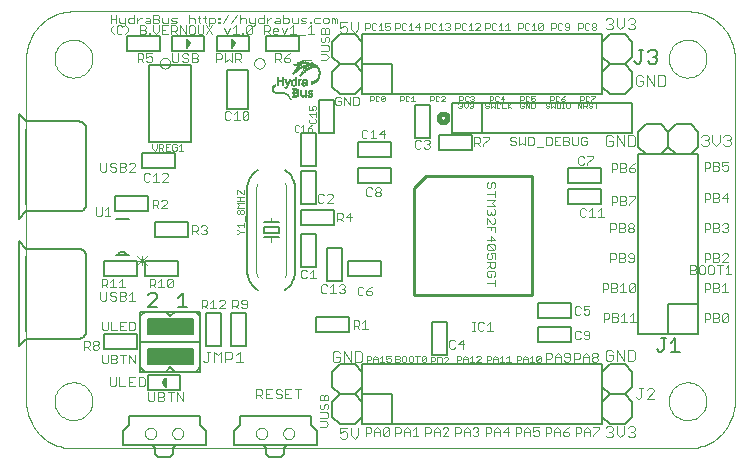
<source format=gto>
G75*
%MOIN*%
%OFA0B0*%
%FSLAX24Y24*%
%IPPOS*%
%LPD*%
%AMOC8*
5,1,8,0,0,1.08239X$1,22.5*
%
%ADD10C,0.0030*%
%ADD11C,0.0020*%
%ADD12C,0.0160*%
%ADD13R,0.0001X0.0001*%
%ADD14R,0.0002X0.0001*%
%ADD15R,0.0002X0.0001*%
%ADD16R,0.0003X0.0001*%
%ADD17R,0.0004X0.0001*%
%ADD18R,0.0005X0.0001*%
%ADD19R,0.0004X0.0001*%
%ADD20R,0.0006X0.0001*%
%ADD21R,0.0007X0.0001*%
%ADD22R,0.0007X0.0001*%
%ADD23R,0.0008X0.0001*%
%ADD24R,0.0009X0.0001*%
%ADD25R,0.0009X0.0001*%
%ADD26R,0.0010X0.0001*%
%ADD27R,0.0011X0.0001*%
%ADD28R,0.0012X0.0001*%
%ADD29R,0.0012X0.0001*%
%ADD30R,0.0029X0.0001*%
%ADD31R,0.0042X0.0001*%
%ADD32R,0.0059X0.0001*%
%ADD33R,0.0050X0.0001*%
%ADD34R,0.0072X0.0001*%
%ADD35R,0.0013X0.0001*%
%ADD36R,0.0106X0.0001*%
%ADD37R,0.0058X0.0001*%
%ADD38R,0.0045X0.0001*%
%ADD39R,0.0082X0.0001*%
%ADD40R,0.0125X0.0001*%
%ADD41R,0.0064X0.0001*%
%ADD42R,0.0090X0.0001*%
%ADD43R,0.0133X0.0001*%
%ADD44R,0.0070X0.0001*%
%ADD45R,0.0097X0.0001*%
%ADD46R,0.0139X0.0001*%
%ADD47R,0.0074X0.0001*%
%ADD48R,0.0105X0.0001*%
%ADD49R,0.0144X0.0001*%
%ADD50R,0.0078X0.0001*%
%ADD51R,0.0046X0.0001*%
%ADD52R,0.0110X0.0001*%
%ADD53R,0.0014X0.0001*%
%ADD54R,0.0147X0.0001*%
%ADD55R,0.0083X0.0001*%
%ADD56R,0.0116X0.0001*%
%ADD57R,0.0151X0.0001*%
%ADD58R,0.0087X0.0001*%
%ADD59R,0.0121X0.0001*%
%ADD60R,0.0154X0.0001*%
%ADD61R,0.0047X0.0001*%
%ADD62R,0.0014X0.0001*%
%ADD63R,0.0157X0.0001*%
%ADD64R,0.0093X0.0001*%
%ADD65R,0.0130X0.0001*%
%ADD66R,0.0160X0.0001*%
%ADD67R,0.0097X0.0001*%
%ADD68R,0.0134X0.0001*%
%ADD69R,0.0015X0.0001*%
%ADD70R,0.0162X0.0001*%
%ADD71R,0.0099X0.0001*%
%ADD72R,0.0136X0.0001*%
%ADD73R,0.0164X0.0001*%
%ADD74R,0.0103X0.0001*%
%ADD75R,0.0048X0.0001*%
%ADD76R,0.0137X0.0001*%
%ADD77R,0.0166X0.0001*%
%ADD78R,0.0139X0.0001*%
%ADD79R,0.0168X0.0001*%
%ADD80R,0.0107X0.0001*%
%ADD81R,0.0140X0.0001*%
%ADD82R,0.0170X0.0001*%
%ADD83R,0.0109X0.0001*%
%ADD84R,0.0049X0.0001*%
%ADD85R,0.0142X0.0001*%
%ADD86R,0.0172X0.0001*%
%ADD87R,0.0112X0.0001*%
%ADD88R,0.0143X0.0001*%
%ADD89R,0.0016X0.0001*%
%ADD90R,0.0174X0.0001*%
%ADD91R,0.0114X0.0001*%
%ADD92R,0.0144X0.0001*%
%ADD93R,0.0175X0.0001*%
%ADD94R,0.0145X0.0001*%
%ADD95R,0.0177X0.0001*%
%ADD96R,0.0118X0.0001*%
%ADD97R,0.0146X0.0001*%
%ADD98R,0.0178X0.0001*%
%ADD99R,0.0120X0.0001*%
%ADD100R,0.0147X0.0001*%
%ADD101R,0.0180X0.0001*%
%ADD102R,0.0122X0.0001*%
%ADD103R,0.0148X0.0001*%
%ADD104R,0.0181X0.0001*%
%ADD105R,0.0123X0.0001*%
%ADD106R,0.0051X0.0001*%
%ADD107R,0.0149X0.0001*%
%ADD108R,0.0183X0.0001*%
%ADD109R,0.0124X0.0001*%
%ADD110R,0.0150X0.0001*%
%ADD111R,0.0017X0.0001*%
%ADD112R,0.0184X0.0001*%
%ADD113R,0.0126X0.0001*%
%ADD114R,0.0017X0.0001*%
%ADD115R,0.0185X0.0001*%
%ADD116R,0.0128X0.0001*%
%ADD117R,0.0152X0.0001*%
%ADD118R,0.0186X0.0001*%
%ADD119R,0.0052X0.0001*%
%ADD120R,0.0153X0.0001*%
%ADD121R,0.0187X0.0001*%
%ADD122R,0.0018X0.0001*%
%ADD123R,0.0188X0.0001*%
%ADD124R,0.0132X0.0001*%
%ADD125R,0.0154X0.0001*%
%ADD126R,0.0189X0.0001*%
%ADD127R,0.0189X0.0001*%
%ADD128R,0.0155X0.0001*%
%ADD129R,0.0190X0.0001*%
%ADD130R,0.0019X0.0001*%
%ADD131R,0.0191X0.0001*%
%ADD132R,0.0156X0.0001*%
%ADD133R,0.0192X0.0001*%
%ADD134R,0.0193X0.0001*%
%ADD135R,0.0157X0.0001*%
%ADD136R,0.0194X0.0001*%
%ADD137R,0.0158X0.0001*%
%ADD138R,0.0019X0.0001*%
%ADD139R,0.0195X0.0001*%
%ADD140R,0.0196X0.0001*%
%ADD141R,0.0159X0.0001*%
%ADD142R,0.0020X0.0001*%
%ADD143R,0.0197X0.0001*%
%ADD144R,0.0194X0.0001*%
%ADD145R,0.0198X0.0001*%
%ADD146R,0.0065X0.0001*%
%ADD147R,0.0199X0.0001*%
%ADD148R,0.0056X0.0001*%
%ADD149R,0.0072X0.0001*%
%ADD150R,0.0200X0.0001*%
%ADD151R,0.0068X0.0001*%
%ADD152R,0.0021X0.0001*%
%ADD153R,0.0022X0.0001*%
%ADD154R,0.0201X0.0001*%
%ADD155R,0.0098X0.0001*%
%ADD156R,0.0041X0.0001*%
%ADD157R,0.0022X0.0001*%
%ADD158R,0.0202X0.0001*%
%ADD159R,0.0092X0.0001*%
%ADD160R,0.0036X0.0001*%
%ADD161R,0.0063X0.0001*%
%ADD162R,0.0075X0.0001*%
%ADD163R,0.0089X0.0001*%
%ADD164R,0.0033X0.0001*%
%ADD165R,0.0061X0.0001*%
%ADD166R,0.0203X0.0001*%
%ADD167R,0.0086X0.0001*%
%ADD168R,0.0029X0.0001*%
%ADD169R,0.0060X0.0001*%
%ADD170R,0.0023X0.0001*%
%ADD171R,0.0084X0.0001*%
%ADD172R,0.0026X0.0001*%
%ADD173R,0.0204X0.0001*%
%ADD174R,0.0069X0.0001*%
%ADD175R,0.0080X0.0001*%
%ADD176R,0.0059X0.0001*%
%ADD177R,0.0069X0.0001*%
%ADD178R,0.0079X0.0001*%
%ADD179R,0.0085X0.0001*%
%ADD180R,0.0077X0.0001*%
%ADD181R,0.0024X0.0001*%
%ADD182R,0.0082X0.0001*%
%ADD183R,0.0067X0.0001*%
%ADD184R,0.0076X0.0001*%
%ADD185R,0.0024X0.0001*%
%ADD186R,0.0066X0.0001*%
%ADD187R,0.0025X0.0001*%
%ADD188R,0.0077X0.0001*%
%ADD189R,0.0073X0.0001*%
%ADD190R,0.0057X0.0001*%
%ADD191R,0.0071X0.0001*%
%ADD192R,0.0027X0.0001*%
%ADD193R,0.0027X0.0001*%
%ADD194R,0.0062X0.0001*%
%ADD195R,0.0028X0.0001*%
%ADD196R,0.0030X0.0001*%
%ADD197R,0.0031X0.0001*%
%ADD198R,0.0062X0.0001*%
%ADD199R,0.0032X0.0001*%
%ADD200R,0.0034X0.0001*%
%ADD201R,0.0034X0.0001*%
%ADD202R,0.0035X0.0001*%
%ADD203R,0.0037X0.0001*%
%ADD204R,0.0038X0.0001*%
%ADD205R,0.0081X0.0001*%
%ADD206R,0.0039X0.0001*%
%ADD207R,0.0040X0.0001*%
%ADD208R,0.0042X0.0001*%
%ADD209R,0.0094X0.0001*%
%ADD210R,0.0043X0.0001*%
%ADD211R,0.0096X0.0001*%
%ADD212R,0.0044X0.0001*%
%ADD213R,0.0099X0.0001*%
%ADD214R,0.0102X0.0001*%
%ADD215R,0.0104X0.0001*%
%ADD216R,0.0107X0.0001*%
%ADD217R,0.0108X0.0001*%
%ADD218R,0.0111X0.0001*%
%ADD219R,0.0052X0.0001*%
%ADD220R,0.0112X0.0001*%
%ADD221R,0.0054X0.0001*%
%ADD222R,0.0113X0.0001*%
%ADD223R,0.0057X0.0001*%
%ADD224R,0.0117X0.0001*%
%ADD225R,0.0119X0.0001*%
%ADD226R,0.0119X0.0001*%
%ADD227R,0.0067X0.0001*%
%ADD228R,0.0088X0.0001*%
%ADD229R,0.0091X0.0001*%
%ADD230R,0.0115X0.0001*%
%ADD231R,0.0095X0.0001*%
%ADD232R,0.0109X0.0001*%
%ADD233R,0.0129X0.0001*%
%ADD234R,0.0164X0.0001*%
%ADD235R,0.0101X0.0001*%
%ADD236R,0.0100X0.0001*%
%ADD237R,0.0258X0.0001*%
%ADD238R,0.0289X0.0001*%
%ADD239R,0.0301X0.0001*%
%ADD240R,0.0308X0.0001*%
%ADD241R,0.0092X0.0001*%
%ADD242R,0.0313X0.0001*%
%ADD243R,0.0317X0.0001*%
%ADD244R,0.0320X0.0001*%
%ADD245R,0.0322X0.0001*%
%ADD246R,0.0323X0.0001*%
%ADD247R,0.0324X0.0001*%
%ADD248R,0.0324X0.0001*%
%ADD249R,0.0179X0.0001*%
%ADD250R,0.0322X0.0001*%
%ADD251R,0.0169X0.0001*%
%ADD252R,0.0318X0.0001*%
%ADD253R,0.0315X0.0001*%
%ADD254R,0.0314X0.0001*%
%ADD255R,0.0159X0.0001*%
%ADD256R,0.0311X0.0001*%
%ADD257R,0.0064X0.0001*%
%ADD258R,0.0307X0.0001*%
%ADD259R,0.0304X0.0001*%
%ADD260R,0.0300X0.0001*%
%ADD261R,0.0295X0.0001*%
%ADD262R,0.0171X0.0001*%
%ADD263R,0.0283X0.0001*%
%ADD264R,0.0276X0.0001*%
%ADD265R,0.0268X0.0001*%
%ADD266R,0.0245X0.0001*%
%ADD267R,0.0228X0.0001*%
%ADD268R,0.0182X0.0001*%
%ADD269R,0.0163X0.0001*%
%ADD270R,0.0032X0.0001*%
%ADD271R,0.0044X0.0001*%
%ADD272R,0.0049X0.0001*%
%ADD273R,0.0055X0.0001*%
%ADD274R,0.0053X0.0001*%
%ADD275R,0.0149X0.0001*%
%ADD276R,0.0047X0.0001*%
%ADD277R,0.0138X0.0001*%
%ADD278R,0.0135X0.0001*%
%ADD279R,0.0131X0.0001*%
%ADD280R,0.0127X0.0001*%
%ADD281R,0.0176X0.0001*%
%ADD282R,0.0173X0.0001*%
%ADD283R,0.0167X0.0001*%
%ADD284R,0.0165X0.0001*%
%ADD285R,0.0141X0.0001*%
%ADD286R,0.0129X0.0001*%
%ADD287R,0.0054X0.0001*%
%ADD288R,0.0037X0.0001*%
%ADD289R,0.0089X0.0001*%
%ADD290R,0.0094X0.0001*%
%ADD291R,0.0117X0.0001*%
%ADD292R,0.0127X0.0001*%
%ADD293R,0.0039X0.0001*%
%ADD294R,0.0087X0.0001*%
%ADD295R,0.0142X0.0001*%
%ADD296R,0.0137X0.0001*%
%ADD297R,0.0162X0.0001*%
%ADD298R,0.0167X0.0001*%
%ADD299R,0.0169X0.0001*%
%ADD300R,0.0174X0.0001*%
%ADD301R,0.0224X0.0001*%
%ADD302R,0.0152X0.0001*%
%ADD303R,0.0161X0.0001*%
%ADD304R,0.0079X0.0001*%
%ADD305R,0.0104X0.0001*%
%ADD306R,0.0102X0.0001*%
%ADD307R,0.0084X0.0001*%
%ADD308R,0.0074X0.0001*%
%ADD309R,0.0114X0.0001*%
%ADD310R,0.0124X0.0001*%
%ADD311R,0.0132X0.0001*%
%ADD312R,0.0134X0.0001*%
%ADD313R,0.0224X0.0001*%
%ADD314R,0.0221X0.0001*%
%ADD315R,0.0218X0.0001*%
%ADD316R,0.0216X0.0001*%
%ADD317R,0.0213X0.0001*%
%ADD318R,0.0211X0.0001*%
%ADD319R,0.0208X0.0001*%
%ADD320R,0.0206X0.0001*%
%ADD321R,0.0204X0.0001*%
%ADD322R,0.0199X0.0001*%
%ADD323R,0.0187X0.0001*%
%ADD324R,0.0252X0.0001*%
%ADD325R,0.0250X0.0001*%
%ADD326R,0.0226X0.0001*%
%ADD327R,0.0222X0.0001*%
%ADD328R,0.0182X0.0001*%
%ADD329R,0.0192X0.0001*%
%ADD330R,0.0396X0.0001*%
%ADD331R,0.0392X0.0001*%
%ADD332R,0.0389X0.0001*%
%ADD333R,0.0385X0.0001*%
%ADD334R,0.0381X0.0001*%
%ADD335R,0.0377X0.0001*%
%ADD336R,0.0374X0.0001*%
%ADD337R,0.0370X0.0001*%
%ADD338R,0.0366X0.0001*%
%ADD339R,0.0362X0.0001*%
%ADD340R,0.0359X0.0001*%
%ADD341R,0.0355X0.0001*%
%ADD342R,0.0350X0.0001*%
%ADD343R,0.0347X0.0001*%
%ADD344R,0.0342X0.0001*%
%ADD345R,0.0184X0.0001*%
%ADD346R,0.0338X0.0001*%
%ADD347R,0.0334X0.0001*%
%ADD348R,0.0330X0.0001*%
%ADD349R,0.0325X0.0001*%
%ADD350R,0.0321X0.0001*%
%ADD351R,0.0316X0.0001*%
%ADD352R,0.0207X0.0001*%
%ADD353R,0.0312X0.0001*%
%ADD354R,0.0210X0.0001*%
%ADD355R,0.0303X0.0001*%
%ADD356R,0.0298X0.0001*%
%ADD357R,0.0219X0.0001*%
%ADD358R,0.0293X0.0001*%
%ADD359R,0.0288X0.0001*%
%ADD360R,0.0284X0.0001*%
%ADD361R,0.0278X0.0001*%
%ADD362R,0.0273X0.0001*%
%ADD363R,0.0231X0.0001*%
%ADD364R,0.0267X0.0001*%
%ADD365R,0.0234X0.0001*%
%ADD366R,0.0261X0.0001*%
%ADD367R,0.0236X0.0001*%
%ADD368R,0.0256X0.0001*%
%ADD369R,0.0238X0.0001*%
%ADD370R,0.0249X0.0001*%
%ADD371R,0.0240X0.0001*%
%ADD372R,0.0243X0.0001*%
%ADD373R,0.0237X0.0001*%
%ADD374R,0.0246X0.0001*%
%ADD375R,0.0230X0.0001*%
%ADD376R,0.0248X0.0001*%
%ADD377R,0.0223X0.0001*%
%ADD378R,0.0212X0.0001*%
%ADD379R,0.0215X0.0001*%
%ADD380R,0.0255X0.0001*%
%ADD381R,0.0294X0.0001*%
%ADD382R,0.0480X0.0001*%
%ADD383R,0.0470X0.0001*%
%ADD384R,0.0460X0.0001*%
%ADD385R,0.0455X0.0001*%
%ADD386R,0.0449X0.0001*%
%ADD387R,0.0444X0.0001*%
%ADD388R,0.0440X0.0001*%
%ADD389R,0.0436X0.0001*%
%ADD390R,0.0433X0.0001*%
%ADD391R,0.0430X0.0001*%
%ADD392R,0.0416X0.0001*%
%ADD393R,0.0409X0.0001*%
%ADD394R,0.0403X0.0001*%
%ADD395R,0.0395X0.0001*%
%ADD396R,0.0388X0.0001*%
%ADD397R,0.0382X0.0001*%
%ADD398R,0.0358X0.0001*%
%ADD399R,0.0343X0.0001*%
%ADD400R,0.0326X0.0001*%
%ADD401R,0.0310X0.0001*%
%ADD402R,0.0302X0.0001*%
%ADD403R,0.0290X0.0001*%
%ADD404R,0.0286X0.0001*%
%ADD405R,0.0249X0.0001*%
%ADD406R,0.0247X0.0001*%
%ADD407C,0.0050*%
%ADD408C,0.0080*%
%ADD409C,0.0060*%
%ADD410C,0.0100*%
%ADD411C,0.0040*%
%ADD412C,0.0000*%
D10*
X006923Y006299D02*
X006971Y006251D01*
X007068Y006251D01*
X007117Y006299D01*
X007117Y006541D01*
X007218Y006541D02*
X007363Y006541D01*
X007411Y006492D01*
X007411Y006444D01*
X007363Y006396D01*
X007218Y006396D01*
X007363Y006396D02*
X007411Y006347D01*
X007411Y006299D01*
X007363Y006251D01*
X007218Y006251D01*
X007218Y006541D01*
X007512Y006541D02*
X007706Y006541D01*
X007609Y006541D02*
X007609Y006251D01*
X007807Y006251D02*
X007807Y006541D01*
X008000Y006251D01*
X008000Y006541D01*
X007952Y007351D02*
X008000Y007399D01*
X008000Y007592D01*
X007952Y007641D01*
X007807Y007641D01*
X007807Y007351D01*
X007952Y007351D01*
X007706Y007351D02*
X007512Y007351D01*
X007512Y007641D01*
X007706Y007641D01*
X007609Y007496D02*
X007512Y007496D01*
X007411Y007351D02*
X007218Y007351D01*
X007218Y007641D01*
X007117Y007641D02*
X007117Y007399D01*
X007068Y007351D01*
X006971Y007351D01*
X006923Y007399D01*
X006923Y007641D01*
X006752Y007001D02*
X006655Y007001D01*
X006607Y006952D01*
X006607Y006904D01*
X006655Y006856D01*
X006752Y006856D01*
X006800Y006807D01*
X006800Y006759D01*
X006752Y006711D01*
X006655Y006711D01*
X006607Y006759D01*
X006607Y006807D01*
X006655Y006856D01*
X006752Y006856D02*
X006800Y006904D01*
X006800Y006952D01*
X006752Y007001D01*
X006506Y006952D02*
X006506Y006856D01*
X006457Y006807D01*
X006312Y006807D01*
X006312Y006711D02*
X006312Y007001D01*
X006457Y007001D01*
X006506Y006952D01*
X006409Y006807D02*
X006506Y006711D01*
X006923Y006541D02*
X006923Y006299D01*
X010232Y008081D02*
X010232Y008371D01*
X010377Y008371D01*
X010425Y008322D01*
X010425Y008226D01*
X010377Y008177D01*
X010232Y008177D01*
X010328Y008177D02*
X010425Y008081D01*
X010526Y008081D02*
X010720Y008081D01*
X010623Y008081D02*
X010623Y008371D01*
X010526Y008274D01*
X010821Y008322D02*
X010869Y008371D01*
X010966Y008371D01*
X011014Y008322D01*
X011014Y008274D01*
X010821Y008081D01*
X011014Y008081D01*
X011262Y008081D02*
X011262Y008371D01*
X011407Y008371D01*
X011455Y008322D01*
X011455Y008226D01*
X011407Y008177D01*
X011262Y008177D01*
X011358Y008177D02*
X011455Y008081D01*
X011556Y008129D02*
X011605Y008081D01*
X011701Y008081D01*
X011750Y008129D01*
X011750Y008322D01*
X011701Y008371D01*
X011605Y008371D01*
X011556Y008322D01*
X011556Y008274D01*
X011605Y008226D01*
X011750Y008226D01*
X013552Y009129D02*
X013552Y009322D01*
X013600Y009371D01*
X013697Y009371D01*
X013745Y009322D01*
X013846Y009274D02*
X013943Y009371D01*
X013943Y009081D01*
X013846Y009081D02*
X014040Y009081D01*
X013745Y009129D02*
X013697Y009081D01*
X013600Y009081D01*
X013552Y009129D01*
X014228Y008832D02*
X014228Y008639D01*
X014276Y008591D01*
X014373Y008591D01*
X014421Y008639D01*
X014522Y008591D02*
X014716Y008591D01*
X014619Y008591D02*
X014619Y008881D01*
X014522Y008784D01*
X014421Y008832D02*
X014373Y008881D01*
X014276Y008881D01*
X014228Y008832D01*
X014817Y008832D02*
X014865Y008881D01*
X014962Y008881D01*
X015010Y008832D01*
X015010Y008784D01*
X014962Y008736D01*
X015010Y008687D01*
X015010Y008639D01*
X014962Y008591D01*
X014865Y008591D01*
X014817Y008639D01*
X014914Y008736D02*
X014962Y008736D01*
X015432Y008762D02*
X015432Y008569D01*
X015481Y008521D01*
X015577Y008521D01*
X015626Y008569D01*
X015727Y008569D02*
X015775Y008521D01*
X015872Y008521D01*
X015920Y008569D01*
X015920Y008617D01*
X015872Y008666D01*
X015727Y008666D01*
X015727Y008569D01*
X015727Y008666D02*
X015824Y008762D01*
X015920Y008811D01*
X015626Y008762D02*
X015577Y008811D01*
X015481Y008811D01*
X015432Y008762D01*
X015447Y007691D02*
X015302Y007691D01*
X015302Y007401D01*
X015302Y007497D02*
X015447Y007497D01*
X015495Y007546D01*
X015495Y007642D01*
X015447Y007691D01*
X015596Y007594D02*
X015693Y007691D01*
X015693Y007401D01*
X015596Y007401D02*
X015790Y007401D01*
X015495Y007401D02*
X015398Y007497D01*
X015338Y006651D02*
X015523Y006651D01*
X015585Y006589D01*
X015585Y006342D01*
X015523Y006281D01*
X015338Y006281D01*
X015338Y006651D01*
X015217Y006651D02*
X015217Y006281D01*
X014970Y006651D01*
X014970Y006281D01*
X014848Y006342D02*
X014848Y006466D01*
X014725Y006466D01*
X014602Y006589D02*
X014602Y006342D01*
X014663Y006281D01*
X014787Y006281D01*
X014848Y006342D01*
X014848Y006589D02*
X014787Y006651D01*
X014663Y006651D01*
X014602Y006589D01*
X014413Y005208D02*
X014462Y005160D01*
X014462Y005015D01*
X014171Y005015D01*
X014171Y005160D01*
X014220Y005208D01*
X014268Y005208D01*
X014316Y005160D01*
X014316Y005015D01*
X014365Y004913D02*
X014316Y004865D01*
X014316Y004768D01*
X014268Y004720D01*
X014220Y004720D01*
X014171Y004768D01*
X014171Y004865D01*
X014220Y004913D01*
X014365Y004913D02*
X014413Y004913D01*
X014462Y004865D01*
X014462Y004768D01*
X014413Y004720D01*
X014413Y004619D02*
X014171Y004619D01*
X014171Y004425D02*
X014413Y004425D01*
X014462Y004474D01*
X014462Y004570D01*
X014413Y004619D01*
X014365Y004324D02*
X014171Y004324D01*
X014171Y004131D02*
X014365Y004131D01*
X014462Y004227D01*
X014365Y004324D01*
X014842Y004111D02*
X014842Y003926D01*
X014965Y003987D01*
X015027Y003987D01*
X015088Y003926D01*
X015088Y003802D01*
X015027Y003741D01*
X014903Y003741D01*
X014842Y003802D01*
X015210Y003864D02*
X015333Y003741D01*
X015457Y003864D01*
X015457Y004111D01*
X015702Y004121D02*
X015847Y004121D01*
X015895Y004072D01*
X015895Y003976D01*
X015847Y003927D01*
X015702Y003927D01*
X015702Y003831D02*
X015702Y004121D01*
X015996Y004024D02*
X016093Y004121D01*
X016190Y004024D01*
X016190Y003831D01*
X016291Y003879D02*
X016484Y004072D01*
X016484Y003879D01*
X016436Y003831D01*
X016339Y003831D01*
X016291Y003879D01*
X016291Y004072D01*
X016339Y004121D01*
X016436Y004121D01*
X016484Y004072D01*
X016682Y004121D02*
X016827Y004121D01*
X016875Y004072D01*
X016875Y003976D01*
X016827Y003927D01*
X016682Y003927D01*
X016682Y003831D02*
X016682Y004121D01*
X016976Y004024D02*
X017073Y004121D01*
X017170Y004024D01*
X017170Y003831D01*
X017271Y003831D02*
X017464Y003831D01*
X017368Y003831D02*
X017368Y004121D01*
X017271Y004024D01*
X017170Y003976D02*
X016976Y003976D01*
X016976Y004024D02*
X016976Y003831D01*
X017682Y003831D02*
X017682Y004121D01*
X017827Y004121D01*
X017875Y004072D01*
X017875Y003976D01*
X017827Y003927D01*
X017682Y003927D01*
X017976Y003976D02*
X018170Y003976D01*
X018170Y004024D02*
X018170Y003831D01*
X018271Y003831D02*
X018464Y004024D01*
X018464Y004072D01*
X018416Y004121D01*
X018319Y004121D01*
X018271Y004072D01*
X018170Y004024D02*
X018073Y004121D01*
X017976Y004024D01*
X017976Y003831D01*
X018271Y003831D02*
X018464Y003831D01*
X018682Y003831D02*
X018682Y004121D01*
X018827Y004121D01*
X018875Y004072D01*
X018875Y003976D01*
X018827Y003927D01*
X018682Y003927D01*
X018976Y003976D02*
X019170Y003976D01*
X019170Y004024D02*
X019170Y003831D01*
X019271Y003879D02*
X019319Y003831D01*
X019416Y003831D01*
X019464Y003879D01*
X019464Y003927D01*
X019416Y003976D01*
X019368Y003976D01*
X019416Y003976D02*
X019464Y004024D01*
X019464Y004072D01*
X019416Y004121D01*
X019319Y004121D01*
X019271Y004072D01*
X019170Y004024D02*
X019073Y004121D01*
X018976Y004024D01*
X018976Y003831D01*
X019702Y003831D02*
X019702Y004121D01*
X019847Y004121D01*
X019895Y004072D01*
X019895Y003976D01*
X019847Y003927D01*
X019702Y003927D01*
X019996Y003976D02*
X020190Y003976D01*
X020190Y004024D02*
X020190Y003831D01*
X020291Y003976D02*
X020484Y003976D01*
X020436Y003831D02*
X020436Y004121D01*
X020291Y003976D01*
X020190Y004024D02*
X020093Y004121D01*
X019996Y004024D01*
X019996Y003831D01*
X020702Y003831D02*
X020702Y004121D01*
X020847Y004121D01*
X020895Y004072D01*
X020895Y003976D01*
X020847Y003927D01*
X020702Y003927D01*
X020996Y003976D02*
X021190Y003976D01*
X021190Y004024D02*
X021190Y003831D01*
X021291Y003879D02*
X021339Y003831D01*
X021436Y003831D01*
X021484Y003879D01*
X021484Y003976D01*
X021436Y004024D01*
X021388Y004024D01*
X021291Y003976D01*
X021291Y004121D01*
X021484Y004121D01*
X021702Y004121D02*
X021847Y004121D01*
X021895Y004072D01*
X021895Y003976D01*
X021847Y003927D01*
X021702Y003927D01*
X021702Y003831D02*
X021702Y004121D01*
X021996Y004024D02*
X022093Y004121D01*
X022190Y004024D01*
X022190Y003831D01*
X022291Y003879D02*
X022339Y003831D01*
X022436Y003831D01*
X022484Y003879D01*
X022484Y003927D01*
X022436Y003976D01*
X022291Y003976D01*
X022291Y003879D01*
X022291Y003976D02*
X022388Y004072D01*
X022484Y004121D01*
X022702Y004121D02*
X022847Y004121D01*
X022895Y004072D01*
X022895Y003976D01*
X022847Y003927D01*
X022702Y003927D01*
X022702Y003831D02*
X022702Y004121D01*
X022996Y004024D02*
X023093Y004121D01*
X023190Y004024D01*
X023190Y003831D01*
X023291Y003831D02*
X023291Y003879D01*
X023484Y004072D01*
X023484Y004121D01*
X023291Y004121D01*
X023190Y003976D02*
X022996Y003976D01*
X022996Y004024D02*
X022996Y003831D01*
X023699Y003844D02*
X023761Y003782D01*
X023884Y003782D01*
X023946Y003844D01*
X023946Y003905D01*
X023884Y003967D01*
X023823Y003967D01*
X023884Y003967D02*
X023946Y004029D01*
X023946Y004090D01*
X023884Y004152D01*
X023761Y004152D01*
X023699Y004090D01*
X024068Y004152D02*
X024068Y003905D01*
X024191Y003782D01*
X024314Y003905D01*
X024314Y004152D01*
X024436Y004090D02*
X024498Y004152D01*
X024621Y004152D01*
X024683Y004090D01*
X024683Y004029D01*
X024621Y003967D01*
X024683Y003905D01*
X024683Y003844D01*
X024621Y003782D01*
X024498Y003782D01*
X024436Y003844D01*
X024559Y003967D02*
X024621Y003967D01*
X022190Y003976D02*
X021996Y003976D01*
X021996Y004024D02*
X021996Y003831D01*
X021190Y004024D02*
X021093Y004121D01*
X020996Y004024D01*
X020996Y003831D01*
X021718Y006311D02*
X021718Y006601D01*
X021863Y006601D01*
X021911Y006552D01*
X021911Y006456D01*
X021863Y006407D01*
X021718Y006407D01*
X022012Y006456D02*
X022206Y006456D01*
X022206Y006504D02*
X022206Y006311D01*
X022307Y006359D02*
X022355Y006311D01*
X022452Y006311D01*
X022500Y006359D01*
X022500Y006552D01*
X022452Y006601D01*
X022355Y006601D01*
X022307Y006552D01*
X022307Y006504D01*
X022355Y006456D01*
X022500Y006456D01*
X022658Y006407D02*
X022803Y006407D01*
X022851Y006456D01*
X022851Y006552D01*
X022803Y006601D01*
X022658Y006601D01*
X022658Y006311D01*
X022952Y006311D02*
X022952Y006504D01*
X023049Y006601D01*
X023146Y006504D01*
X023146Y006311D01*
X023247Y006359D02*
X023247Y006407D01*
X023295Y006456D01*
X023247Y006504D01*
X023247Y006552D01*
X023295Y006601D01*
X023392Y006601D01*
X023440Y006552D01*
X023440Y006504D01*
X023392Y006456D01*
X023295Y006456D01*
X023392Y006456D02*
X023440Y006407D01*
X023440Y006359D01*
X023392Y006311D01*
X023295Y006311D01*
X023247Y006359D01*
X023146Y006456D02*
X022952Y006456D01*
X022206Y006504D02*
X022109Y006601D01*
X022012Y006504D01*
X022012Y006311D01*
X022721Y007051D02*
X022817Y007051D01*
X022866Y007099D01*
X022967Y007099D02*
X023015Y007051D01*
X023112Y007051D01*
X023160Y007099D01*
X023160Y007292D01*
X023112Y007341D01*
X023015Y007341D01*
X022967Y007292D01*
X022967Y007244D01*
X023015Y007196D01*
X023160Y007196D01*
X022866Y007292D02*
X022817Y007341D01*
X022721Y007341D01*
X022672Y007292D01*
X022672Y007099D01*
X022721Y007051D01*
X023702Y006639D02*
X023702Y006392D01*
X023763Y006331D01*
X023887Y006331D01*
X023948Y006392D01*
X023948Y006516D01*
X023825Y006516D01*
X023702Y006639D02*
X023763Y006701D01*
X023887Y006701D01*
X023948Y006639D01*
X024070Y006701D02*
X024070Y006331D01*
X024317Y006331D02*
X024317Y006701D01*
X024438Y006701D02*
X024623Y006701D01*
X024685Y006639D01*
X024685Y006392D01*
X024623Y006331D01*
X024438Y006331D01*
X024438Y006701D01*
X024070Y006701D02*
X024317Y006331D01*
X024318Y007641D02*
X024318Y007931D01*
X024221Y007834D01*
X024120Y007834D02*
X024071Y007786D01*
X023926Y007786D01*
X023825Y007786D02*
X023777Y007737D01*
X023632Y007737D01*
X023632Y007641D02*
X023632Y007931D01*
X023777Y007931D01*
X023825Y007882D01*
X023825Y007786D01*
X023926Y007641D02*
X023926Y007931D01*
X024071Y007931D01*
X024120Y007882D01*
X024120Y007834D01*
X024071Y007786D02*
X024120Y007737D01*
X024120Y007689D01*
X024071Y007641D01*
X023926Y007641D01*
X024221Y007641D02*
X024414Y007641D01*
X024516Y007641D02*
X024709Y007641D01*
X024612Y007641D02*
X024612Y007931D01*
X024516Y007834D01*
X024534Y008631D02*
X024486Y008679D01*
X024679Y008872D01*
X024679Y008679D01*
X024631Y008631D01*
X024534Y008631D01*
X024486Y008679D02*
X024486Y008872D01*
X024534Y008921D01*
X024631Y008921D01*
X024679Y008872D01*
X024384Y008631D02*
X024191Y008631D01*
X024288Y008631D02*
X024288Y008921D01*
X024191Y008824D01*
X024090Y008824D02*
X024041Y008776D01*
X023896Y008776D01*
X023795Y008776D02*
X023747Y008727D01*
X023602Y008727D01*
X023602Y008631D02*
X023602Y008921D01*
X023747Y008921D01*
X023795Y008872D01*
X023795Y008776D01*
X023896Y008631D02*
X023896Y008921D01*
X024041Y008921D01*
X024090Y008872D01*
X024090Y008824D01*
X024041Y008776D02*
X024090Y008727D01*
X024090Y008679D01*
X024041Y008631D01*
X023896Y008631D01*
X023160Y008161D02*
X022967Y008161D01*
X022967Y008016D01*
X023064Y008064D01*
X023112Y008064D01*
X023160Y008016D01*
X023160Y007919D01*
X023112Y007871D01*
X023015Y007871D01*
X022967Y007919D01*
X022866Y007919D02*
X022817Y007871D01*
X022721Y007871D01*
X022672Y007919D01*
X022672Y008112D01*
X022721Y008161D01*
X022817Y008161D01*
X022866Y008112D01*
X023862Y009631D02*
X023862Y009921D01*
X024007Y009921D01*
X024055Y009872D01*
X024055Y009776D01*
X024007Y009727D01*
X023862Y009727D01*
X024156Y009776D02*
X024301Y009776D01*
X024350Y009727D01*
X024350Y009679D01*
X024301Y009631D01*
X024156Y009631D01*
X024156Y009921D01*
X024301Y009921D01*
X024350Y009872D01*
X024350Y009824D01*
X024301Y009776D01*
X024451Y009824D02*
X024499Y009776D01*
X024644Y009776D01*
X024644Y009872D02*
X024596Y009921D01*
X024499Y009921D01*
X024451Y009872D01*
X024451Y009824D01*
X024451Y009679D02*
X024499Y009631D01*
X024596Y009631D01*
X024644Y009679D01*
X024644Y009872D01*
X024596Y010631D02*
X024499Y010631D01*
X024451Y010679D01*
X024451Y010727D01*
X024499Y010776D01*
X024596Y010776D01*
X024644Y010727D01*
X024644Y010679D01*
X024596Y010631D01*
X024596Y010776D02*
X024644Y010824D01*
X024644Y010872D01*
X024596Y010921D01*
X024499Y010921D01*
X024451Y010872D01*
X024451Y010824D01*
X024499Y010776D01*
X024350Y010824D02*
X024301Y010776D01*
X024156Y010776D01*
X024055Y010776D02*
X024007Y010727D01*
X023862Y010727D01*
X023862Y010631D02*
X023862Y010921D01*
X024007Y010921D01*
X024055Y010872D01*
X024055Y010776D01*
X024156Y010631D02*
X024156Y010921D01*
X024301Y010921D01*
X024350Y010872D01*
X024350Y010824D01*
X024301Y010776D02*
X024350Y010727D01*
X024350Y010679D01*
X024301Y010631D01*
X024156Y010631D01*
X024196Y011531D02*
X024341Y011531D01*
X024390Y011579D01*
X024390Y011627D01*
X024341Y011676D01*
X024196Y011676D01*
X024095Y011676D02*
X024047Y011627D01*
X023902Y011627D01*
X023902Y011531D02*
X023902Y011821D01*
X024047Y011821D01*
X024095Y011772D01*
X024095Y011676D01*
X024196Y011531D02*
X024196Y011821D01*
X024341Y011821D01*
X024390Y011772D01*
X024390Y011724D01*
X024341Y011676D01*
X024491Y011579D02*
X024491Y011531D01*
X024491Y011579D02*
X024684Y011772D01*
X024684Y011821D01*
X024491Y011821D01*
X024539Y012631D02*
X024636Y012631D01*
X024684Y012679D01*
X024684Y012727D01*
X024636Y012776D01*
X024491Y012776D01*
X024491Y012679D01*
X024539Y012631D01*
X024491Y012776D02*
X024588Y012872D01*
X024684Y012921D01*
X024390Y012872D02*
X024390Y012824D01*
X024341Y012776D01*
X024196Y012776D01*
X024095Y012776D02*
X024047Y012727D01*
X023902Y012727D01*
X023902Y012631D02*
X023902Y012921D01*
X024047Y012921D01*
X024095Y012872D01*
X024095Y012776D01*
X024196Y012921D02*
X024341Y012921D01*
X024390Y012872D01*
X024341Y012776D02*
X024390Y012727D01*
X024390Y012679D01*
X024341Y012631D01*
X024196Y012631D01*
X024196Y012921D01*
X024317Y013481D02*
X024317Y013851D01*
X024438Y013851D02*
X024623Y013851D01*
X024685Y013789D01*
X024685Y013542D01*
X024623Y013481D01*
X024438Y013481D01*
X024438Y013851D01*
X024070Y013851D02*
X024317Y013481D01*
X024070Y013481D02*
X024070Y013851D01*
X023948Y013789D02*
X023887Y013851D01*
X023763Y013851D01*
X023702Y013789D01*
X023702Y013542D01*
X023763Y013481D01*
X023887Y013481D01*
X023948Y013542D01*
X023948Y013666D01*
X023825Y013666D01*
X023280Y013161D02*
X023280Y013112D01*
X023086Y012919D01*
X023086Y012871D01*
X022985Y012919D02*
X022937Y012871D01*
X022840Y012871D01*
X022792Y012919D01*
X022792Y013112D01*
X022840Y013161D01*
X022937Y013161D01*
X022985Y013112D01*
X023086Y013161D02*
X023280Y013161D01*
X023029Y013516D02*
X022932Y013516D01*
X022884Y013564D01*
X022884Y013757D01*
X022932Y013806D01*
X023029Y013806D01*
X023077Y013757D01*
X023077Y013661D02*
X022981Y013661D01*
X023077Y013661D02*
X023077Y013564D01*
X023029Y013516D01*
X022783Y013564D02*
X022783Y013806D01*
X022589Y013806D02*
X022589Y013564D01*
X022638Y013516D01*
X022734Y013516D01*
X022783Y013564D01*
X022488Y013564D02*
X022440Y013516D01*
X022295Y013516D01*
X022295Y013806D01*
X022440Y013806D01*
X022488Y013757D01*
X022488Y013709D01*
X022440Y013661D01*
X022295Y013661D01*
X022440Y013661D02*
X022488Y013612D01*
X022488Y013564D01*
X022193Y013516D02*
X022000Y013516D01*
X022000Y013806D01*
X022193Y013806D01*
X022097Y013661D02*
X022000Y013661D01*
X021899Y013757D02*
X021899Y013564D01*
X021850Y013516D01*
X021705Y013516D01*
X021705Y013806D01*
X021850Y013806D01*
X021899Y013757D01*
X021604Y013467D02*
X021411Y013467D01*
X021309Y013564D02*
X021309Y013757D01*
X021261Y013806D01*
X021116Y013806D01*
X021116Y013516D01*
X021261Y013516D01*
X021309Y013564D01*
X021015Y013516D02*
X021015Y013806D01*
X020821Y013806D02*
X020821Y013516D01*
X020918Y013612D01*
X021015Y013516D01*
X020720Y013564D02*
X020672Y013516D01*
X020575Y013516D01*
X020527Y013564D01*
X020575Y013661D02*
X020672Y013661D01*
X020720Y013612D01*
X020720Y013564D01*
X020575Y013661D02*
X020527Y013709D01*
X020527Y013757D01*
X020575Y013806D01*
X020672Y013806D01*
X020720Y013757D01*
X019810Y013742D02*
X019617Y013549D01*
X019617Y013501D01*
X019516Y013501D02*
X019419Y013597D01*
X019467Y013597D02*
X019322Y013597D01*
X019322Y013501D02*
X019322Y013791D01*
X019467Y013791D01*
X019516Y013742D01*
X019516Y013646D01*
X019467Y013597D01*
X019617Y013791D02*
X019810Y013791D01*
X019810Y013742D01*
X017839Y013651D02*
X017839Y013602D01*
X017790Y013554D01*
X017839Y013506D01*
X017839Y013457D01*
X017790Y013409D01*
X017693Y013409D01*
X017645Y013457D01*
X017544Y013457D02*
X017496Y013409D01*
X017399Y013409D01*
X017350Y013457D01*
X017350Y013651D01*
X017399Y013699D01*
X017496Y013699D01*
X017544Y013651D01*
X017645Y013651D02*
X017693Y013699D01*
X017790Y013699D01*
X017839Y013651D01*
X017790Y013554D02*
X017742Y013554D01*
X016210Y012072D02*
X016162Y012121D01*
X016065Y012121D01*
X016017Y012072D01*
X016017Y012024D01*
X016065Y011976D01*
X016162Y011976D01*
X016210Y011927D01*
X016210Y011879D01*
X016162Y011831D01*
X016065Y011831D01*
X016017Y011879D01*
X016017Y011927D01*
X016065Y011976D01*
X016162Y011976D02*
X016210Y012024D01*
X016210Y012072D01*
X015916Y012072D02*
X015867Y012121D01*
X015771Y012121D01*
X015722Y012072D01*
X015722Y011879D01*
X015771Y011831D01*
X015867Y011831D01*
X015916Y011879D01*
X015191Y011271D02*
X015046Y011126D01*
X015240Y011126D01*
X015191Y010981D02*
X015191Y011271D01*
X014945Y011222D02*
X014945Y011126D01*
X014897Y011077D01*
X014752Y011077D01*
X014848Y011077D02*
X014945Y010981D01*
X014752Y010981D02*
X014752Y011271D01*
X014897Y011271D01*
X014945Y011222D01*
X014600Y011611D02*
X014407Y011611D01*
X014600Y011804D01*
X014600Y011852D01*
X014552Y011901D01*
X014455Y011901D01*
X014407Y011852D01*
X014306Y011852D02*
X014257Y011901D01*
X014161Y011901D01*
X014112Y011852D01*
X014112Y011659D01*
X014161Y011611D01*
X014257Y011611D01*
X014306Y011659D01*
X010403Y010802D02*
X010403Y010754D01*
X010354Y010706D01*
X010403Y010657D01*
X010403Y010609D01*
X010354Y010561D01*
X010258Y010561D01*
X010209Y010609D01*
X010108Y010561D02*
X010011Y010657D01*
X010060Y010657D02*
X009915Y010657D01*
X009915Y010561D02*
X009915Y010851D01*
X010060Y010851D01*
X010108Y010802D01*
X010108Y010706D01*
X010060Y010657D01*
X010209Y010802D02*
X010258Y010851D01*
X010354Y010851D01*
X010403Y010802D01*
X010354Y010706D02*
X010306Y010706D01*
X009090Y011421D02*
X008896Y011421D01*
X009090Y011614D01*
X009090Y011662D01*
X009041Y011711D01*
X008945Y011711D01*
X008896Y011662D01*
X008795Y011662D02*
X008795Y011566D01*
X008747Y011517D01*
X008602Y011517D01*
X008698Y011517D02*
X008795Y011421D01*
X008602Y011421D02*
X008602Y011711D01*
X008747Y011711D01*
X008795Y011662D01*
X008806Y012311D02*
X008612Y012311D01*
X008709Y012311D02*
X008709Y012601D01*
X008612Y012504D01*
X008511Y012552D02*
X008463Y012601D01*
X008366Y012601D01*
X008318Y012552D01*
X008318Y012359D01*
X008366Y012311D01*
X008463Y012311D01*
X008511Y012359D01*
X008907Y012311D02*
X009100Y012504D01*
X009100Y012552D01*
X009052Y012601D01*
X008955Y012601D01*
X008907Y012552D01*
X008907Y012311D02*
X009100Y012311D01*
X007098Y011456D02*
X007098Y011166D01*
X007194Y011166D02*
X007001Y011166D01*
X006900Y011214D02*
X006900Y011456D01*
X007001Y011359D02*
X007098Y011456D01*
X006900Y011214D02*
X006851Y011166D01*
X006755Y011166D01*
X006706Y011214D01*
X006706Y011456D01*
X008088Y009832D02*
X008402Y009519D01*
X008402Y009675D02*
X008088Y009675D01*
X008088Y009519D02*
X008402Y009832D01*
X008245Y009832D02*
X008245Y009519D01*
X008502Y009071D02*
X008647Y009071D01*
X008695Y009022D01*
X008695Y008926D01*
X008647Y008877D01*
X008502Y008877D01*
X008598Y008877D02*
X008695Y008781D01*
X008796Y008781D02*
X008990Y008781D01*
X008893Y008781D02*
X008893Y009071D01*
X008796Y008974D01*
X009091Y009022D02*
X009091Y008829D01*
X009284Y009022D01*
X009284Y008829D01*
X009236Y008781D01*
X009139Y008781D01*
X009091Y008829D01*
X009091Y009022D02*
X009139Y009071D01*
X009236Y009071D01*
X009284Y009022D01*
X008502Y009071D02*
X008502Y008781D01*
X007684Y008781D02*
X007491Y008781D01*
X007588Y008781D02*
X007588Y009071D01*
X007491Y008974D01*
X007390Y008781D02*
X007196Y008781D01*
X007293Y008781D02*
X007293Y009071D01*
X007196Y008974D01*
X007095Y008926D02*
X007047Y008877D01*
X006902Y008877D01*
X006998Y008877D02*
X007095Y008781D01*
X007095Y008926D02*
X007095Y009022D01*
X007047Y009071D01*
X006902Y009071D01*
X006902Y008781D01*
X014316Y005160D02*
X014365Y005208D01*
X014413Y005208D01*
X014842Y004111D02*
X015088Y004111D01*
X015210Y004111D02*
X015210Y003864D01*
X015996Y003831D02*
X015996Y004024D01*
X015996Y003976D02*
X016190Y003976D01*
X018540Y006741D02*
X018492Y006789D01*
X018492Y006982D01*
X018540Y007031D01*
X018637Y007031D01*
X018685Y006982D01*
X018786Y006886D02*
X018980Y006886D01*
X018931Y007031D02*
X018786Y006886D01*
X018685Y006789D02*
X018637Y006741D01*
X018540Y006741D01*
X018931Y006741D02*
X018931Y007031D01*
X019253Y007346D02*
X019350Y007346D01*
X019301Y007346D02*
X019301Y007636D01*
X019253Y007636D02*
X019350Y007636D01*
X019450Y007588D02*
X019450Y007394D01*
X019498Y007346D01*
X019595Y007346D01*
X019643Y007394D01*
X019744Y007346D02*
X019938Y007346D01*
X019841Y007346D02*
X019841Y007636D01*
X019744Y007539D01*
X019643Y007588D02*
X019595Y007636D01*
X019498Y007636D01*
X019450Y007588D01*
X020024Y008847D02*
X020024Y009041D01*
X020024Y008944D02*
X019734Y008944D01*
X019783Y009142D02*
X019879Y009142D01*
X019879Y009238D01*
X019783Y009142D02*
X019734Y009190D01*
X019734Y009287D01*
X019783Y009335D01*
X019976Y009335D01*
X020024Y009287D01*
X020024Y009190D01*
X019976Y009142D01*
X019976Y009436D02*
X019879Y009436D01*
X019831Y009485D01*
X019831Y009630D01*
X019734Y009630D02*
X020024Y009630D01*
X020024Y009485D01*
X019976Y009436D01*
X019831Y009533D02*
X019734Y009436D01*
X019783Y009731D02*
X019734Y009779D01*
X019734Y009876D01*
X019783Y009925D01*
X019879Y009925D02*
X019928Y009828D01*
X019928Y009779D01*
X019879Y009731D01*
X019783Y009731D01*
X019879Y009925D02*
X020024Y009925D01*
X020024Y009731D01*
X019976Y010026D02*
X019783Y010026D01*
X019734Y010074D01*
X019734Y010171D01*
X019783Y010219D01*
X019976Y010026D01*
X020024Y010074D01*
X020024Y010171D01*
X019976Y010219D01*
X019783Y010219D01*
X019879Y010320D02*
X019879Y010514D01*
X020024Y010369D01*
X019734Y010369D01*
X020024Y010615D02*
X020024Y010808D01*
X019734Y010808D01*
X019734Y010910D02*
X019734Y011103D01*
X019928Y010910D01*
X019976Y010910D01*
X020024Y010958D01*
X020024Y011055D01*
X019976Y011103D01*
X019976Y011204D02*
X019928Y011204D01*
X019879Y011253D01*
X019831Y011204D01*
X019783Y011204D01*
X019734Y011253D01*
X019734Y011349D01*
X019783Y011398D01*
X019734Y011499D02*
X020024Y011499D01*
X019928Y011596D01*
X020024Y011692D01*
X019734Y011692D01*
X019734Y011890D02*
X020024Y011890D01*
X020024Y011794D02*
X020024Y011987D01*
X019976Y012088D02*
X020024Y012137D01*
X020024Y012233D01*
X019976Y012282D01*
X019928Y012282D01*
X019879Y012233D01*
X019879Y012137D01*
X019831Y012088D01*
X019783Y012088D01*
X019734Y012137D01*
X019734Y012233D01*
X019783Y012282D01*
X019976Y011398D02*
X020024Y011349D01*
X020024Y011253D01*
X019976Y011204D01*
X019879Y011253D02*
X019879Y011301D01*
X019879Y010808D02*
X019879Y010712D01*
X015474Y014899D02*
X015474Y015092D01*
X015426Y015141D01*
X015281Y015141D01*
X015281Y014851D01*
X015426Y014851D01*
X015474Y014899D01*
X015180Y014851D02*
X015180Y015141D01*
X014986Y015141D02*
X014986Y014851D01*
X014885Y014899D02*
X014885Y014996D01*
X014788Y014996D01*
X014692Y015092D02*
X014692Y014899D01*
X014740Y014851D01*
X014837Y014851D01*
X014885Y014899D01*
X014885Y015092D02*
X014837Y015141D01*
X014740Y015141D01*
X014692Y015092D01*
X014986Y015141D02*
X015180Y014851D01*
X013180Y016339D02*
X013180Y016387D01*
X013132Y016436D01*
X012986Y016436D01*
X012986Y016339D01*
X013035Y016291D01*
X013132Y016291D01*
X013180Y016339D01*
X013083Y016532D02*
X012986Y016436D01*
X012885Y016436D02*
X012837Y016387D01*
X012692Y016387D01*
X012692Y016291D02*
X012692Y016581D01*
X012837Y016581D01*
X012885Y016532D01*
X012885Y016436D01*
X012789Y016387D02*
X012885Y016291D01*
X013083Y016532D02*
X013180Y016581D01*
X013193Y017231D02*
X013386Y017231D01*
X013290Y017231D02*
X013290Y017521D01*
X013193Y017424D01*
X013092Y017424D02*
X012995Y017231D01*
X012898Y017424D01*
X012797Y017376D02*
X012797Y017327D01*
X012604Y017327D01*
X012604Y017279D02*
X012604Y017376D01*
X012652Y017424D01*
X012749Y017424D01*
X012797Y017376D01*
X012749Y017231D02*
X012652Y017231D01*
X012604Y017279D01*
X012502Y017231D02*
X012406Y017327D01*
X012454Y017327D02*
X012309Y017327D01*
X012309Y017231D02*
X012309Y017521D01*
X012454Y017521D01*
X012502Y017472D01*
X012502Y017376D01*
X012454Y017327D01*
X012407Y017581D02*
X012407Y017774D01*
X012407Y017677D02*
X012504Y017774D01*
X012552Y017774D01*
X012701Y017774D02*
X012798Y017774D01*
X012846Y017726D01*
X012846Y017581D01*
X012701Y017581D01*
X012653Y017629D01*
X012701Y017677D01*
X012846Y017677D01*
X012947Y017581D02*
X013092Y017581D01*
X013141Y017629D01*
X013141Y017726D01*
X013092Y017774D01*
X012947Y017774D01*
X012947Y017871D02*
X012947Y017581D01*
X013242Y017629D02*
X013242Y017774D01*
X013242Y017629D02*
X013290Y017581D01*
X013435Y017581D01*
X013435Y017774D01*
X013537Y017726D02*
X013585Y017774D01*
X013730Y017774D01*
X013682Y017677D02*
X013585Y017677D01*
X013537Y017726D01*
X013537Y017581D02*
X013682Y017581D01*
X013730Y017629D01*
X013682Y017677D01*
X013831Y017629D02*
X013880Y017629D01*
X013880Y017581D01*
X013831Y017581D01*
X013831Y017629D01*
X013879Y017521D02*
X013879Y017231D01*
X013782Y017231D02*
X013976Y017231D01*
X014201Y017245D02*
X014201Y017390D01*
X014250Y017438D01*
X014298Y017438D01*
X014346Y017390D01*
X014346Y017245D01*
X014395Y017143D02*
X014346Y017095D01*
X014346Y016998D01*
X014298Y016950D01*
X014250Y016950D01*
X014201Y016998D01*
X014201Y017095D01*
X014250Y017143D01*
X014201Y017245D02*
X014492Y017245D01*
X014492Y017390D01*
X014443Y017438D01*
X014395Y017438D01*
X014346Y017390D01*
X014322Y017581D02*
X014273Y017629D01*
X014273Y017726D01*
X014322Y017774D01*
X014418Y017774D01*
X014467Y017726D01*
X014467Y017629D01*
X014418Y017581D01*
X014322Y017581D01*
X014172Y017581D02*
X014027Y017581D01*
X013979Y017629D01*
X013979Y017726D01*
X014027Y017774D01*
X014172Y017774D01*
X014568Y017774D02*
X014568Y017581D01*
X014665Y017581D02*
X014665Y017726D01*
X014713Y017774D01*
X014761Y017726D01*
X014761Y017581D01*
X014845Y017631D02*
X014845Y017446D01*
X014968Y017507D01*
X015030Y017507D01*
X015092Y017446D01*
X015092Y017322D01*
X015030Y017261D01*
X014907Y017261D01*
X014845Y017322D01*
X015213Y017384D02*
X015337Y017261D01*
X015460Y017384D01*
X015460Y017631D01*
X015213Y017631D02*
X015213Y017384D01*
X015092Y017631D02*
X014845Y017631D01*
X014665Y017726D02*
X014616Y017774D01*
X014568Y017774D01*
X013879Y017521D02*
X013782Y017424D01*
X013681Y017182D02*
X013488Y017182D01*
X014201Y016849D02*
X014443Y016849D01*
X014492Y016800D01*
X014492Y016704D01*
X014443Y016655D01*
X014201Y016655D01*
X014201Y016554D02*
X014395Y016554D01*
X014492Y016457D01*
X014395Y016361D01*
X014201Y016361D01*
X014443Y016950D02*
X014492Y016998D01*
X014492Y017095D01*
X014443Y017143D01*
X014395Y017143D01*
X012306Y017581D02*
X012161Y017581D01*
X012112Y017629D01*
X012112Y017726D01*
X012161Y017774D01*
X012306Y017774D01*
X012306Y017871D02*
X012306Y017581D01*
X012011Y017581D02*
X011866Y017581D01*
X011818Y017629D01*
X011818Y017774D01*
X011717Y017726D02*
X011717Y017581D01*
X011768Y017521D02*
X011865Y017521D01*
X011913Y017472D01*
X011720Y017279D01*
X011768Y017231D01*
X011865Y017231D01*
X011913Y017279D01*
X011913Y017472D01*
X011915Y017484D02*
X011963Y017484D01*
X012011Y017532D01*
X012011Y017774D01*
X011717Y017726D02*
X011668Y017774D01*
X011572Y017774D01*
X011523Y017726D01*
X011523Y017871D02*
X011523Y017581D01*
X011374Y017521D02*
X011374Y017231D01*
X011278Y017231D02*
X011471Y017231D01*
X011572Y017231D02*
X011621Y017231D01*
X011621Y017279D01*
X011572Y017279D01*
X011572Y017231D01*
X011720Y017279D02*
X011720Y017472D01*
X011768Y017521D01*
X011374Y017521D02*
X011278Y017424D01*
X011176Y017424D02*
X011080Y017231D01*
X010983Y017424D01*
X010934Y017581D02*
X011127Y017871D01*
X011422Y017871D02*
X011229Y017581D01*
X010835Y017581D02*
X010787Y017581D01*
X010787Y017629D01*
X010835Y017629D01*
X010835Y017581D01*
X010835Y017726D02*
X010787Y017726D01*
X010787Y017774D01*
X010835Y017774D01*
X010835Y017726D01*
X010685Y017726D02*
X010685Y017629D01*
X010637Y017581D01*
X010492Y017581D01*
X010492Y017484D02*
X010492Y017774D01*
X010637Y017774D01*
X010685Y017726D01*
X010587Y017521D02*
X010394Y017231D01*
X010293Y017279D02*
X010293Y017521D01*
X010394Y017521D02*
X010587Y017231D01*
X010293Y017279D02*
X010244Y017231D01*
X010147Y017231D01*
X010099Y017279D01*
X010099Y017521D01*
X009998Y017472D02*
X009949Y017521D01*
X009853Y017521D01*
X009804Y017472D01*
X009804Y017279D01*
X009853Y017231D01*
X009949Y017231D01*
X009998Y017279D01*
X009998Y017472D01*
X009998Y017581D02*
X009998Y017726D01*
X009949Y017774D01*
X009853Y017774D01*
X009804Y017726D01*
X009804Y017871D02*
X009804Y017581D01*
X009703Y017521D02*
X009703Y017231D01*
X009510Y017521D01*
X009510Y017231D01*
X009409Y017231D02*
X009312Y017327D01*
X009360Y017327D02*
X009215Y017327D01*
X009215Y017231D02*
X009215Y017521D01*
X009360Y017521D01*
X009409Y017472D01*
X009409Y017376D01*
X009360Y017327D01*
X009114Y017231D02*
X008920Y017231D01*
X008920Y017521D01*
X009114Y017521D01*
X009114Y017581D02*
X009114Y017774D01*
X009215Y017726D02*
X009263Y017774D01*
X009409Y017774D01*
X009360Y017677D02*
X009263Y017677D01*
X009215Y017726D01*
X009215Y017581D02*
X009360Y017581D01*
X009409Y017629D01*
X009360Y017677D01*
X009114Y017581D02*
X008969Y017581D01*
X008920Y017629D01*
X008920Y017774D01*
X008819Y017774D02*
X008771Y017726D01*
X008626Y017726D01*
X008525Y017726D02*
X008476Y017774D01*
X008379Y017774D01*
X008379Y017677D02*
X008525Y017677D01*
X008525Y017726D02*
X008525Y017581D01*
X008379Y017581D01*
X008331Y017629D01*
X008379Y017677D01*
X008329Y017521D02*
X008184Y017521D01*
X008184Y017231D01*
X008329Y017231D01*
X008377Y017279D01*
X008377Y017327D01*
X008329Y017376D01*
X008184Y017376D01*
X008329Y017376D02*
X008377Y017424D01*
X008377Y017472D01*
X008329Y017521D01*
X008086Y017581D02*
X008086Y017774D01*
X008182Y017774D02*
X008231Y017774D01*
X008182Y017774D02*
X008086Y017677D01*
X007984Y017581D02*
X007839Y017581D01*
X007791Y017629D01*
X007791Y017726D01*
X007839Y017774D01*
X007984Y017774D01*
X007984Y017871D02*
X007984Y017581D01*
X007789Y017424D02*
X007693Y017521D01*
X007690Y017532D02*
X007641Y017484D01*
X007593Y017484D01*
X007592Y017472D02*
X007543Y017521D01*
X007446Y017521D01*
X007398Y017472D01*
X007398Y017279D01*
X007446Y017231D01*
X007543Y017231D01*
X007592Y017279D01*
X007693Y017231D02*
X007789Y017327D01*
X007789Y017424D01*
X007690Y017532D02*
X007690Y017774D01*
X007690Y017581D02*
X007545Y017581D01*
X007496Y017629D01*
X007496Y017774D01*
X007395Y017726D02*
X007202Y017726D01*
X007202Y017581D02*
X007202Y017871D01*
X007395Y017871D02*
X007395Y017581D01*
X007298Y017521D02*
X007202Y017424D01*
X007202Y017327D01*
X007298Y017231D01*
X008102Y016581D02*
X008247Y016581D01*
X008295Y016532D01*
X008295Y016436D01*
X008247Y016387D01*
X008102Y016387D01*
X008198Y016387D02*
X008295Y016291D01*
X008396Y016339D02*
X008445Y016291D01*
X008541Y016291D01*
X008590Y016339D01*
X008590Y016436D01*
X008541Y016484D01*
X008493Y016484D01*
X008396Y016436D01*
X008396Y016581D01*
X008590Y016581D01*
X008102Y016581D02*
X008102Y016291D01*
X008478Y017231D02*
X008527Y017231D01*
X008527Y017279D01*
X008478Y017279D01*
X008478Y017231D01*
X008626Y017327D02*
X008626Y017521D01*
X008626Y017581D02*
X008771Y017581D01*
X008819Y017629D01*
X008819Y017677D01*
X008771Y017726D01*
X008819Y017774D02*
X008819Y017822D01*
X008771Y017871D01*
X008626Y017871D01*
X008626Y017581D01*
X008819Y017521D02*
X008819Y017327D01*
X008723Y017231D01*
X008626Y017327D01*
X008920Y017376D02*
X009017Y017376D01*
X010099Y017774D02*
X010196Y017774D01*
X010147Y017822D02*
X010147Y017629D01*
X010196Y017581D01*
X010344Y017629D02*
X010344Y017822D01*
X010392Y017774D02*
X010295Y017774D01*
X010344Y017629D02*
X010392Y017581D01*
X011059Y014660D02*
X011011Y014611D01*
X011011Y014418D01*
X011059Y014369D01*
X011156Y014369D01*
X011204Y014418D01*
X011305Y014369D02*
X011499Y014369D01*
X011402Y014369D02*
X011402Y014660D01*
X011305Y014563D01*
X011204Y014611D02*
X011156Y014660D01*
X011059Y014660D01*
X011600Y014611D02*
X011600Y014418D01*
X011793Y014611D01*
X011793Y014418D01*
X011745Y014369D01*
X011648Y014369D01*
X011600Y014418D01*
X011600Y014611D02*
X011648Y014660D01*
X011745Y014660D01*
X011793Y014611D01*
X023702Y017442D02*
X023763Y017381D01*
X023887Y017381D01*
X023948Y017442D01*
X023948Y017504D01*
X023887Y017566D01*
X023825Y017566D01*
X023887Y017566D02*
X023948Y017627D01*
X023948Y017689D01*
X023887Y017751D01*
X023763Y017751D01*
X023702Y017689D01*
X024070Y017751D02*
X024070Y017504D01*
X024193Y017381D01*
X024317Y017504D01*
X024317Y017751D01*
X024438Y017689D02*
X024500Y017751D01*
X024623Y017751D01*
X024685Y017689D01*
X024685Y017627D01*
X024623Y017566D01*
X024685Y017504D01*
X024685Y017442D01*
X024623Y017381D01*
X024500Y017381D01*
X024438Y017442D01*
X024562Y017566D02*
X024623Y017566D01*
X024773Y015861D02*
X024712Y015799D01*
X024712Y015552D01*
X024773Y015491D01*
X024897Y015491D01*
X024958Y015552D01*
X024958Y015676D01*
X024835Y015676D01*
X024958Y015799D02*
X024897Y015861D01*
X024773Y015861D01*
X025080Y015861D02*
X025327Y015491D01*
X025327Y015861D01*
X025448Y015861D02*
X025633Y015861D01*
X025695Y015799D01*
X025695Y015552D01*
X025633Y015491D01*
X025448Y015491D01*
X025448Y015861D01*
X025080Y015861D02*
X025080Y015491D01*
X026892Y013809D02*
X026953Y013871D01*
X027077Y013871D01*
X027138Y013809D01*
X027138Y013747D01*
X027077Y013686D01*
X027138Y013624D01*
X027138Y013562D01*
X027077Y013501D01*
X026953Y013501D01*
X026892Y013562D01*
X027015Y013686D02*
X027077Y013686D01*
X027260Y013624D02*
X027383Y013501D01*
X027507Y013624D01*
X027507Y013871D01*
X027628Y013809D02*
X027690Y013871D01*
X027813Y013871D01*
X027875Y013809D01*
X027875Y013747D01*
X027813Y013686D01*
X027875Y013624D01*
X027875Y013562D01*
X027813Y013501D01*
X027690Y013501D01*
X027628Y013562D01*
X027752Y013686D02*
X027813Y013686D01*
X027260Y013624D02*
X027260Y013871D01*
X027296Y012961D02*
X027441Y012961D01*
X027490Y012912D01*
X027490Y012864D01*
X027441Y012816D01*
X027296Y012816D01*
X027195Y012816D02*
X027147Y012767D01*
X027002Y012767D01*
X027002Y012671D02*
X027002Y012961D01*
X027147Y012961D01*
X027195Y012912D01*
X027195Y012816D01*
X027296Y012671D02*
X027296Y012961D01*
X027441Y012816D02*
X027490Y012767D01*
X027490Y012719D01*
X027441Y012671D01*
X027296Y012671D01*
X027591Y012719D02*
X027639Y012671D01*
X027736Y012671D01*
X027784Y012719D01*
X027784Y012816D01*
X027736Y012864D01*
X027688Y012864D01*
X027591Y012816D01*
X027591Y012961D01*
X027784Y012961D01*
X027736Y011921D02*
X027591Y011776D01*
X027784Y011776D01*
X027736Y011631D02*
X027736Y011921D01*
X027490Y011872D02*
X027490Y011824D01*
X027441Y011776D01*
X027296Y011776D01*
X027195Y011776D02*
X027147Y011727D01*
X027002Y011727D01*
X027002Y011631D02*
X027002Y011921D01*
X027147Y011921D01*
X027195Y011872D01*
X027195Y011776D01*
X027296Y011631D02*
X027296Y011921D01*
X027441Y011921D01*
X027490Y011872D01*
X027441Y011776D02*
X027490Y011727D01*
X027490Y011679D01*
X027441Y011631D01*
X027296Y011631D01*
X027296Y010921D02*
X027441Y010921D01*
X027490Y010872D01*
X027490Y010824D01*
X027441Y010776D01*
X027296Y010776D01*
X027195Y010776D02*
X027147Y010727D01*
X027002Y010727D01*
X027002Y010631D02*
X027002Y010921D01*
X027147Y010921D01*
X027195Y010872D01*
X027195Y010776D01*
X027296Y010631D02*
X027296Y010921D01*
X027441Y010776D02*
X027490Y010727D01*
X027490Y010679D01*
X027441Y010631D01*
X027296Y010631D01*
X027591Y010679D02*
X027639Y010631D01*
X027736Y010631D01*
X027784Y010679D01*
X027784Y010727D01*
X027736Y010776D01*
X027688Y010776D01*
X027736Y010776D02*
X027784Y010824D01*
X027784Y010872D01*
X027736Y010921D01*
X027639Y010921D01*
X027591Y010872D01*
X027639Y009921D02*
X027591Y009872D01*
X027639Y009921D02*
X027736Y009921D01*
X027784Y009872D01*
X027784Y009824D01*
X027591Y009631D01*
X027784Y009631D01*
X027797Y009521D02*
X027797Y009231D01*
X027700Y009231D02*
X027894Y009231D01*
X027700Y009424D02*
X027797Y009521D01*
X027599Y009521D02*
X027406Y009521D01*
X027502Y009521D02*
X027502Y009231D01*
X027304Y009279D02*
X027304Y009472D01*
X027256Y009521D01*
X027159Y009521D01*
X027111Y009472D01*
X027111Y009279D01*
X027159Y009231D01*
X027256Y009231D01*
X027304Y009279D01*
X027010Y009279D02*
X027010Y009472D01*
X026961Y009521D01*
X026865Y009521D01*
X026816Y009472D01*
X026816Y009279D01*
X026865Y009231D01*
X026961Y009231D01*
X027010Y009279D01*
X026715Y009279D02*
X026715Y009327D01*
X026667Y009376D01*
X026522Y009376D01*
X026667Y009376D02*
X026715Y009424D01*
X026715Y009472D01*
X026667Y009521D01*
X026522Y009521D01*
X026522Y009231D01*
X026667Y009231D01*
X026715Y009279D01*
X027002Y008921D02*
X027147Y008921D01*
X027195Y008872D01*
X027195Y008776D01*
X027147Y008727D01*
X027002Y008727D01*
X027002Y008631D02*
X027002Y008921D01*
X027296Y008921D02*
X027441Y008921D01*
X027490Y008872D01*
X027490Y008824D01*
X027441Y008776D01*
X027296Y008776D01*
X027296Y008631D02*
X027296Y008921D01*
X027441Y008776D02*
X027490Y008727D01*
X027490Y008679D01*
X027441Y008631D01*
X027296Y008631D01*
X027591Y008631D02*
X027784Y008631D01*
X027688Y008631D02*
X027688Y008921D01*
X027591Y008824D01*
X027441Y009631D02*
X027296Y009631D01*
X027296Y009921D01*
X027441Y009921D01*
X027490Y009872D01*
X027490Y009824D01*
X027441Y009776D01*
X027296Y009776D01*
X027195Y009776D02*
X027147Y009727D01*
X027002Y009727D01*
X027002Y009631D02*
X027002Y009921D01*
X027147Y009921D01*
X027195Y009872D01*
X027195Y009776D01*
X027441Y009776D02*
X027490Y009727D01*
X027490Y009679D01*
X027441Y009631D01*
X027441Y007921D02*
X027490Y007872D01*
X027490Y007824D01*
X027441Y007776D01*
X027296Y007776D01*
X027195Y007776D02*
X027147Y007727D01*
X027002Y007727D01*
X027002Y007631D02*
X027002Y007921D01*
X027147Y007921D01*
X027195Y007872D01*
X027195Y007776D01*
X027296Y007631D02*
X027296Y007921D01*
X027441Y007921D01*
X027441Y007776D02*
X027490Y007727D01*
X027490Y007679D01*
X027441Y007631D01*
X027296Y007631D01*
X027591Y007679D02*
X027784Y007872D01*
X027784Y007679D01*
X027736Y007631D01*
X027639Y007631D01*
X027591Y007679D01*
X027591Y007872D01*
X027639Y007921D01*
X027736Y007921D01*
X027784Y007872D01*
D11*
X021542Y006469D02*
X021396Y006322D01*
X021432Y006286D01*
X021506Y006286D01*
X021542Y006322D01*
X021542Y006469D01*
X021506Y006506D01*
X021432Y006506D01*
X021396Y006469D01*
X021396Y006322D01*
X021321Y006286D02*
X021175Y006286D01*
X021248Y006286D02*
X021248Y006506D01*
X021175Y006432D01*
X021100Y006432D02*
X021100Y006286D01*
X021100Y006396D02*
X020954Y006396D01*
X020954Y006432D02*
X021027Y006506D01*
X021100Y006432D01*
X020954Y006432D02*
X020954Y006286D01*
X020843Y006359D02*
X020879Y006396D01*
X020879Y006469D01*
X020843Y006506D01*
X020733Y006506D01*
X020733Y006286D01*
X020733Y006359D02*
X020843Y006359D01*
X020542Y006286D02*
X020396Y006286D01*
X020469Y006286D02*
X020469Y006506D01*
X020396Y006432D01*
X020321Y006286D02*
X020175Y006286D01*
X020248Y006286D02*
X020248Y006506D01*
X020175Y006432D01*
X020100Y006432D02*
X020027Y006506D01*
X019954Y006432D01*
X019954Y006286D01*
X019954Y006396D02*
X020100Y006396D01*
X020100Y006432D02*
X020100Y006286D01*
X019879Y006396D02*
X019843Y006359D01*
X019733Y006359D01*
X019733Y006286D02*
X019733Y006506D01*
X019843Y006506D01*
X019879Y006469D01*
X019879Y006396D01*
X019542Y006432D02*
X019542Y006469D01*
X019506Y006506D01*
X019432Y006506D01*
X019396Y006469D01*
X019542Y006432D02*
X019396Y006286D01*
X019542Y006286D01*
X019321Y006286D02*
X019175Y006286D01*
X019248Y006286D02*
X019248Y006506D01*
X019175Y006432D01*
X019100Y006432D02*
X019027Y006506D01*
X018954Y006432D01*
X018954Y006286D01*
X018954Y006396D02*
X019100Y006396D01*
X019100Y006432D02*
X019100Y006286D01*
X018879Y006396D02*
X018843Y006359D01*
X018733Y006359D01*
X018733Y006286D02*
X018733Y006506D01*
X018843Y006506D01*
X018879Y006469D01*
X018879Y006396D01*
X018462Y006402D02*
X018316Y006256D01*
X018462Y006256D01*
X018462Y006402D02*
X018462Y006439D01*
X018426Y006476D01*
X018352Y006476D01*
X018316Y006439D01*
X018241Y006439D02*
X018205Y006476D01*
X018095Y006476D01*
X018095Y006256D01*
X018205Y006256D01*
X018241Y006292D01*
X018241Y006439D01*
X018020Y006439D02*
X017984Y006476D01*
X017874Y006476D01*
X017874Y006256D01*
X017874Y006329D02*
X017984Y006329D01*
X018020Y006366D01*
X018020Y006439D01*
X017722Y006469D02*
X017576Y006322D01*
X017612Y006286D01*
X017686Y006286D01*
X017722Y006322D01*
X017722Y006469D01*
X017686Y006506D01*
X017612Y006506D01*
X017576Y006469D01*
X017576Y006322D01*
X017428Y006286D02*
X017428Y006506D01*
X017355Y006506D02*
X017501Y006506D01*
X017280Y006469D02*
X017244Y006506D01*
X017170Y006506D01*
X017134Y006469D01*
X017134Y006322D01*
X017170Y006286D01*
X017244Y006286D01*
X017280Y006322D01*
X017280Y006469D01*
X017059Y006469D02*
X017059Y006322D01*
X017023Y006286D01*
X016949Y006286D01*
X016913Y006322D01*
X016913Y006469D01*
X016949Y006506D01*
X017023Y006506D01*
X017059Y006469D01*
X016838Y006469D02*
X016838Y006432D01*
X016802Y006396D01*
X016692Y006396D01*
X016802Y006396D02*
X016838Y006359D01*
X016838Y006322D01*
X016802Y006286D01*
X016692Y006286D01*
X016692Y006506D01*
X016802Y006506D01*
X016838Y006469D01*
X016542Y006506D02*
X016396Y006506D01*
X016396Y006396D01*
X016469Y006432D01*
X016506Y006432D01*
X016542Y006396D01*
X016542Y006322D01*
X016506Y006286D01*
X016432Y006286D01*
X016396Y006322D01*
X016321Y006286D02*
X016175Y006286D01*
X016248Y006286D02*
X016248Y006506D01*
X016175Y006432D01*
X016100Y006432D02*
X016100Y006286D01*
X016100Y006396D02*
X015954Y006396D01*
X015954Y006432D02*
X016027Y006506D01*
X016100Y006432D01*
X015954Y006432D02*
X015954Y006286D01*
X015843Y006359D02*
X015879Y006396D01*
X015879Y006469D01*
X015843Y006506D01*
X015733Y006506D01*
X015733Y006286D01*
X015733Y006359D02*
X015843Y006359D01*
X013056Y009349D02*
X013056Y012049D01*
X013055Y012087D01*
X013050Y012124D01*
X013043Y012161D01*
X013034Y012197D01*
X013021Y012233D01*
X013006Y012267D01*
X012106Y012267D02*
X012091Y012233D01*
X012078Y012197D01*
X012069Y012161D01*
X012062Y012124D01*
X012057Y012087D01*
X012056Y012049D01*
X012056Y009349D01*
X012057Y009311D01*
X012062Y009274D01*
X012069Y009237D01*
X012078Y009201D01*
X012091Y009165D01*
X012106Y009131D01*
X013006Y009131D02*
X013021Y009165D01*
X013034Y009201D01*
X013043Y009237D01*
X013050Y009274D01*
X013055Y009311D01*
X013056Y009349D01*
X012556Y010299D02*
X012556Y010449D01*
X012556Y010949D02*
X012556Y011099D01*
X011673Y011151D02*
X011673Y011004D01*
X011636Y010930D02*
X011636Y010783D01*
X011636Y010857D02*
X011416Y010857D01*
X011489Y010783D01*
X011452Y010709D02*
X011526Y010636D01*
X011636Y010636D01*
X011526Y010636D02*
X011452Y010562D01*
X011416Y010562D01*
X011416Y010709D02*
X011452Y010709D01*
X011452Y011225D02*
X011489Y011225D01*
X011526Y011262D01*
X011526Y011335D01*
X011563Y011372D01*
X011599Y011372D01*
X011636Y011335D01*
X011636Y011262D01*
X011599Y011225D01*
X011563Y011225D01*
X011526Y011262D01*
X011526Y011335D02*
X011489Y011372D01*
X011452Y011372D01*
X011416Y011335D01*
X011416Y011262D01*
X011452Y011225D01*
X011416Y011446D02*
X011489Y011520D01*
X011416Y011593D01*
X011636Y011593D01*
X011636Y011667D02*
X011416Y011667D01*
X011526Y011667D02*
X011526Y011814D01*
X011599Y011888D02*
X011636Y011888D01*
X011636Y012035D01*
X011599Y011888D02*
X011452Y012035D01*
X011416Y012035D01*
X011416Y011888D01*
X011416Y011814D02*
X011636Y011814D01*
X011636Y011446D02*
X011416Y011446D01*
X009627Y013346D02*
X009481Y013346D01*
X009554Y013346D02*
X009554Y013566D01*
X009481Y013492D01*
X009406Y013456D02*
X009333Y013456D01*
X009406Y013456D02*
X009406Y013382D01*
X009370Y013346D01*
X009296Y013346D01*
X009260Y013382D01*
X009260Y013529D01*
X009296Y013566D01*
X009370Y013566D01*
X009406Y013529D01*
X009185Y013566D02*
X009039Y013566D01*
X009039Y013346D01*
X009185Y013346D01*
X009112Y013456D02*
X009039Y013456D01*
X008964Y013456D02*
X008928Y013419D01*
X008818Y013419D01*
X008891Y013419D02*
X008964Y013346D01*
X008964Y013456D02*
X008964Y013529D01*
X008928Y013566D01*
X008818Y013566D01*
X008818Y013346D01*
X008743Y013419D02*
X008743Y013566D01*
X008597Y013566D02*
X008597Y013419D01*
X008670Y013346D01*
X008743Y013419D01*
X013334Y014012D02*
X013370Y013976D01*
X013444Y013976D01*
X013480Y014012D01*
X013555Y013976D02*
X013701Y013976D01*
X013628Y013976D02*
X013628Y014196D01*
X013555Y014122D01*
X013480Y014159D02*
X013444Y014196D01*
X013370Y014196D01*
X013334Y014159D01*
X013334Y014012D01*
X013776Y014012D02*
X013812Y013976D01*
X013886Y013976D01*
X013922Y014012D01*
X013922Y014049D01*
X013886Y014086D01*
X013776Y014086D01*
X013776Y014012D01*
X013776Y014086D02*
X013849Y014159D01*
X013922Y014196D01*
X013864Y014257D02*
X014011Y014257D01*
X014048Y014293D01*
X014048Y014367D01*
X014011Y014403D01*
X014048Y014478D02*
X014048Y014624D01*
X014048Y014551D02*
X013827Y014551D01*
X013901Y014478D01*
X013864Y014403D02*
X013827Y014367D01*
X013827Y014293D01*
X013864Y014257D01*
X013827Y014699D02*
X013938Y014699D01*
X013901Y014772D01*
X013901Y014809D01*
X013938Y014845D01*
X014011Y014845D01*
X014048Y014809D01*
X014048Y014735D01*
X014011Y014699D01*
X013827Y014699D02*
X013827Y014845D01*
X015847Y014986D02*
X015847Y015166D01*
X015937Y015166D01*
X015967Y015136D01*
X015967Y015076D01*
X015937Y015046D01*
X015847Y015046D01*
X016031Y015016D02*
X016061Y014986D01*
X016121Y014986D01*
X016151Y015016D01*
X016215Y015016D02*
X016335Y015136D01*
X016335Y015016D01*
X016305Y014986D01*
X016245Y014986D01*
X016215Y015016D01*
X016215Y015136D01*
X016245Y015166D01*
X016305Y015166D01*
X016335Y015136D01*
X016151Y015136D02*
X016121Y015166D01*
X016061Y015166D01*
X016031Y015136D01*
X016031Y015016D01*
X016847Y015046D02*
X016937Y015046D01*
X016967Y015076D01*
X016967Y015136D01*
X016937Y015166D01*
X016847Y015166D01*
X016847Y014986D01*
X017031Y015016D02*
X017061Y014986D01*
X017121Y014986D01*
X017151Y015016D01*
X017215Y014986D02*
X017335Y014986D01*
X017275Y014986D02*
X017275Y015166D01*
X017215Y015106D01*
X017151Y015136D02*
X017121Y015166D01*
X017061Y015166D01*
X017031Y015136D01*
X017031Y015016D01*
X017847Y015046D02*
X017937Y015046D01*
X017967Y015076D01*
X017967Y015136D01*
X017937Y015166D01*
X017847Y015166D01*
X017847Y014986D01*
X018031Y015016D02*
X018061Y014986D01*
X018121Y014986D01*
X018151Y015016D01*
X018215Y014986D02*
X018335Y015106D01*
X018335Y015136D01*
X018305Y015166D01*
X018245Y015166D01*
X018215Y015136D01*
X018151Y015136D02*
X018121Y015166D01*
X018061Y015166D01*
X018031Y015136D01*
X018031Y015016D01*
X018215Y014986D02*
X018335Y014986D01*
X018797Y014906D02*
X018827Y014936D01*
X018887Y014936D01*
X018917Y014906D01*
X018917Y014876D01*
X018887Y014846D01*
X018917Y014816D01*
X018917Y014786D01*
X018887Y014756D01*
X018827Y014756D01*
X018797Y014786D01*
X018857Y014846D02*
X018887Y014846D01*
X018981Y014816D02*
X019041Y014756D01*
X019101Y014816D01*
X019101Y014936D01*
X019101Y014986D02*
X019131Y015016D01*
X019101Y014986D02*
X019041Y014986D01*
X019011Y015016D01*
X019011Y015136D01*
X019041Y015166D01*
X019101Y015166D01*
X019131Y015136D01*
X019195Y015136D02*
X019225Y015166D01*
X019285Y015166D01*
X019315Y015136D01*
X019315Y015106D01*
X019285Y015076D01*
X019315Y015046D01*
X019315Y015016D01*
X019285Y014986D01*
X019225Y014986D01*
X019195Y015016D01*
X019195Y014936D02*
X019255Y014936D01*
X019285Y014906D01*
X019285Y014876D01*
X019255Y014846D01*
X019285Y014816D01*
X019285Y014786D01*
X019255Y014756D01*
X019195Y014756D01*
X019165Y014786D01*
X019225Y014846D02*
X019255Y014846D01*
X019165Y014906D02*
X019195Y014936D01*
X019255Y015076D02*
X019285Y015076D01*
X018981Y014936D02*
X018981Y014816D01*
X018827Y014986D02*
X018827Y015166D01*
X018917Y015166D01*
X018947Y015136D01*
X018947Y015076D01*
X018917Y015046D01*
X018827Y015046D01*
X019697Y014906D02*
X019697Y014876D01*
X019727Y014846D01*
X019787Y014846D01*
X019817Y014816D01*
X019817Y014786D01*
X019787Y014756D01*
X019727Y014756D01*
X019697Y014786D01*
X019697Y014906D02*
X019727Y014936D01*
X019787Y014936D01*
X019817Y014906D01*
X019881Y014936D02*
X019881Y014756D01*
X019941Y014816D01*
X020001Y014756D01*
X020001Y014936D01*
X020051Y014986D02*
X020111Y014986D01*
X020141Y015016D01*
X020155Y014936D02*
X020095Y014936D01*
X020065Y014906D01*
X020065Y014786D01*
X020095Y014756D01*
X020155Y014756D01*
X020185Y014786D01*
X020249Y014756D02*
X020369Y014756D01*
X020433Y014756D02*
X020433Y014936D01*
X020463Y014846D02*
X020553Y014756D01*
X020433Y014816D02*
X020553Y014936D01*
X020295Y014986D02*
X020295Y015166D01*
X020205Y015076D01*
X020325Y015076D01*
X020249Y014936D02*
X020249Y014756D01*
X020185Y014906D02*
X020155Y014936D01*
X020051Y014986D02*
X020021Y015016D01*
X020021Y015136D01*
X020051Y015166D01*
X020111Y015166D01*
X020141Y015136D01*
X019957Y015136D02*
X019927Y015166D01*
X019837Y015166D01*
X019837Y014986D01*
X019837Y015046D02*
X019927Y015046D01*
X019957Y015076D01*
X019957Y015136D01*
X020847Y015166D02*
X020847Y014986D01*
X020877Y014936D02*
X020847Y014906D01*
X020847Y014786D01*
X020877Y014756D01*
X020937Y014756D01*
X020967Y014786D01*
X020967Y014846D01*
X020907Y014846D01*
X020967Y014906D02*
X020937Y014936D01*
X020877Y014936D01*
X020847Y015046D02*
X020937Y015046D01*
X020967Y015076D01*
X020967Y015136D01*
X020937Y015166D01*
X020847Y015166D01*
X021031Y015136D02*
X021061Y015166D01*
X021121Y015166D01*
X021151Y015136D01*
X021215Y015166D02*
X021215Y015076D01*
X021275Y015106D01*
X021305Y015106D01*
X021335Y015076D01*
X021335Y015016D01*
X021305Y014986D01*
X021245Y014986D01*
X021215Y015016D01*
X021151Y015016D02*
X021121Y014986D01*
X021061Y014986D01*
X021031Y015016D01*
X021031Y015136D01*
X021215Y015166D02*
X021335Y015166D01*
X021305Y014936D02*
X021215Y014936D01*
X021215Y014756D01*
X021305Y014756D01*
X021335Y014786D01*
X021335Y014906D01*
X021305Y014936D01*
X021151Y014936D02*
X021151Y014756D01*
X021031Y014936D01*
X021031Y014756D01*
X021707Y014786D02*
X021737Y014756D01*
X021797Y014756D01*
X021827Y014786D01*
X021827Y014816D01*
X021797Y014846D01*
X021737Y014846D01*
X021707Y014876D01*
X021707Y014906D01*
X021737Y014936D01*
X021797Y014936D01*
X021827Y014906D01*
X021891Y014936D02*
X021891Y014756D01*
X021951Y014816D01*
X022011Y014756D01*
X022011Y014936D01*
X022075Y014936D02*
X022165Y014936D01*
X022195Y014906D01*
X022195Y014786D01*
X022165Y014756D01*
X022075Y014756D01*
X022075Y014936D01*
X022061Y014986D02*
X022121Y014986D01*
X022151Y015016D01*
X022215Y015016D02*
X022245Y014986D01*
X022305Y014986D01*
X022335Y015016D01*
X022335Y015046D01*
X022305Y015076D01*
X022215Y015076D01*
X022215Y015016D01*
X022215Y015076D02*
X022275Y015136D01*
X022335Y015166D01*
X022151Y015136D02*
X022121Y015166D01*
X022061Y015166D01*
X022031Y015136D01*
X022031Y015016D01*
X022061Y014986D01*
X021967Y015076D02*
X021937Y015046D01*
X021847Y015046D01*
X021847Y014986D02*
X021847Y015166D01*
X021937Y015166D01*
X021967Y015136D01*
X021967Y015076D01*
X022259Y014936D02*
X022319Y014936D01*
X022289Y014936D02*
X022289Y014756D01*
X022259Y014756D02*
X022319Y014756D01*
X022382Y014786D02*
X022412Y014756D01*
X022472Y014756D01*
X022502Y014786D01*
X022502Y014906D01*
X022472Y014936D01*
X022412Y014936D01*
X022382Y014906D01*
X022382Y014786D01*
X022767Y014756D02*
X022767Y014936D01*
X022887Y014756D01*
X022887Y014936D01*
X022951Y014936D02*
X023041Y014936D01*
X023071Y014906D01*
X023071Y014846D01*
X023041Y014816D01*
X022951Y014816D01*
X023011Y014816D02*
X023071Y014756D01*
X023135Y014786D02*
X023165Y014756D01*
X023225Y014756D01*
X023255Y014786D01*
X023255Y014816D01*
X023225Y014846D01*
X023165Y014846D01*
X023135Y014876D01*
X023135Y014906D01*
X023165Y014936D01*
X023225Y014936D01*
X023255Y014906D01*
X023319Y014936D02*
X023439Y014936D01*
X023379Y014936D02*
X023379Y014756D01*
X023215Y014986D02*
X023215Y015016D01*
X023335Y015136D01*
X023335Y015166D01*
X023215Y015166D01*
X023151Y015136D02*
X023121Y015166D01*
X023061Y015166D01*
X023031Y015136D01*
X023031Y015016D01*
X023061Y014986D01*
X023121Y014986D01*
X023151Y015016D01*
X022967Y015076D02*
X022937Y015046D01*
X022847Y015046D01*
X022847Y014986D02*
X022847Y015166D01*
X022937Y015166D01*
X022967Y015136D01*
X022967Y015076D01*
X022951Y014936D02*
X022951Y014756D01*
X023054Y017366D02*
X023128Y017366D01*
X023164Y017402D01*
X023239Y017402D02*
X023239Y017439D01*
X023275Y017476D01*
X023349Y017476D01*
X023385Y017439D01*
X023385Y017402D01*
X023349Y017366D01*
X023275Y017366D01*
X023239Y017402D01*
X023275Y017476D02*
X023239Y017512D01*
X023239Y017549D01*
X023275Y017586D01*
X023349Y017586D01*
X023385Y017549D01*
X023385Y017512D01*
X023349Y017476D01*
X023164Y017549D02*
X023128Y017586D01*
X023054Y017586D01*
X023018Y017549D01*
X023018Y017402D01*
X023054Y017366D01*
X022943Y017476D02*
X022907Y017439D01*
X022797Y017439D01*
X022797Y017366D02*
X022797Y017586D01*
X022907Y017586D01*
X022943Y017549D01*
X022943Y017476D01*
X022485Y017476D02*
X022375Y017476D01*
X022339Y017512D01*
X022339Y017549D01*
X022375Y017586D01*
X022449Y017586D01*
X022485Y017549D01*
X022485Y017402D01*
X022449Y017366D01*
X022375Y017366D01*
X022339Y017402D01*
X022264Y017402D02*
X022228Y017366D01*
X022154Y017366D01*
X022118Y017402D01*
X022118Y017549D01*
X022154Y017586D01*
X022228Y017586D01*
X022264Y017549D01*
X022043Y017549D02*
X022043Y017476D01*
X022007Y017439D01*
X021897Y017439D01*
X021897Y017366D02*
X021897Y017586D01*
X022007Y017586D01*
X022043Y017549D01*
X021606Y017549D02*
X021460Y017402D01*
X021496Y017366D01*
X021570Y017366D01*
X021606Y017402D01*
X021606Y017549D01*
X021570Y017586D01*
X021496Y017586D01*
X021460Y017549D01*
X021460Y017402D01*
X021385Y017366D02*
X021239Y017366D01*
X021312Y017366D02*
X021312Y017586D01*
X021239Y017512D01*
X021164Y017549D02*
X021128Y017586D01*
X021054Y017586D01*
X021018Y017549D01*
X021018Y017402D01*
X021054Y017366D01*
X021128Y017366D01*
X021164Y017402D01*
X020943Y017476D02*
X020907Y017439D01*
X020797Y017439D01*
X020797Y017366D02*
X020797Y017586D01*
X020907Y017586D01*
X020943Y017549D01*
X020943Y017476D01*
X020506Y017366D02*
X020360Y017366D01*
X020433Y017366D02*
X020433Y017586D01*
X020360Y017512D01*
X020285Y017366D02*
X020139Y017366D01*
X020212Y017366D02*
X020212Y017586D01*
X020139Y017512D01*
X020064Y017549D02*
X020028Y017586D01*
X019954Y017586D01*
X019918Y017549D01*
X019918Y017402D01*
X019954Y017366D01*
X020028Y017366D01*
X020064Y017402D01*
X019843Y017476D02*
X019807Y017439D01*
X019697Y017439D01*
X019697Y017366D02*
X019697Y017586D01*
X019807Y017586D01*
X019843Y017549D01*
X019843Y017476D01*
X019506Y017512D02*
X019506Y017549D01*
X019470Y017586D01*
X019396Y017586D01*
X019360Y017549D01*
X019506Y017512D02*
X019360Y017366D01*
X019506Y017366D01*
X019285Y017366D02*
X019139Y017366D01*
X019212Y017366D02*
X019212Y017586D01*
X019139Y017512D01*
X019064Y017549D02*
X019028Y017586D01*
X018954Y017586D01*
X018918Y017549D01*
X018918Y017402D01*
X018954Y017366D01*
X019028Y017366D01*
X019064Y017402D01*
X018843Y017476D02*
X018807Y017439D01*
X018697Y017439D01*
X018697Y017366D02*
X018697Y017586D01*
X018807Y017586D01*
X018843Y017549D01*
X018843Y017476D01*
X018506Y017512D02*
X018470Y017476D01*
X018506Y017439D01*
X018506Y017402D01*
X018470Y017366D01*
X018396Y017366D01*
X018360Y017402D01*
X018285Y017366D02*
X018139Y017366D01*
X018212Y017366D02*
X018212Y017586D01*
X018139Y017512D01*
X018064Y017549D02*
X018028Y017586D01*
X017954Y017586D01*
X017918Y017549D01*
X017918Y017402D01*
X017954Y017366D01*
X018028Y017366D01*
X018064Y017402D01*
X017843Y017476D02*
X017807Y017439D01*
X017697Y017439D01*
X017697Y017366D02*
X017697Y017586D01*
X017807Y017586D01*
X017843Y017549D01*
X017843Y017476D01*
X017506Y017476D02*
X017360Y017476D01*
X017470Y017586D01*
X017470Y017366D01*
X017285Y017366D02*
X017139Y017366D01*
X017212Y017366D02*
X017212Y017586D01*
X017139Y017512D01*
X017064Y017549D02*
X017028Y017586D01*
X016954Y017586D01*
X016918Y017549D01*
X016918Y017402D01*
X016954Y017366D01*
X017028Y017366D01*
X017064Y017402D01*
X016843Y017476D02*
X016807Y017439D01*
X016697Y017439D01*
X016697Y017366D02*
X016697Y017586D01*
X016807Y017586D01*
X016843Y017549D01*
X016843Y017476D01*
X016506Y017476D02*
X016506Y017402D01*
X016470Y017366D01*
X016396Y017366D01*
X016360Y017402D01*
X016360Y017476D02*
X016433Y017512D01*
X016470Y017512D01*
X016506Y017476D01*
X016506Y017586D02*
X016360Y017586D01*
X016360Y017476D01*
X016285Y017366D02*
X016139Y017366D01*
X016212Y017366D02*
X016212Y017586D01*
X016139Y017512D01*
X016064Y017549D02*
X016028Y017586D01*
X015954Y017586D01*
X015918Y017549D01*
X015918Y017402D01*
X015954Y017366D01*
X016028Y017366D01*
X016064Y017402D01*
X015843Y017476D02*
X015807Y017439D01*
X015697Y017439D01*
X015697Y017366D02*
X015697Y017586D01*
X015807Y017586D01*
X015843Y017549D01*
X015843Y017476D01*
X018360Y017549D02*
X018396Y017586D01*
X018470Y017586D01*
X018506Y017549D01*
X018506Y017512D01*
X018470Y017476D02*
X018433Y017476D01*
D12*
X018146Y014439D02*
X018148Y014462D01*
X018154Y014485D01*
X018163Y014506D01*
X018176Y014526D01*
X018192Y014543D01*
X018210Y014557D01*
X018230Y014568D01*
X018252Y014576D01*
X018275Y014580D01*
X018299Y014580D01*
X018322Y014576D01*
X018344Y014568D01*
X018364Y014557D01*
X018382Y014543D01*
X018398Y014526D01*
X018411Y014506D01*
X018420Y014485D01*
X018426Y014462D01*
X018428Y014439D01*
X018426Y014416D01*
X018420Y014393D01*
X018411Y014372D01*
X018398Y014352D01*
X018382Y014335D01*
X018364Y014321D01*
X018344Y014310D01*
X018322Y014302D01*
X018299Y014298D01*
X018275Y014298D01*
X018252Y014302D01*
X018230Y014310D01*
X018210Y014321D01*
X018192Y014335D01*
X018176Y014352D01*
X018163Y014372D01*
X018154Y014393D01*
X018148Y014416D01*
X018146Y014439D01*
D13*
X013929Y015270D03*
X013231Y015021D03*
X013230Y015023D03*
X013229Y015025D03*
X013228Y015026D03*
X013228Y015027D03*
X013227Y015028D03*
X013226Y015030D03*
X012613Y015466D03*
X013645Y016040D03*
X013578Y016154D03*
X013710Y016284D03*
X013767Y016271D03*
X013770Y016147D03*
X013884Y016141D03*
X013953Y016262D03*
X013338Y016164D03*
D14*
X013500Y016123D03*
X013540Y015814D03*
X013551Y015652D03*
X013786Y015163D03*
X013226Y015029D03*
X013225Y015031D03*
X013221Y015038D03*
X013025Y015434D03*
X013995Y016152D03*
X013951Y016261D03*
D15*
X013817Y016117D03*
X013737Y016083D03*
X013644Y016174D03*
X013624Y016290D03*
X013303Y015880D03*
X013898Y015621D03*
X013898Y015533D03*
X013219Y015041D03*
X013222Y015036D03*
X013223Y015034D03*
X013224Y015033D03*
X013224Y015032D03*
X012712Y015530D03*
D16*
X013216Y015047D03*
X013217Y015045D03*
X013218Y015044D03*
X013218Y015043D03*
X013219Y015042D03*
X013220Y015040D03*
X013221Y015039D03*
X013222Y015037D03*
X013223Y015035D03*
X013934Y015641D03*
X013738Y016082D03*
X013768Y016146D03*
X013764Y016206D03*
X013884Y016140D03*
X013910Y016240D03*
X013912Y016241D03*
X013914Y016242D03*
X013916Y016243D03*
X013918Y016244D03*
X013920Y016245D03*
X013948Y016259D03*
X013950Y016260D03*
X013578Y016153D03*
X013501Y016122D03*
X013421Y016087D03*
X013338Y016165D03*
X013540Y016292D03*
D17*
X013622Y016289D03*
X013709Y016283D03*
X013644Y016173D03*
X013577Y016152D03*
X013500Y016121D03*
X013421Y016088D03*
X013645Y016041D03*
X013737Y016081D03*
X013817Y016116D03*
X013905Y016238D03*
X013907Y016239D03*
X013922Y016246D03*
X013924Y016247D03*
X013926Y016248D03*
X013930Y016250D03*
X013942Y016256D03*
X013540Y015815D03*
X013550Y015653D03*
X013787Y015162D03*
X013216Y015046D03*
X013215Y015048D03*
X013214Y015049D03*
X013211Y015054D03*
X012711Y015529D03*
D18*
X012638Y015496D03*
X013208Y015060D03*
X013209Y015058D03*
X013210Y015057D03*
X013210Y015056D03*
X013211Y015055D03*
X013212Y015053D03*
X013213Y015052D03*
X013214Y015050D03*
X013646Y016042D03*
X013644Y016172D03*
X013765Y016145D03*
X013903Y016237D03*
X013933Y016251D03*
X013935Y016252D03*
X013937Y016253D03*
X013939Y016254D03*
X013941Y016255D03*
X013944Y016257D03*
X013946Y016258D03*
X013935Y016222D03*
X013339Y016166D03*
D19*
X013303Y015881D03*
X013883Y016139D03*
X013928Y016249D03*
X013928Y015271D03*
X013213Y015051D03*
D20*
X013208Y015059D03*
X013207Y015061D03*
X013206Y015062D03*
X013206Y015063D03*
X013205Y015064D03*
X013204Y015066D03*
X013202Y015069D03*
X013027Y015433D03*
X013610Y015627D03*
X013737Y016079D03*
X013737Y016080D03*
X013763Y016144D03*
X013817Y016115D03*
X013883Y016138D03*
X013766Y016270D03*
X013708Y016282D03*
X013644Y016171D03*
X013577Y016151D03*
X013577Y016150D03*
X013567Y016203D03*
X013570Y016205D03*
X013573Y016207D03*
X013578Y016210D03*
X013500Y016120D03*
X013421Y016089D03*
X014060Y016103D03*
X013788Y015161D03*
D21*
X013927Y015272D03*
X013901Y015620D03*
X013540Y015816D03*
X013647Y016043D03*
X013737Y016077D03*
X013737Y016078D03*
X013817Y016114D03*
X013901Y016236D03*
X013590Y016217D03*
X013585Y016214D03*
X013582Y016212D03*
X013580Y016211D03*
X013577Y016209D03*
X013575Y016208D03*
X013572Y016206D03*
X013566Y016202D03*
X013565Y016201D03*
X013562Y016199D03*
X013560Y016198D03*
X013557Y016196D03*
X013556Y016195D03*
X013551Y016192D03*
X013550Y016191D03*
X013547Y016189D03*
X013577Y016149D03*
X013500Y016119D03*
X013500Y016118D03*
X013340Y016167D03*
X012711Y015528D03*
X013200Y015073D03*
X013201Y015072D03*
X013201Y015071D03*
X013202Y015070D03*
X013205Y015065D03*
D22*
X013204Y015067D03*
X013203Y015068D03*
X013199Y015074D03*
X013198Y015076D03*
X013423Y016090D03*
X013553Y016193D03*
X013554Y016194D03*
X013559Y016197D03*
X013563Y016200D03*
X013569Y016204D03*
X013583Y016213D03*
X013588Y016216D03*
X013644Y016170D03*
X013883Y016137D03*
D23*
X013882Y016136D03*
X013816Y016113D03*
X013761Y016143D03*
X013736Y016076D03*
X013736Y016075D03*
X013643Y016169D03*
X013642Y016168D03*
X013576Y016148D03*
X013576Y016147D03*
X013544Y016187D03*
X013545Y016188D03*
X013548Y016190D03*
X013542Y016186D03*
X013541Y016185D03*
X013538Y016183D03*
X013537Y016182D03*
X013534Y016180D03*
X013530Y016177D03*
X013586Y016215D03*
X013591Y016218D03*
X013593Y016219D03*
X013620Y016288D03*
X013707Y016281D03*
X013899Y016235D03*
X013994Y016151D03*
X013499Y016117D03*
X013423Y016091D03*
X013303Y015882D03*
X013549Y015654D03*
X013901Y015534D03*
X013197Y015077D03*
X013196Y015078D03*
X013195Y015080D03*
X013194Y015081D03*
X013193Y015083D03*
X013198Y015075D03*
D24*
X013196Y015079D03*
X013191Y015087D03*
X013426Y016093D03*
X013526Y016174D03*
X013536Y016181D03*
X013576Y016146D03*
X013506Y016279D03*
X013736Y016074D03*
X013816Y016112D03*
X013906Y016330D03*
D25*
X013765Y016269D03*
X013642Y016167D03*
X013599Y016222D03*
X013597Y016221D03*
X013595Y016220D03*
X013540Y016184D03*
X013533Y016179D03*
X013532Y016178D03*
X013529Y016176D03*
X013528Y016175D03*
X013525Y016173D03*
X013499Y016116D03*
X013499Y016115D03*
X013427Y016094D03*
X013425Y016092D03*
X013648Y016044D03*
X013649Y016045D03*
X013882Y016135D03*
X013540Y015817D03*
X013790Y015160D03*
X013194Y015082D03*
X013193Y015084D03*
X013192Y015085D03*
X013190Y015088D03*
X013189Y015090D03*
X012710Y015527D03*
D26*
X013185Y015095D03*
X013186Y015094D03*
X013187Y015092D03*
X013188Y015091D03*
X013189Y015089D03*
X013191Y015086D03*
X013926Y015273D03*
X013548Y015655D03*
X013303Y015883D03*
X013428Y016095D03*
X013429Y016096D03*
X013441Y016105D03*
X013498Y016114D03*
X013514Y016165D03*
X013518Y016168D03*
X013519Y016169D03*
X013521Y016170D03*
X013522Y016171D03*
X013523Y016172D03*
X013575Y016145D03*
X013641Y016166D03*
X013759Y016142D03*
X013815Y016111D03*
X013881Y016134D03*
X013735Y016073D03*
X013735Y016072D03*
X013618Y016287D03*
X013340Y016168D03*
D27*
X013431Y016097D03*
X013432Y016098D03*
X013433Y016099D03*
X013435Y016100D03*
X013436Y016101D03*
X013439Y016103D03*
X013440Y016104D03*
X013443Y016106D03*
X013444Y016107D03*
X013445Y016108D03*
X013447Y016109D03*
X013448Y016110D03*
X013449Y016111D03*
X013450Y016112D03*
X013498Y016113D03*
X013512Y016163D03*
X013513Y016164D03*
X013516Y016166D03*
X013517Y016167D03*
X013575Y016144D03*
X013641Y016165D03*
X013757Y016141D03*
X013815Y016110D03*
X013881Y016133D03*
X013765Y016207D03*
X013706Y016280D03*
X013735Y016071D03*
X013735Y016070D03*
X013650Y016046D03*
X013540Y015818D03*
X013935Y015640D03*
X013791Y015159D03*
X013306Y015478D03*
X013182Y015100D03*
X013183Y015099D03*
X013184Y015097D03*
X013185Y015096D03*
X013187Y015093D03*
X012709Y015526D03*
D28*
X012708Y015525D03*
X013177Y015106D03*
X013178Y015105D03*
X013179Y015104D03*
X013179Y015103D03*
X013183Y015098D03*
X013372Y016005D03*
X013437Y016102D03*
X013452Y016114D03*
X013453Y016115D03*
X013454Y016116D03*
X013497Y016112D03*
X013497Y016111D03*
X013502Y016156D03*
X013507Y016160D03*
X013509Y016161D03*
X013574Y016143D03*
X013734Y016069D03*
X013814Y016109D03*
X013763Y016268D03*
X013704Y016279D03*
D29*
X013616Y016286D03*
X013640Y016164D03*
X013651Y016047D03*
X013510Y016162D03*
X013506Y016159D03*
X013505Y016158D03*
X013451Y016113D03*
X013341Y016169D03*
X013880Y016132D03*
X013176Y015108D03*
X013180Y015102D03*
X013181Y015101D03*
D30*
X013611Y015104D03*
X013121Y015521D03*
X013911Y015618D03*
X013441Y016239D03*
D31*
X013660Y016321D03*
X013375Y015637D03*
X013375Y015636D03*
X013375Y015533D03*
X013375Y015532D03*
X013256Y015517D03*
X013255Y015518D03*
X013255Y015655D03*
X013600Y015561D03*
X013601Y015562D03*
X013085Y015197D03*
X013610Y015105D03*
X013855Y015104D03*
X012691Y015509D03*
X012611Y015396D03*
X012611Y015395D03*
X012610Y015393D03*
X012610Y015392D03*
X012610Y015391D03*
X012610Y015337D03*
X012610Y015336D03*
X012610Y015335D03*
X012611Y015334D03*
X012611Y015333D03*
X012611Y015332D03*
D32*
X012645Y015287D03*
X012670Y015481D03*
X012673Y015483D03*
X012674Y015484D03*
X012675Y015485D03*
X012677Y015486D03*
X012678Y015487D03*
X013057Y015413D03*
X013105Y015516D03*
X013105Y015517D03*
X013105Y015518D03*
X013367Y015514D03*
X013367Y015656D03*
X013482Y015655D03*
X013613Y015505D03*
X013725Y015517D03*
X013724Y015607D03*
X013925Y015546D03*
X013907Y015285D03*
X013815Y015276D03*
X013815Y015275D03*
X013815Y015266D03*
X013815Y015265D03*
X013815Y015264D03*
X013705Y015212D03*
X013705Y015211D03*
X013705Y015210D03*
X013705Y015209D03*
X013705Y015208D03*
X013705Y015207D03*
X013705Y015206D03*
X013705Y015205D03*
X013705Y015204D03*
X013705Y015203D03*
X013705Y015202D03*
X013705Y015201D03*
X013705Y015200D03*
X013564Y015189D03*
X013564Y015188D03*
X013564Y015187D03*
X013564Y015186D03*
X013564Y015185D03*
X013564Y015184D03*
X013564Y015183D03*
X013564Y015182D03*
X013564Y015181D03*
X013855Y015105D03*
X013919Y015155D03*
X013919Y015156D03*
X013920Y015172D03*
X013920Y015173D03*
X014162Y015837D03*
X014162Y015838D03*
X014162Y015839D03*
X014162Y015840D03*
X014163Y015842D03*
X014163Y015843D03*
X014163Y015844D03*
X014163Y015845D03*
X014163Y015846D03*
X014164Y015847D03*
X014164Y015848D03*
X014164Y015849D03*
X014164Y015850D03*
X014164Y015851D03*
X014165Y015855D03*
X014165Y015856D03*
X014165Y015857D03*
X014157Y015997D03*
X014155Y016003D03*
X014155Y016004D03*
X014155Y016005D03*
X014154Y016007D03*
X014154Y016008D03*
X014153Y016010D03*
X014153Y016011D03*
X014152Y016013D03*
X014152Y016014D03*
X013699Y016326D03*
X013584Y016264D03*
X013299Y015899D03*
X013055Y015213D03*
D33*
X013069Y015206D03*
X013071Y015205D03*
X013266Y015509D03*
X013371Y015522D03*
X013371Y015648D03*
X013477Y015649D03*
X013264Y015662D03*
X013721Y015661D03*
X013728Y015609D03*
X013728Y015524D03*
X013920Y015543D03*
X013810Y015148D03*
X013709Y015127D03*
X013709Y015126D03*
X013709Y015125D03*
X013610Y015106D03*
X012632Y015298D03*
X012631Y015299D03*
X012630Y015300D03*
X012646Y015455D03*
X012649Y015459D03*
X012686Y015505D03*
X013985Y016145D03*
D34*
X014107Y016097D03*
X014108Y016096D03*
X014123Y015733D03*
X014122Y015732D03*
X014122Y015731D03*
X013718Y015510D03*
X013437Y015336D03*
X013573Y015154D03*
X013698Y015163D03*
X013854Y015106D03*
X013912Y015185D03*
X013542Y015852D03*
X013614Y015905D03*
X013438Y016013D03*
X013438Y016014D03*
X013309Y015912D03*
X013307Y015911D03*
D35*
X013303Y015884D03*
X013370Y016001D03*
X013371Y016002D03*
X013371Y016003D03*
X013372Y016004D03*
X013373Y016006D03*
X013374Y016007D03*
X013375Y016009D03*
X013376Y016010D03*
X013378Y016013D03*
X013469Y016128D03*
X013470Y016129D03*
X013471Y016130D03*
X013474Y016132D03*
X013475Y016133D03*
X013476Y016134D03*
X013477Y016135D03*
X013480Y016137D03*
X013481Y016138D03*
X013482Y016139D03*
X013483Y016140D03*
X013496Y016151D03*
X013500Y016154D03*
X013501Y016155D03*
X013504Y016157D03*
X013497Y016110D03*
X013573Y016140D03*
X013574Y016141D03*
X013574Y016142D03*
X013640Y016163D03*
X013735Y016122D03*
X013736Y016123D03*
X013737Y016124D03*
X013738Y016125D03*
X013739Y016126D03*
X013740Y016127D03*
X013744Y016130D03*
X013745Y016131D03*
X013746Y016132D03*
X013747Y016133D03*
X013748Y016134D03*
X013755Y016140D03*
X013814Y016108D03*
X013880Y016131D03*
X013734Y016068D03*
X013734Y016067D03*
X013733Y016066D03*
X013652Y016048D03*
X013703Y016278D03*
X013547Y015656D03*
X013644Y015478D03*
X013925Y015274D03*
X013177Y015107D03*
X013176Y015109D03*
X013175Y015110D03*
X013174Y015111D03*
X013173Y015113D03*
X013172Y015114D03*
X013031Y015432D03*
D36*
X013303Y015499D03*
X013647Y015581D03*
X013700Y015600D03*
X014060Y015659D03*
X013828Y016073D03*
X013826Y016072D03*
X013761Y016044D03*
X013670Y015995D03*
X013512Y016074D03*
X013443Y016046D03*
X013763Y016216D03*
X013324Y015107D03*
D37*
X013563Y015190D03*
X013563Y015191D03*
X013563Y015192D03*
X013563Y015193D03*
X013563Y015194D03*
X013563Y015195D03*
X013563Y015196D03*
X013563Y015197D03*
X013563Y015198D03*
X013563Y015199D03*
X013563Y015200D03*
X013563Y015201D03*
X013563Y015202D03*
X013563Y015203D03*
X013563Y015204D03*
X013563Y015205D03*
X013563Y015206D03*
X013563Y015207D03*
X013563Y015208D03*
X013563Y015209D03*
X013563Y015210D03*
X013563Y015211D03*
X013563Y015212D03*
X013563Y015213D03*
X013563Y015214D03*
X013563Y015215D03*
X013563Y015216D03*
X013563Y015217D03*
X013563Y015218D03*
X013563Y015219D03*
X013563Y015220D03*
X013563Y015221D03*
X013563Y015222D03*
X013563Y015223D03*
X013563Y015224D03*
X013563Y015225D03*
X013563Y015226D03*
X013563Y015227D03*
X013563Y015228D03*
X013563Y015229D03*
X013563Y015230D03*
X013563Y015231D03*
X013563Y015232D03*
X013563Y015233D03*
X013563Y015234D03*
X013563Y015235D03*
X013563Y015236D03*
X013563Y015237D03*
X013563Y015238D03*
X013563Y015239D03*
X013563Y015240D03*
X013563Y015241D03*
X013563Y015242D03*
X013563Y015243D03*
X013563Y015244D03*
X013563Y015245D03*
X013563Y015246D03*
X013563Y015247D03*
X013563Y015248D03*
X013563Y015249D03*
X013563Y015250D03*
X013563Y015251D03*
X013563Y015252D03*
X013563Y015253D03*
X013563Y015254D03*
X013563Y015255D03*
X013563Y015256D03*
X013563Y015257D03*
X013563Y015258D03*
X013563Y015259D03*
X013563Y015260D03*
X013563Y015261D03*
X013563Y015262D03*
X013563Y015263D03*
X013563Y015264D03*
X013563Y015265D03*
X013563Y015266D03*
X013563Y015267D03*
X013563Y015268D03*
X013563Y015269D03*
X013563Y015270D03*
X013563Y015271D03*
X013563Y015272D03*
X013563Y015273D03*
X013563Y015274D03*
X013563Y015275D03*
X013563Y015276D03*
X013563Y015277D03*
X013563Y015278D03*
X013563Y015279D03*
X013563Y015280D03*
X013563Y015281D03*
X013563Y015282D03*
X013563Y015283D03*
X013563Y015284D03*
X013563Y015285D03*
X013563Y015286D03*
X013563Y015287D03*
X013563Y015288D03*
X013563Y015289D03*
X013563Y015290D03*
X013563Y015291D03*
X013563Y015292D03*
X013563Y015293D03*
X013563Y015294D03*
X013563Y015295D03*
X013563Y015296D03*
X013563Y015297D03*
X013563Y015298D03*
X013563Y015299D03*
X013563Y015300D03*
X013563Y015301D03*
X013563Y015302D03*
X013563Y015303D03*
X013563Y015304D03*
X013563Y015305D03*
X013563Y015306D03*
X013563Y015307D03*
X013563Y015308D03*
X013563Y015309D03*
X013563Y015310D03*
X013563Y015311D03*
X013563Y015312D03*
X013563Y015313D03*
X013563Y015314D03*
X013563Y015315D03*
X013563Y015316D03*
X013563Y015317D03*
X013563Y015318D03*
X013563Y015319D03*
X013563Y015320D03*
X013563Y015321D03*
X013563Y015322D03*
X013563Y015323D03*
X013563Y015324D03*
X013705Y015324D03*
X013705Y015323D03*
X013705Y015322D03*
X013705Y015321D03*
X013705Y015320D03*
X013705Y015319D03*
X013705Y015318D03*
X013705Y015317D03*
X013705Y015316D03*
X013705Y015315D03*
X013705Y015314D03*
X013705Y015313D03*
X013705Y015312D03*
X013705Y015311D03*
X013705Y015310D03*
X013705Y015309D03*
X013705Y015308D03*
X013705Y015307D03*
X013705Y015306D03*
X013705Y015305D03*
X013705Y015304D03*
X013705Y015303D03*
X013705Y015302D03*
X013705Y015301D03*
X013705Y015300D03*
X013705Y015299D03*
X013705Y015298D03*
X013705Y015297D03*
X013705Y015296D03*
X013705Y015295D03*
X013705Y015294D03*
X013705Y015293D03*
X013705Y015292D03*
X013705Y015291D03*
X013705Y015290D03*
X013705Y015289D03*
X013705Y015288D03*
X013705Y015287D03*
X013705Y015286D03*
X013705Y015285D03*
X013705Y015284D03*
X013705Y015283D03*
X013705Y015282D03*
X013705Y015281D03*
X013705Y015280D03*
X013705Y015279D03*
X013705Y015278D03*
X013705Y015277D03*
X013705Y015276D03*
X013705Y015275D03*
X013705Y015274D03*
X013705Y015273D03*
X013705Y015272D03*
X013705Y015271D03*
X013705Y015270D03*
X013705Y015269D03*
X013705Y015268D03*
X013705Y015267D03*
X013705Y015266D03*
X013705Y015265D03*
X013705Y015264D03*
X013705Y015263D03*
X013705Y015262D03*
X013705Y015261D03*
X013705Y015260D03*
X013705Y015259D03*
X013705Y015258D03*
X013705Y015257D03*
X013705Y015256D03*
X013705Y015255D03*
X013705Y015254D03*
X013705Y015253D03*
X013705Y015252D03*
X013705Y015251D03*
X013705Y015250D03*
X013705Y015249D03*
X013705Y015248D03*
X013705Y015247D03*
X013705Y015246D03*
X013705Y015245D03*
X013705Y015244D03*
X013705Y015243D03*
X013705Y015242D03*
X013705Y015241D03*
X013705Y015240D03*
X013705Y015239D03*
X013705Y015238D03*
X013705Y015237D03*
X013705Y015236D03*
X013705Y015235D03*
X013705Y015234D03*
X013705Y015233D03*
X013705Y015232D03*
X013705Y015231D03*
X013705Y015230D03*
X013705Y015229D03*
X013705Y015228D03*
X013705Y015227D03*
X013705Y015226D03*
X013705Y015225D03*
X013705Y015224D03*
X013705Y015223D03*
X013705Y015222D03*
X013705Y015221D03*
X013705Y015220D03*
X013705Y015219D03*
X013705Y015218D03*
X013705Y015217D03*
X013705Y015216D03*
X013705Y015215D03*
X013705Y015214D03*
X013705Y015213D03*
X013814Y015267D03*
X013814Y015268D03*
X013814Y015269D03*
X013814Y015270D03*
X013814Y015271D03*
X013814Y015272D03*
X013814Y015273D03*
X013814Y015274D03*
X013871Y015326D03*
X013920Y015171D03*
X013920Y015170D03*
X013920Y015169D03*
X013920Y015168D03*
X013920Y015167D03*
X013920Y015162D03*
X013920Y015161D03*
X013920Y015160D03*
X013920Y015159D03*
X013919Y015158D03*
X013919Y015157D03*
X013610Y015107D03*
X013725Y015518D03*
X013673Y015691D03*
X013531Y015684D03*
X013527Y015830D03*
X013367Y015655D03*
X013303Y015688D03*
X013367Y015515D03*
X013056Y015412D03*
X013057Y015212D03*
X012671Y015482D03*
X012650Y015464D03*
X014164Y015852D03*
X014164Y015853D03*
X014164Y015854D03*
X014165Y015858D03*
X014165Y015859D03*
X014165Y015860D03*
X014165Y015861D03*
X014165Y015862D03*
X014165Y015863D03*
X014166Y015865D03*
X014166Y015866D03*
X014166Y015867D03*
X014166Y015868D03*
X014166Y015869D03*
X014166Y015870D03*
X014166Y015871D03*
X014167Y015877D03*
X014167Y015878D03*
X014167Y015879D03*
X014167Y015880D03*
X014167Y015881D03*
X014161Y015978D03*
X014160Y015982D03*
X014160Y015983D03*
X014159Y015986D03*
X014159Y015987D03*
X014159Y015988D03*
X014158Y015991D03*
X014158Y015992D03*
X014158Y015993D03*
X014157Y015994D03*
X014157Y015995D03*
X014157Y015996D03*
X014156Y015998D03*
X014156Y015999D03*
X014155Y016002D03*
X014154Y016006D03*
X014153Y016009D03*
D38*
X013726Y015657D03*
X013614Y015660D03*
X013475Y015643D03*
X013374Y015642D03*
X013374Y015641D03*
X013374Y015528D03*
X013306Y015481D03*
X013261Y015513D03*
X013259Y015658D03*
X013260Y015659D03*
X013105Y015499D03*
X013105Y015498D03*
X013079Y015433D03*
X013079Y015201D03*
X012621Y015313D03*
X012620Y015314D03*
X012620Y015315D03*
X012619Y015316D03*
X012618Y015318D03*
X012617Y015320D03*
X012619Y015415D03*
X012620Y015417D03*
X012621Y015418D03*
X012621Y015419D03*
X012622Y015420D03*
X012622Y015421D03*
X012623Y015422D03*
X012623Y015423D03*
X012624Y015424D03*
X012625Y015426D03*
X013300Y015895D03*
X013589Y016269D03*
X013731Y015530D03*
X013697Y015507D03*
X013871Y015327D03*
X013808Y015149D03*
X013712Y015110D03*
X013712Y015109D03*
X013712Y015108D03*
X013712Y015107D03*
D39*
X013693Y015155D03*
X013854Y015107D03*
X013672Y015688D03*
X013527Y015842D03*
X013669Y015956D03*
X013669Y015957D03*
X013302Y015682D03*
X013024Y015224D03*
X012669Y015275D03*
X014097Y015695D03*
X014098Y015696D03*
X014099Y015697D03*
D40*
X013956Y015575D03*
X013649Y015501D03*
X013853Y015114D03*
X013334Y015108D03*
X013460Y016057D03*
X013534Y016086D03*
X013848Y016083D03*
D41*
X014132Y016059D03*
X014134Y016055D03*
X014134Y016054D03*
X014135Y016053D03*
X014136Y016051D03*
X014137Y016049D03*
X014149Y015791D03*
X014147Y015786D03*
X014147Y015785D03*
X014146Y015783D03*
X014146Y015782D03*
X014145Y015780D03*
X013721Y015606D03*
X013722Y015514D03*
X013529Y015678D03*
X013530Y015680D03*
X013531Y015681D03*
X013484Y015657D03*
X013364Y015659D03*
X013364Y015511D03*
X013442Y015327D03*
X013442Y015326D03*
X013446Y015216D03*
X013446Y015215D03*
X013449Y015180D03*
X013449Y015179D03*
X013449Y015178D03*
X013567Y015165D03*
X013567Y015164D03*
X013610Y015108D03*
X013702Y015177D03*
X013702Y015178D03*
X013702Y015179D03*
X013817Y015258D03*
X013917Y015179D03*
X013915Y015150D03*
X013525Y015831D03*
X013560Y015865D03*
X013562Y015866D03*
X013596Y015892D03*
X013597Y015893D03*
X013599Y015894D03*
X013367Y015947D03*
X013366Y015946D03*
X013364Y015945D03*
X013327Y015922D03*
X013325Y015921D03*
X013047Y015216D03*
D42*
X013430Y015157D03*
X013610Y015114D03*
X013854Y015108D03*
X013900Y015195D03*
X013834Y015243D03*
X013708Y015602D03*
X013517Y015836D03*
X013518Y015837D03*
X013663Y015944D03*
X013664Y015945D03*
X013428Y016033D03*
X013428Y016034D03*
X013501Y016262D03*
X013302Y015679D03*
X014083Y015679D03*
X014084Y015680D03*
D43*
X013960Y015580D03*
X013602Y016112D03*
X013494Y016223D03*
X014011Y016168D03*
X013338Y015109D03*
D44*
X013444Y015167D03*
X013572Y015155D03*
X013610Y015109D03*
X013699Y015165D03*
X013699Y015166D03*
X013822Y015284D03*
X013914Y015183D03*
X013718Y015605D03*
X013521Y015663D03*
X013520Y015661D03*
X013520Y015660D03*
X013519Y015659D03*
X013361Y015662D03*
X013305Y015486D03*
X013060Y015424D03*
X013060Y015423D03*
X013039Y015219D03*
X012658Y015279D03*
X012648Y015467D03*
X012649Y015468D03*
X013311Y015913D03*
X013313Y015914D03*
X013383Y015957D03*
X013439Y016018D03*
X013439Y016019D03*
X013439Y016020D03*
X013439Y016021D03*
X013439Y016022D03*
X013439Y016023D03*
X013439Y016024D03*
X013439Y016025D03*
X013364Y016179D03*
X013673Y015977D03*
X013673Y015976D03*
X013611Y015903D03*
X013545Y015854D03*
X013523Y015832D03*
X014127Y015741D03*
X014128Y015742D03*
X014128Y015743D03*
X014129Y015744D03*
X014130Y015746D03*
X014127Y015740D03*
X014116Y016085D03*
X014115Y016086D03*
X014114Y016087D03*
X014113Y016089D03*
D45*
X014049Y016151D03*
X013813Y016065D03*
X013659Y015982D03*
X013659Y015981D03*
X013943Y015561D03*
X014073Y015669D03*
X014074Y015670D03*
X013873Y015321D03*
X013854Y015109D03*
X013304Y015495D03*
D46*
X013671Y015672D03*
X014011Y015622D03*
X013656Y016133D03*
X013896Y016217D03*
X013341Y015110D03*
D47*
X013441Y015163D03*
X013437Y015226D03*
X013427Y015281D03*
X013436Y015337D03*
X013574Y015153D03*
X013610Y015110D03*
X013697Y015161D03*
X013824Y015251D03*
X013911Y015186D03*
X013717Y015509D03*
X013931Y015551D03*
X014115Y015720D03*
X014116Y015721D03*
X014116Y015722D03*
X014117Y015723D03*
X014102Y016103D03*
X014101Y016104D03*
X013672Y015969D03*
X013672Y015968D03*
X013617Y015907D03*
X013539Y015850D03*
X013391Y015962D03*
X013389Y015961D03*
X013437Y016009D03*
X013062Y015431D03*
X013062Y015430D03*
X013034Y015221D03*
D48*
X013302Y015673D03*
X013647Y015493D03*
X013946Y015564D03*
X014062Y015660D03*
X013846Y015235D03*
X013854Y015110D03*
X013611Y015119D03*
X013700Y016011D03*
X013760Y016043D03*
X013510Y016073D03*
D49*
X013863Y016090D03*
X013873Y015307D03*
X013343Y015111D03*
D50*
X013434Y015228D03*
X013425Y015280D03*
X013433Y015339D03*
X013577Y015151D03*
X013610Y015111D03*
X013826Y015249D03*
X013909Y015188D03*
X013906Y015146D03*
X013716Y015508D03*
X013626Y015574D03*
X013302Y015683D03*
X013397Y015966D03*
X013434Y016001D03*
X013435Y016002D03*
X013435Y016003D03*
X013671Y015963D03*
X013671Y015962D03*
X013765Y016214D03*
X013502Y016266D03*
X014091Y016115D03*
X014092Y016114D03*
X014093Y016113D03*
X014108Y015709D03*
X014107Y015708D03*
X014106Y015707D03*
X012666Y015276D03*
D51*
X012623Y015309D03*
X012622Y015310D03*
X012622Y015311D03*
X012621Y015312D03*
X012624Y015425D03*
X012625Y015427D03*
X012626Y015428D03*
X012626Y015429D03*
X012627Y015430D03*
X012628Y015431D03*
X012628Y015432D03*
X012629Y015433D03*
X012631Y015436D03*
X012689Y015507D03*
X013051Y015404D03*
X013262Y015512D03*
X013338Y015506D03*
X013373Y015526D03*
X013373Y015527D03*
X013373Y015643D03*
X013475Y015644D03*
X013475Y015645D03*
X013604Y015565D03*
X013602Y015511D03*
X013603Y015510D03*
X013730Y015529D03*
X013730Y015610D03*
X013725Y015658D03*
X013673Y015692D03*
X013918Y015542D03*
X013711Y015113D03*
X013711Y015112D03*
X013711Y015111D03*
X013741Y016259D03*
X013667Y016322D03*
D52*
X013563Y016094D03*
X013446Y016048D03*
X013766Y016047D03*
X013832Y016075D03*
X013948Y015567D03*
X013652Y015583D03*
X013885Y015206D03*
X013853Y015111D03*
D53*
X013173Y015112D03*
X013168Y015119D03*
X013528Y015693D03*
X013608Y015965D03*
X013653Y016049D03*
X013733Y016121D03*
X013748Y016135D03*
X013813Y016107D03*
X013813Y016106D03*
X013993Y016150D03*
X013498Y016153D03*
X013493Y016149D03*
X013488Y016145D03*
X013478Y016136D03*
X013463Y016124D03*
X013433Y016225D03*
X013433Y016226D03*
X013378Y016014D03*
X013368Y015999D03*
X013368Y015998D03*
X013363Y015975D03*
D54*
X013870Y015302D03*
X013345Y015112D03*
D55*
X013580Y015150D03*
X013611Y015112D03*
X013906Y015191D03*
X013712Y015603D03*
X013630Y015575D03*
X013526Y015841D03*
X013413Y015975D03*
X013430Y015993D03*
X013431Y015994D03*
X013669Y015955D03*
X014081Y016126D03*
X014097Y015694D03*
X014096Y015693D03*
X013305Y015490D03*
D56*
X013301Y015667D03*
X013452Y016052D03*
X013525Y016081D03*
X013574Y016099D03*
X013679Y016003D03*
X014024Y016164D03*
X013951Y015570D03*
X013858Y015226D03*
X013877Y015212D03*
X013878Y015211D03*
X013853Y015112D03*
X013611Y015124D03*
D57*
X013861Y015130D03*
X013347Y015113D03*
X013969Y015592D03*
X013970Y015593D03*
X014030Y016144D03*
X013999Y016170D03*
X013895Y016216D03*
X013691Y016147D03*
X013625Y016262D03*
D58*
X013501Y016263D03*
X013425Y015986D03*
X013416Y015977D03*
X013667Y015950D03*
X014071Y016135D03*
X014090Y015686D03*
X013611Y015113D03*
D59*
X013853Y015113D03*
X013954Y015573D03*
X013672Y015679D03*
X013635Y015926D03*
X013684Y016007D03*
X013585Y016104D03*
X013583Y016103D03*
X013531Y016084D03*
X013844Y016081D03*
X013806Y016334D03*
D60*
X013908Y016100D03*
X014013Y015632D03*
X013348Y015114D03*
D61*
X013077Y015202D03*
X013105Y015500D03*
X013105Y015501D03*
X013105Y015502D03*
X013261Y015660D03*
X013476Y015646D03*
X013616Y015661D03*
X013606Y015566D03*
X013730Y015528D03*
X013730Y015527D03*
X013531Y015828D03*
X013355Y016177D03*
X013766Y016211D03*
X012635Y015441D03*
X012632Y015437D03*
X012631Y015435D03*
X012630Y015434D03*
X012625Y015307D03*
X013711Y015117D03*
X013711Y015116D03*
X013711Y015115D03*
X013711Y015114D03*
D62*
X013792Y015158D03*
X013904Y015535D03*
X013539Y015819D03*
X013367Y015997D03*
X013369Y016000D03*
X013374Y016008D03*
X013376Y016011D03*
X013377Y016012D03*
X013379Y016015D03*
X013380Y016016D03*
X013455Y016117D03*
X013456Y016118D03*
X013457Y016119D03*
X013464Y016125D03*
X013466Y016126D03*
X013467Y016127D03*
X013472Y016131D03*
X013484Y016141D03*
X013485Y016142D03*
X013486Y016143D03*
X013487Y016144D03*
X013490Y016146D03*
X013491Y016147D03*
X013492Y016148D03*
X013494Y016150D03*
X013497Y016152D03*
X013496Y016109D03*
X013572Y016139D03*
X013639Y016161D03*
X013639Y016162D03*
X013729Y016117D03*
X013730Y016118D03*
X013731Y016119D03*
X013732Y016120D03*
X013741Y016128D03*
X013742Y016129D03*
X013749Y016136D03*
X013750Y016137D03*
X013732Y016065D03*
X013654Y016050D03*
X013879Y016130D03*
X012707Y015524D03*
X013169Y015118D03*
X013170Y015116D03*
X013171Y015115D03*
D63*
X013350Y015115D03*
D64*
X013425Y015231D03*
X013611Y015115D03*
X013837Y015241D03*
X013646Y015489D03*
X013673Y015686D03*
X013630Y015917D03*
X013659Y015937D03*
X013660Y015938D03*
X013661Y015939D03*
X013661Y015940D03*
X013724Y016021D03*
X013726Y016022D03*
X013728Y016023D03*
X013729Y016024D03*
X013731Y016025D03*
X013733Y016026D03*
X013427Y016028D03*
X013427Y016029D03*
X013302Y015678D03*
X013941Y015559D03*
X014078Y015674D03*
X014058Y016145D03*
D65*
X013852Y016085D03*
X013597Y016110D03*
X013539Y016089D03*
X013489Y016218D03*
X013671Y015676D03*
X013649Y015503D03*
X013958Y015578D03*
X013852Y015115D03*
X013611Y015133D03*
D66*
X013865Y015145D03*
X013974Y015600D03*
X014013Y015635D03*
X013471Y016213D03*
X013351Y015116D03*
D67*
X013611Y015116D03*
X013840Y015239D03*
X013711Y016015D03*
X013746Y016034D03*
X013790Y016055D03*
X013811Y016064D03*
X013491Y016064D03*
X013486Y016062D03*
X012681Y015272D03*
D68*
X013686Y015594D03*
X013671Y015674D03*
X013852Y015116D03*
D69*
X013170Y015117D03*
X013168Y015120D03*
X013167Y015121D03*
X013166Y015122D03*
X013163Y015126D03*
X013607Y015628D03*
X013905Y015619D03*
X013605Y015959D03*
X013605Y015960D03*
X013606Y015961D03*
X013607Y015962D03*
X013607Y015963D03*
X013608Y015964D03*
X013609Y015966D03*
X013610Y015967D03*
X013610Y015968D03*
X013611Y015969D03*
X013656Y016051D03*
X013657Y016052D03*
X013732Y016063D03*
X013732Y016064D03*
X013724Y016112D03*
X013725Y016113D03*
X013726Y016114D03*
X013727Y016115D03*
X013728Y016116D03*
X013752Y016138D03*
X013753Y016139D03*
X013812Y016104D03*
X013813Y016105D03*
X013879Y016129D03*
X013762Y016267D03*
X013615Y016285D03*
X013639Y016160D03*
X013572Y016138D03*
X013496Y016108D03*
X013496Y016107D03*
X013462Y016123D03*
X013458Y016120D03*
X013382Y016018D03*
X013381Y016017D03*
X013367Y015996D03*
X013366Y015995D03*
X013366Y015994D03*
X013365Y015993D03*
X013362Y015976D03*
X013303Y015885D03*
D70*
X013352Y015381D03*
X013352Y015259D03*
X013352Y015255D03*
X013352Y015117D03*
X013893Y016215D03*
D71*
X014046Y016153D03*
X013751Y016037D03*
X013006Y015229D03*
X013611Y015117D03*
D72*
X013853Y015117D03*
X013339Y015388D03*
X013671Y015673D03*
X013961Y015582D03*
X014009Y015620D03*
X013486Y016217D03*
D73*
X013353Y015118D03*
D74*
X013424Y015156D03*
X013611Y015118D03*
X013844Y015236D03*
X013891Y015202D03*
X013873Y015320D03*
X013647Y015492D03*
X013645Y015580D03*
X013945Y015563D03*
X013668Y015993D03*
X013757Y016041D03*
X013441Y016044D03*
X013302Y015674D03*
X013304Y015498D03*
D75*
X013372Y015524D03*
X013372Y015645D03*
X013372Y015646D03*
X013303Y015690D03*
X013262Y015661D03*
X013476Y015647D03*
X013617Y015662D03*
X013604Y015509D03*
X013729Y015526D03*
X013710Y015120D03*
X013710Y015119D03*
X013710Y015118D03*
X013075Y015203D03*
X013073Y015204D03*
X013052Y015405D03*
X012641Y015449D03*
X012640Y015448D03*
X012639Y015447D03*
X012638Y015446D03*
X012638Y015445D03*
X012637Y015444D03*
X012636Y015443D03*
X012635Y015442D03*
X012634Y015440D03*
X012633Y015439D03*
X012625Y015306D03*
X012626Y015305D03*
X012627Y015304D03*
X013674Y016323D03*
D76*
X013608Y016115D03*
X013854Y015118D03*
D77*
X013354Y015119D03*
X013354Y015254D03*
X013354Y015260D03*
X013977Y015605D03*
X013707Y016154D03*
X013753Y016219D03*
X013410Y016183D03*
D78*
X013610Y016116D03*
X013653Y016132D03*
X013667Y016137D03*
X013670Y016138D03*
X013963Y015584D03*
X013855Y015119D03*
D79*
X013355Y015120D03*
X013979Y015607D03*
X013919Y016102D03*
X013740Y016162D03*
D80*
X013672Y015996D03*
X013472Y016058D03*
X013302Y015672D03*
X013325Y015391D03*
X013672Y015683D03*
X013947Y015565D03*
X013847Y015234D03*
X013611Y015120D03*
D81*
X013855Y015120D03*
X013683Y015592D03*
X013670Y015671D03*
X014011Y015623D03*
X013672Y016139D03*
X013611Y016117D03*
X013483Y016216D03*
X014005Y016169D03*
X012972Y015235D03*
D82*
X013356Y015121D03*
X013980Y015609D03*
X013953Y016126D03*
X014023Y016141D03*
D83*
X013696Y016010D03*
X013561Y016093D03*
X013516Y016076D03*
X013611Y015121D03*
D84*
X013710Y015121D03*
X013710Y015122D03*
X013710Y015123D03*
X013710Y015124D03*
X013694Y015506D03*
X013729Y015525D03*
X013607Y015567D03*
X013723Y015660D03*
X013477Y015648D03*
X013372Y015647D03*
X013372Y015523D03*
X013265Y015510D03*
X013105Y015505D03*
X013105Y015504D03*
X013105Y015503D03*
X013300Y015896D03*
X013505Y016274D03*
X013677Y016265D03*
X012649Y015458D03*
X012648Y015457D03*
X012647Y015456D03*
X012645Y015453D03*
X012644Y015452D03*
X012643Y015451D03*
X012642Y015450D03*
X012628Y015303D03*
X012629Y015302D03*
X012630Y015301D03*
D85*
X013670Y015670D03*
X013876Y015311D03*
X013875Y015310D03*
X013856Y015121D03*
D86*
X013357Y015122D03*
X013357Y015252D03*
X013712Y016156D03*
X013744Y016163D03*
X013893Y016214D03*
D87*
X013676Y016000D03*
X013611Y015122D03*
D88*
X013857Y015122D03*
X013874Y015308D03*
X013875Y015309D03*
X013965Y015587D03*
X014013Y015626D03*
X013616Y016119D03*
D89*
X013571Y016137D03*
X013495Y016106D03*
X013460Y016122D03*
X013433Y016227D03*
X013342Y016170D03*
X013383Y016019D03*
X013364Y015992D03*
X013361Y015977D03*
X013538Y015820D03*
X013601Y015953D03*
X013602Y015955D03*
X013603Y015956D03*
X013603Y015957D03*
X013604Y015958D03*
X013611Y015970D03*
X013612Y015971D03*
X013613Y015972D03*
X013613Y015973D03*
X013614Y015974D03*
X013731Y016062D03*
X013719Y016108D03*
X013720Y016109D03*
X013721Y016110D03*
X013722Y016111D03*
X013811Y016103D03*
X013701Y016277D03*
X013937Y015639D03*
X013924Y015275D03*
X013165Y015123D03*
X013164Y015124D03*
X013163Y015125D03*
X013162Y015127D03*
X013161Y015128D03*
X013160Y015129D03*
X013051Y015399D03*
X012706Y015523D03*
D90*
X013358Y015263D03*
X013358Y015251D03*
X013358Y015123D03*
X013748Y016164D03*
D91*
X013772Y016051D03*
X013632Y015922D03*
X013659Y015586D03*
X013647Y015496D03*
X013950Y015569D03*
X013855Y015228D03*
X013879Y015210D03*
X013611Y015123D03*
X013301Y015668D03*
D92*
X013670Y015669D03*
X013681Y015590D03*
X013679Y016142D03*
X013962Y016129D03*
X013857Y015123D03*
D93*
X013359Y015124D03*
X013359Y015264D03*
X013359Y015375D03*
X013983Y015613D03*
X013984Y015614D03*
X013715Y016157D03*
D94*
X013682Y016143D03*
X013618Y016120D03*
X013401Y016181D03*
X013900Y016098D03*
X014013Y015627D03*
X013966Y015588D03*
X013873Y015306D03*
X013872Y015305D03*
X013858Y015124D03*
D95*
X013360Y015125D03*
X013360Y015250D03*
X013360Y015265D03*
X013985Y015616D03*
D96*
X013952Y015571D03*
X013694Y015598D03*
X013633Y015924D03*
X013578Y016101D03*
X013527Y016082D03*
X013301Y015666D03*
X013874Y015317D03*
X013862Y015223D03*
X013871Y015216D03*
X013873Y015215D03*
X013874Y015214D03*
X013611Y015125D03*
D97*
X013858Y015125D03*
X013870Y015303D03*
X013871Y015304D03*
X013966Y015589D03*
X014013Y015628D03*
X013680Y015589D03*
X013670Y015667D03*
X013670Y015668D03*
X013344Y015386D03*
X013619Y016121D03*
X013684Y016144D03*
X013865Y016091D03*
X013480Y016215D03*
D98*
X013717Y016158D03*
X013752Y016165D03*
X013953Y016123D03*
X013985Y015617D03*
X013360Y015373D03*
X013360Y015126D03*
D99*
X013611Y015126D03*
X013648Y015499D03*
X013953Y015572D03*
X013634Y015925D03*
X013455Y016054D03*
X014021Y016165D03*
X013331Y015390D03*
X012986Y015233D03*
X012694Y015270D03*
D100*
X013859Y015126D03*
X013869Y015300D03*
X013869Y015301D03*
D101*
X013361Y015267D03*
X013361Y015127D03*
X013953Y016122D03*
X013415Y016185D03*
D102*
X013456Y016055D03*
X013685Y016008D03*
X013611Y015127D03*
D103*
X013859Y015127D03*
X013863Y015289D03*
X013866Y015296D03*
X013867Y015297D03*
X013867Y015298D03*
X013868Y015299D03*
X013967Y015590D03*
X014013Y015629D03*
X013679Y015588D03*
X013670Y015666D03*
X013621Y016122D03*
X013686Y016145D03*
X013806Y016333D03*
D104*
X014020Y016139D03*
X013460Y016211D03*
X013362Y015371D03*
X013362Y015248D03*
X013362Y015128D03*
D105*
X013611Y015128D03*
X013875Y015316D03*
X013649Y015500D03*
X013955Y015574D03*
X013636Y015927D03*
X013587Y016105D03*
X013761Y016217D03*
X013846Y016082D03*
X014018Y016166D03*
D106*
X013682Y016324D03*
X013585Y016266D03*
X013478Y015650D03*
X013371Y015649D03*
X013371Y015521D03*
X013306Y015482D03*
X013105Y015506D03*
X013105Y015507D03*
X013053Y015406D03*
X012650Y015460D03*
X012633Y015297D03*
X013608Y015507D03*
X013609Y015568D03*
X013728Y015523D03*
X013709Y015131D03*
X013709Y015130D03*
X013709Y015129D03*
X013709Y015128D03*
D107*
X013860Y015128D03*
X013862Y015286D03*
X013863Y015287D03*
X013863Y015288D03*
X013864Y015290D03*
X013864Y015291D03*
X013865Y015292D03*
X013865Y015293D03*
X013968Y015591D03*
X013904Y016099D03*
X013689Y016146D03*
X013624Y016123D03*
X012965Y015236D03*
D108*
X013363Y015247D03*
X013363Y015269D03*
X013363Y015369D03*
X013363Y015129D03*
D109*
X013611Y015129D03*
X013691Y015597D03*
X013671Y015678D03*
X013636Y015928D03*
X013589Y016106D03*
X013532Y016085D03*
D110*
X013625Y016124D03*
X013868Y016092D03*
X014013Y015630D03*
X013678Y015587D03*
X013346Y015385D03*
X013860Y015129D03*
D111*
X013160Y015130D03*
X013157Y015133D03*
X013546Y015657D03*
X013600Y015950D03*
X013601Y015952D03*
X013602Y015954D03*
X013615Y015975D03*
X013616Y015976D03*
X013660Y016055D03*
X013731Y016060D03*
X013731Y016061D03*
X013715Y016104D03*
X013716Y016105D03*
X013717Y016106D03*
X013811Y016102D03*
X013700Y016276D03*
X013571Y016136D03*
X013495Y016105D03*
X013495Y016104D03*
X013361Y015978D03*
D112*
X013363Y015368D03*
X013363Y015270D03*
X013363Y015246D03*
X013363Y015130D03*
D113*
X013611Y015130D03*
X013671Y015677D03*
X013956Y015576D03*
X013591Y016107D03*
X013896Y016218D03*
D114*
X013718Y016107D03*
X013659Y016054D03*
X013658Y016053D03*
X013638Y016159D03*
X013613Y016284D03*
X013459Y016121D03*
X013384Y016020D03*
X013364Y015991D03*
X013363Y015990D03*
X013363Y015989D03*
X013794Y015157D03*
X013159Y015131D03*
X013158Y015132D03*
D115*
X013364Y015131D03*
X013364Y015271D03*
X013364Y015367D03*
X013953Y016120D03*
D116*
X014014Y016167D03*
X013595Y016109D03*
X013593Y016108D03*
X013491Y016220D03*
X013689Y015596D03*
X013957Y015577D03*
X013611Y015132D03*
X013611Y015131D03*
D117*
X013861Y015131D03*
X013970Y015594D03*
D118*
X013364Y015366D03*
X013364Y015272D03*
X013364Y015245D03*
X013364Y015132D03*
X012941Y015238D03*
D119*
X013067Y015207D03*
X013053Y015407D03*
X013268Y015508D03*
X013478Y015651D03*
X013619Y015663D03*
X013727Y015522D03*
X013529Y015829D03*
X013299Y015897D03*
X012634Y015296D03*
X013708Y015134D03*
X013708Y015133D03*
X013708Y015132D03*
D120*
X013862Y015133D03*
X013862Y015132D03*
X013348Y015384D03*
X013871Y016093D03*
X013476Y016214D03*
D121*
X013761Y016167D03*
X013365Y015365D03*
X013365Y015273D03*
X013365Y015244D03*
X013365Y015133D03*
D122*
X013156Y015134D03*
X013155Y015135D03*
X013154Y015136D03*
X013153Y015138D03*
X013152Y015139D03*
X013151Y015140D03*
X012705Y015522D03*
X013304Y015693D03*
X013302Y015886D03*
X013360Y015979D03*
X013360Y015980D03*
X013361Y015987D03*
X013362Y015988D03*
X013385Y016021D03*
X013494Y016103D03*
X013570Y016135D03*
X013661Y016056D03*
X013662Y016057D03*
X013663Y016058D03*
X013667Y016061D03*
X013668Y016062D03*
X013674Y016067D03*
X013680Y016072D03*
X013681Y016073D03*
X013682Y016074D03*
X013687Y016078D03*
X013688Y016079D03*
X013689Y016080D03*
X013690Y016081D03*
X013691Y016082D03*
X013692Y016083D03*
X013693Y016084D03*
X013694Y016085D03*
X013708Y016098D03*
X013709Y016099D03*
X013710Y016100D03*
X013711Y016101D03*
X013712Y016102D03*
X013713Y016103D03*
X013730Y016059D03*
X013810Y016101D03*
X013760Y016266D03*
X013434Y016228D03*
X013343Y016171D03*
X013600Y015951D03*
X013599Y015949D03*
X013598Y015948D03*
X013598Y015947D03*
D123*
X013418Y016187D03*
X013365Y015364D03*
X013365Y015274D03*
X013365Y015134D03*
D124*
X013611Y015134D03*
X013671Y015675D03*
X013541Y016090D03*
D125*
X013629Y016126D03*
X013971Y015595D03*
X013862Y015134D03*
D126*
X013366Y015135D03*
X013366Y015243D03*
X013366Y015275D03*
X013366Y015363D03*
D127*
X013640Y015135D03*
X013953Y016118D03*
D128*
X013696Y016149D03*
X013972Y015596D03*
X013863Y015136D03*
X013863Y015135D03*
D129*
X013639Y015136D03*
X013639Y015137D03*
X013366Y015136D03*
X013366Y015242D03*
X013366Y015276D03*
X013366Y015277D03*
X013366Y015362D03*
X013891Y016212D03*
D130*
X013925Y016223D03*
X013765Y016208D03*
X013698Y016275D03*
X013542Y016293D03*
X013435Y016229D03*
X013494Y016102D03*
X013570Y016134D03*
X013665Y016059D03*
X013670Y016063D03*
X013672Y016065D03*
X013673Y016066D03*
X013677Y016069D03*
X013678Y016070D03*
X013679Y016071D03*
X013684Y016075D03*
X013685Y016076D03*
X013695Y016086D03*
X013702Y016092D03*
X013703Y016093D03*
X013704Y016094D03*
X013705Y016095D03*
X013707Y016097D03*
X013730Y016058D03*
X013730Y016057D03*
X013810Y016100D03*
X013618Y015978D03*
X013617Y015977D03*
X013598Y015946D03*
X013597Y015945D03*
X013538Y015821D03*
X013360Y015981D03*
X013360Y015982D03*
X013360Y015983D03*
X013387Y016023D03*
X013923Y015276D03*
X013795Y015156D03*
X013154Y015137D03*
X013150Y015142D03*
X013149Y015143D03*
D131*
X013367Y015137D03*
X013367Y015241D03*
X013367Y015278D03*
X013367Y015360D03*
X013367Y015361D03*
X013639Y015139D03*
X013639Y015138D03*
D132*
X013863Y015138D03*
X013863Y015137D03*
X013349Y015383D03*
X013972Y015597D03*
X014013Y015633D03*
X013631Y016127D03*
D133*
X013953Y016117D03*
X013367Y015359D03*
X013367Y015240D03*
X013367Y015138D03*
X013638Y015140D03*
X013638Y015141D03*
D134*
X013638Y015142D03*
X013638Y015143D03*
X013368Y015139D03*
X013368Y015239D03*
X013368Y015358D03*
X014016Y016137D03*
X013748Y016220D03*
X013453Y016210D03*
X013420Y016188D03*
D135*
X013633Y016128D03*
X013698Y016150D03*
X013874Y016094D03*
X014028Y016143D03*
X013864Y015139D03*
D136*
X013368Y015140D03*
X013368Y015238D03*
X013368Y015356D03*
X013368Y015357D03*
X013953Y016116D03*
D137*
X013406Y016182D03*
X013973Y015598D03*
X014013Y015634D03*
X013864Y015141D03*
X013864Y015140D03*
D138*
X013151Y015141D03*
X013361Y015986D03*
X013386Y016022D03*
X013666Y016060D03*
X013671Y016064D03*
X013676Y016068D03*
X013686Y016077D03*
X013696Y016087D03*
X013701Y016091D03*
X013706Y016096D03*
X013611Y016283D03*
D139*
X013369Y015355D03*
X013369Y015354D03*
X013369Y015237D03*
X013369Y015141D03*
X013637Y015147D03*
X013637Y015148D03*
D140*
X013636Y015149D03*
X013369Y015143D03*
X013369Y015142D03*
X013369Y015236D03*
X013369Y015352D03*
X013369Y015353D03*
X013953Y016115D03*
D141*
X013913Y016101D03*
X013700Y016151D03*
X013635Y016129D03*
X013974Y015599D03*
X013865Y015144D03*
X013865Y015143D03*
X013865Y015142D03*
D142*
X013148Y015144D03*
X013147Y015145D03*
X013146Y015146D03*
X013145Y015147D03*
X013144Y015148D03*
X012704Y015521D03*
X013360Y015984D03*
X013360Y015985D03*
X013493Y016100D03*
X013493Y016101D03*
X013569Y016133D03*
X013697Y016088D03*
X013698Y016089D03*
X013699Y016090D03*
X013729Y016056D03*
X013809Y016099D03*
X013758Y016265D03*
X013609Y016282D03*
X013619Y015979D03*
X013596Y015944D03*
X013596Y015943D03*
X013595Y015942D03*
D143*
X013421Y016189D03*
X013370Y015351D03*
X013370Y015350D03*
X013370Y015235D03*
X013370Y015144D03*
D144*
X013637Y015145D03*
X013637Y015146D03*
X013637Y015144D03*
D145*
X013370Y015145D03*
X013370Y015146D03*
X013370Y015234D03*
X013370Y015348D03*
X013370Y015349D03*
D146*
X013442Y015329D03*
X013442Y015328D03*
X013436Y015287D03*
X013435Y015286D03*
X013445Y015218D03*
X013446Y015217D03*
X013449Y015177D03*
X013449Y015176D03*
X013448Y015175D03*
X013448Y015174D03*
X013568Y015163D03*
X013568Y015162D03*
X013702Y015174D03*
X013702Y015175D03*
X013702Y015176D03*
X013818Y015146D03*
X013914Y015149D03*
X013722Y015513D03*
X013928Y015548D03*
X014142Y015771D03*
X014143Y015773D03*
X014143Y015774D03*
X014144Y015776D03*
X014144Y015777D03*
X014145Y015778D03*
X014145Y015779D03*
X014146Y015781D03*
X014133Y016058D03*
X014132Y016060D03*
X014131Y016061D03*
X014131Y016062D03*
X014130Y016063D03*
X014129Y016065D03*
X013602Y015896D03*
X013601Y015895D03*
X013559Y015864D03*
X013558Y015863D03*
X013530Y015679D03*
X013529Y015677D03*
X013364Y015660D03*
X013324Y015920D03*
X013369Y015948D03*
X013371Y015949D03*
X013059Y015418D03*
X013045Y015217D03*
X012653Y015282D03*
X012658Y015474D03*
X012660Y015475D03*
X012678Y015499D03*
D147*
X013371Y015347D03*
X013371Y015346D03*
X013371Y015345D03*
X013371Y015233D03*
X013371Y015232D03*
X013371Y015147D03*
X013891Y016211D03*
D148*
X014163Y015968D03*
X014164Y015962D03*
X014164Y015961D03*
X014165Y015956D03*
X014165Y015955D03*
X014165Y015954D03*
X014165Y015953D03*
X014166Y015949D03*
X014166Y015948D03*
X014166Y015947D03*
X014166Y015946D03*
X014166Y015945D03*
X014166Y015944D03*
X014166Y015943D03*
X014167Y015939D03*
X014167Y015938D03*
X014167Y015937D03*
X014167Y015936D03*
X014167Y015935D03*
X014167Y015934D03*
X014167Y015933D03*
X014167Y015932D03*
X014167Y015931D03*
X014168Y015924D03*
X014168Y015923D03*
X014168Y015922D03*
X014168Y015921D03*
X014168Y015920D03*
X014168Y015919D03*
X014168Y015918D03*
X014168Y015917D03*
X014168Y015916D03*
X014168Y015915D03*
X014168Y015914D03*
X014168Y015913D03*
X014168Y015912D03*
X014168Y015911D03*
X014168Y015910D03*
X014168Y015909D03*
X014168Y015908D03*
X014168Y015907D03*
X014168Y015906D03*
X014168Y015905D03*
X014168Y015904D03*
X014168Y015903D03*
X014168Y015902D03*
X014168Y015901D03*
X014168Y015900D03*
X014168Y015899D03*
X014168Y015898D03*
X014168Y015897D03*
X014168Y015896D03*
X014168Y015895D03*
X013923Y015545D03*
X013717Y015663D03*
X013622Y015664D03*
X013368Y015654D03*
X013305Y015483D03*
X013104Y015513D03*
X013055Y015410D03*
X013061Y015210D03*
X012642Y015289D03*
X012650Y015463D03*
X013358Y016178D03*
X013813Y015147D03*
D149*
X013910Y015147D03*
X013645Y015484D03*
X013930Y015550D03*
X014066Y015645D03*
X014066Y015646D03*
X014120Y015728D03*
X014121Y015730D03*
X014110Y016093D03*
X014106Y016098D03*
X013386Y015959D03*
X013061Y015427D03*
X013061Y015426D03*
X013036Y015220D03*
D150*
X013371Y015149D03*
X013371Y015148D03*
X013371Y015343D03*
X013371Y015344D03*
D151*
X013439Y015333D03*
X013446Y015170D03*
X013445Y015169D03*
X013570Y015158D03*
X013700Y015168D03*
X013700Y015169D03*
X013912Y015148D03*
X013915Y015182D03*
X013871Y015325D03*
X013673Y015690D03*
X013525Y015671D03*
X013524Y015669D03*
X013523Y015667D03*
X013362Y015661D03*
X013549Y015857D03*
X013551Y015858D03*
X013552Y015859D03*
X013607Y015900D03*
X013378Y015954D03*
X013375Y015952D03*
X013060Y015422D03*
X013042Y015218D03*
X012656Y015280D03*
X012653Y015471D03*
X012676Y015498D03*
X014131Y015748D03*
X014132Y015750D03*
X014133Y015752D03*
X014134Y015754D03*
X014134Y015755D03*
X014135Y015756D03*
X014136Y015758D03*
X014123Y016074D03*
X014122Y016076D03*
X014121Y016077D03*
X014120Y016079D03*
X014119Y016080D03*
D152*
X013992Y016149D03*
X013809Y016098D03*
X013809Y016097D03*
X013696Y016274D03*
X013435Y016230D03*
X013493Y016099D03*
X013389Y016024D03*
X013303Y015887D03*
X013595Y015941D03*
X013907Y015536D03*
X013144Y015149D03*
D153*
X013142Y015150D03*
X013139Y015153D03*
X012703Y015520D03*
X013603Y015629D03*
X013594Y015939D03*
X013594Y015940D03*
X013729Y016055D03*
X013808Y016096D03*
X013569Y016132D03*
X013492Y016098D03*
X013344Y016172D03*
D154*
X013422Y016190D03*
X013953Y016113D03*
X013372Y015150D03*
D155*
X013685Y015150D03*
X013895Y015199D03*
X013704Y015601D03*
X013672Y015685D03*
X013663Y015989D03*
X013708Y016014D03*
X013747Y016035D03*
X013749Y016036D03*
X013814Y016066D03*
X014047Y016152D03*
X014071Y015668D03*
X014070Y015667D03*
X013495Y016066D03*
X013493Y016065D03*
X013488Y016063D03*
X013436Y016041D03*
D156*
X013352Y016176D03*
X013592Y016271D03*
X013301Y015894D03*
X013254Y015653D03*
X013253Y015652D03*
X013376Y015635D03*
X013376Y015634D03*
X013473Y015635D03*
X013473Y015636D03*
X013609Y015655D03*
X013610Y015656D03*
X013611Y015657D03*
X013600Y015560D03*
X013599Y015559D03*
X013598Y015517D03*
X013733Y015537D03*
X013733Y015538D03*
X013729Y015654D03*
X013917Y015541D03*
X013806Y015150D03*
X013376Y015534D03*
X013376Y015535D03*
X013342Y015507D03*
X013255Y015519D03*
X013254Y015520D03*
X013105Y015494D03*
X013105Y015493D03*
X013105Y015492D03*
X013081Y015434D03*
X013089Y015195D03*
X012610Y015338D03*
X012609Y015341D03*
X012609Y015342D03*
X012609Y015343D03*
X012608Y015346D03*
X012608Y015347D03*
X012608Y015348D03*
X012608Y015349D03*
X012607Y015350D03*
X012607Y015351D03*
X012607Y015352D03*
X012607Y015353D03*
X012607Y015354D03*
X012607Y015355D03*
X012607Y015356D03*
X012607Y015357D03*
X012607Y015358D03*
X012607Y015359D03*
X012607Y015368D03*
X012607Y015369D03*
X012607Y015370D03*
X012607Y015371D03*
X012607Y015372D03*
X012607Y015373D03*
X012607Y015374D03*
X012607Y015375D03*
X012607Y015376D03*
X012607Y015377D03*
X012608Y015380D03*
X012608Y015381D03*
X012608Y015382D03*
X012609Y015386D03*
X012609Y015387D03*
D157*
X013140Y015152D03*
X013141Y015151D03*
X013796Y015155D03*
X013921Y015277D03*
X013435Y016231D03*
D158*
X013372Y015152D03*
X013372Y015151D03*
D159*
X013688Y015151D03*
X013899Y015196D03*
X013872Y015322D03*
X014063Y015654D03*
X014079Y015675D03*
X013662Y015942D03*
X013432Y016038D03*
X013427Y016030D03*
X013404Y015973D03*
X013764Y016215D03*
X013304Y015493D03*
D160*
X013245Y015533D03*
X013244Y015535D03*
X013243Y015537D03*
X013243Y015538D03*
X013242Y015539D03*
X013242Y015540D03*
X013241Y015542D03*
X013240Y015545D03*
X013239Y015548D03*
X013238Y015552D03*
X013235Y015570D03*
X013239Y015624D03*
X013240Y015628D03*
X013241Y015631D03*
X013242Y015633D03*
X013242Y015634D03*
X013243Y015635D03*
X013243Y015636D03*
X013244Y015638D03*
X013245Y015640D03*
X013378Y015623D03*
X013378Y015622D03*
X013378Y015621D03*
X013378Y015620D03*
X013378Y015548D03*
X013378Y015547D03*
X013378Y015546D03*
X013470Y015614D03*
X013470Y015615D03*
X013470Y015616D03*
X013470Y015617D03*
X013470Y015618D03*
X013470Y015619D03*
X013600Y015639D03*
X013600Y015640D03*
X013601Y015642D03*
X013601Y015643D03*
X013602Y015644D03*
X013593Y015547D03*
X013592Y015542D03*
X013592Y015541D03*
X013592Y015540D03*
X013592Y015539D03*
X013592Y015538D03*
X013592Y015537D03*
X013592Y015536D03*
X013592Y015535D03*
X013592Y015534D03*
X013735Y015553D03*
X013735Y015554D03*
X013735Y015555D03*
X013735Y015556D03*
X013735Y015557D03*
X013735Y015558D03*
X013735Y015559D03*
X013735Y015560D03*
X013734Y015639D03*
X013734Y015640D03*
X013734Y015641D03*
X013733Y015643D03*
X013733Y015644D03*
X013301Y015892D03*
X013029Y015687D03*
X013029Y015686D03*
X013030Y015684D03*
X013031Y015681D03*
X013032Y015679D03*
X013032Y015678D03*
X013033Y015676D03*
X013033Y015675D03*
X013034Y015673D03*
X013035Y015671D03*
X013035Y015670D03*
X013036Y015668D03*
X013036Y015667D03*
X013037Y015666D03*
X013037Y015665D03*
X013037Y015664D03*
X013038Y015663D03*
X013038Y015662D03*
X013038Y015661D03*
X013039Y015660D03*
X013039Y015659D03*
X013040Y015658D03*
X013040Y015657D03*
X013040Y015656D03*
X013041Y015655D03*
X013041Y015654D03*
X013041Y015653D03*
X013042Y015652D03*
X013042Y015651D03*
X013043Y015649D03*
X013043Y015648D03*
X013044Y015647D03*
X013044Y015646D03*
X013044Y015645D03*
X013045Y015644D03*
X013045Y015643D03*
X013046Y015641D03*
X013046Y015640D03*
X013047Y015638D03*
X013047Y015637D03*
X013048Y015635D03*
X013049Y015633D03*
X013049Y015632D03*
X013050Y015630D03*
X013051Y015627D03*
X013052Y015624D03*
X013054Y015619D03*
X013055Y015616D03*
X013058Y015608D03*
X013086Y015439D03*
X013085Y015438D03*
X013099Y015188D03*
X012695Y015512D03*
X013803Y015151D03*
X013684Y016268D03*
X013596Y016274D03*
D161*
X013733Y016258D03*
X014136Y016052D03*
X014137Y016050D03*
X014138Y016048D03*
X014139Y016046D03*
X014140Y016044D03*
X014153Y015802D03*
X014152Y015799D03*
X014152Y015798D03*
X014151Y015796D03*
X014151Y015795D03*
X014150Y015794D03*
X014150Y015793D03*
X014150Y015792D03*
X014149Y015790D03*
X014148Y015787D03*
X014147Y015784D03*
X013595Y015891D03*
X013594Y015890D03*
X013570Y015872D03*
X013569Y015871D03*
X013567Y015870D03*
X013566Y015869D03*
X013565Y015868D03*
X013532Y015682D03*
X013303Y015687D03*
X013365Y015512D03*
X013443Y015325D03*
X013443Y015324D03*
X013437Y015288D03*
X013447Y015214D03*
X013448Y015213D03*
X013448Y015212D03*
X013449Y015209D03*
X013451Y015191D03*
X013451Y015190D03*
X013451Y015189D03*
X013451Y015188D03*
X013451Y015187D03*
X013450Y015183D03*
X013450Y015182D03*
X013450Y015181D03*
X013566Y015169D03*
X013566Y015168D03*
X013567Y015167D03*
X013567Y015166D03*
X013703Y015180D03*
X013703Y015181D03*
X013703Y015182D03*
X013817Y015259D03*
X013818Y015281D03*
X013918Y015178D03*
X013916Y015151D03*
X013050Y015215D03*
X013058Y015416D03*
X012662Y015476D03*
X012651Y015283D03*
X013298Y015900D03*
X013329Y015923D03*
X013331Y015924D03*
X013334Y015926D03*
X013360Y015942D03*
X013361Y015943D03*
X013363Y015944D03*
D162*
X013393Y015963D03*
X013437Y016007D03*
X013437Y016008D03*
X013304Y015909D03*
X013303Y015684D03*
X013522Y015833D03*
X013537Y015848D03*
X013538Y015849D03*
X013619Y015908D03*
X013672Y015966D03*
X013672Y015967D03*
X013673Y015689D03*
X014064Y015644D03*
X014067Y015648D03*
X014113Y015716D03*
X014114Y015718D03*
X014115Y015719D03*
X014101Y016105D03*
X014100Y016106D03*
X014099Y016107D03*
X013697Y015160D03*
X013576Y015152D03*
X013440Y015162D03*
X013436Y015227D03*
X012664Y015277D03*
D163*
X013690Y015152D03*
X013902Y015194D03*
X013939Y015557D03*
X014085Y015681D03*
X013665Y015946D03*
X013665Y015947D03*
X013629Y015916D03*
X013420Y015980D03*
X013419Y015979D03*
X013404Y015972D03*
X013429Y016035D03*
X013430Y016036D03*
D164*
X013573Y016301D03*
X013580Y016303D03*
X013583Y016304D03*
X013594Y016307D03*
X013598Y016308D03*
X013609Y016311D03*
X013613Y016312D03*
X013618Y016313D03*
X013687Y016269D03*
X013380Y015610D03*
X013380Y015609D03*
X013380Y015608D03*
X013380Y015607D03*
X013380Y015606D03*
X013380Y015605D03*
X013380Y015604D03*
X013380Y015603D03*
X013380Y015563D03*
X013380Y015562D03*
X013380Y015561D03*
X013380Y015560D03*
X013380Y015559D03*
X013380Y015558D03*
X013165Y015643D03*
X013165Y015644D03*
X013166Y015646D03*
X013167Y015649D03*
X013168Y015652D03*
X013169Y015654D03*
X013170Y015657D03*
X013171Y015660D03*
X013172Y015662D03*
X013173Y015665D03*
X013174Y015668D03*
X013176Y015673D03*
X013177Y015676D03*
X013180Y015684D03*
X013164Y015641D03*
X013163Y015638D03*
X013162Y015636D03*
X013162Y015635D03*
X013161Y015633D03*
X013160Y015630D03*
X013159Y015628D03*
X013159Y015627D03*
X013158Y015625D03*
X013158Y015624D03*
X013157Y015622D03*
X013156Y015620D03*
X013156Y015619D03*
X013155Y015617D03*
X013155Y015616D03*
X013154Y015614D03*
X013154Y015613D03*
X013153Y015612D03*
X013153Y015611D03*
X013152Y015609D03*
X013152Y015608D03*
X013151Y015606D03*
X013151Y015605D03*
X013150Y015604D03*
X013150Y015603D03*
X013149Y015601D03*
X013149Y015600D03*
X013148Y015598D03*
X013148Y015597D03*
X013147Y015596D03*
X013147Y015595D03*
X013147Y015594D03*
X013146Y015593D03*
X013146Y015592D03*
X013145Y015590D03*
X013145Y015589D03*
X013144Y015588D03*
X013144Y015587D03*
X013144Y015586D03*
X013143Y015585D03*
X013143Y015584D03*
X013143Y015583D03*
X013142Y015582D03*
X013142Y015581D03*
X013141Y015580D03*
X013141Y015579D03*
X013141Y015578D03*
X013140Y015577D03*
X013140Y015576D03*
X013140Y015575D03*
X013139Y015574D03*
X013139Y015573D03*
X013138Y015571D03*
X013138Y015570D03*
X013137Y015569D03*
X013137Y015568D03*
X013137Y015567D03*
X013136Y015566D03*
X013136Y015565D03*
X013136Y015564D03*
X013135Y015563D03*
X013135Y015562D03*
X013134Y015560D03*
X013134Y015559D03*
X013133Y015557D03*
X013133Y015556D03*
X013132Y015554D03*
X013131Y015551D03*
X013130Y015548D03*
X013086Y015532D03*
X013085Y015535D03*
X013084Y015537D03*
X013084Y015538D03*
X013083Y015540D03*
X013083Y015541D03*
X013082Y015543D03*
X013082Y015544D03*
X013081Y015546D03*
X013081Y015547D03*
X013080Y015549D03*
X013079Y015552D03*
X013078Y015555D03*
X013105Y015483D03*
X013105Y015482D03*
X013104Y015479D03*
X013103Y015476D03*
X013100Y015468D03*
X013092Y015448D03*
X013091Y015446D03*
X013090Y015445D03*
X013090Y015444D03*
X013089Y015443D03*
X013106Y015183D03*
X013108Y015182D03*
X013109Y015181D03*
X013644Y015479D03*
X013802Y015152D03*
X012697Y015514D03*
D165*
X012680Y015489D03*
X012667Y015479D03*
X012665Y015478D03*
X012648Y015285D03*
X013105Y015519D03*
X013105Y015520D03*
X013366Y015513D03*
X013483Y015656D03*
X013532Y015683D03*
X013616Y015571D03*
X013724Y015516D03*
X013817Y015280D03*
X013816Y015262D03*
X013816Y015261D03*
X013704Y015192D03*
X013704Y015191D03*
X013704Y015190D03*
X013704Y015189D03*
X013704Y015188D03*
X013704Y015187D03*
X013565Y015175D03*
X013565Y015174D03*
X013565Y015173D03*
X013451Y015192D03*
X013451Y015193D03*
X013451Y015194D03*
X013451Y015195D03*
X013451Y015196D03*
X013451Y015197D03*
X013451Y015198D03*
X013450Y015204D03*
X013450Y015205D03*
X013440Y015293D03*
X013440Y015294D03*
X013441Y015295D03*
X013441Y015296D03*
X013442Y015298D03*
X013442Y015299D03*
X013443Y015302D03*
X013443Y015303D03*
X013444Y015308D03*
X013444Y015309D03*
X013444Y015310D03*
X013444Y015311D03*
X013444Y015312D03*
X013444Y015313D03*
X013444Y015314D03*
X013444Y015315D03*
X013444Y015316D03*
X013444Y015317D03*
X013444Y015318D03*
X013444Y015319D03*
X013919Y015176D03*
X013917Y015152D03*
X014155Y015809D03*
X014156Y015812D03*
X014156Y015813D03*
X014156Y015814D03*
X014157Y015815D03*
X014157Y015816D03*
X014157Y015817D03*
X014158Y015819D03*
X014158Y015820D03*
X014158Y015821D03*
X014159Y015824D03*
X014159Y015825D03*
X014160Y015829D03*
X014149Y016022D03*
X014148Y016025D03*
X014147Y016027D03*
X014147Y016028D03*
X014146Y016030D03*
X014146Y016031D03*
X014145Y016032D03*
X014145Y016033D03*
X014144Y016034D03*
X014144Y016035D03*
X014143Y016037D03*
X013590Y015887D03*
X013586Y015884D03*
X013582Y015881D03*
X013579Y015879D03*
X013578Y015878D03*
X013577Y015877D03*
X013575Y015876D03*
X013574Y015875D03*
X013352Y015937D03*
X013347Y015934D03*
X013344Y015932D03*
D166*
X013373Y015154D03*
X013373Y015153D03*
D167*
X013429Y015341D03*
X013304Y015491D03*
X013691Y015153D03*
X013831Y015245D03*
X013903Y015193D03*
X014090Y015687D03*
X014091Y015688D03*
X014092Y015689D03*
X013667Y015951D03*
X013522Y015839D03*
X013518Y015835D03*
X013403Y015971D03*
X013425Y015987D03*
X013426Y015988D03*
X012672Y015274D03*
D168*
X012699Y015516D03*
X013119Y015173D03*
X013120Y015172D03*
X013600Y015630D03*
X013302Y015890D03*
X013438Y016236D03*
X013559Y016297D03*
X013603Y016278D03*
X013800Y015153D03*
D169*
X013704Y015193D03*
X013704Y015194D03*
X013704Y015195D03*
X013704Y015196D03*
X013704Y015197D03*
X013704Y015198D03*
X013704Y015199D03*
X013815Y015263D03*
X013815Y015277D03*
X013816Y015279D03*
X013919Y015175D03*
X013919Y015174D03*
X013918Y015154D03*
X013917Y015153D03*
X013564Y015176D03*
X013564Y015177D03*
X013564Y015178D03*
X013564Y015179D03*
X013564Y015180D03*
X013441Y015297D03*
X013442Y015300D03*
X013442Y015301D03*
X013443Y015304D03*
X013443Y015305D03*
X013443Y015306D03*
X013443Y015307D03*
X013301Y015156D03*
X013052Y015214D03*
X013057Y015414D03*
X013274Y015506D03*
X013366Y015657D03*
X013644Y015482D03*
X013715Y015664D03*
X014157Y015818D03*
X014158Y015822D03*
X014158Y015823D03*
X014159Y015826D03*
X014159Y015827D03*
X014159Y015828D03*
X014160Y015830D03*
X014160Y015831D03*
X014160Y015832D03*
X014160Y015833D03*
X014161Y015835D03*
X014161Y015836D03*
X014162Y015841D03*
X014152Y016012D03*
X014151Y016015D03*
X014150Y016017D03*
X014150Y016018D03*
X014150Y016019D03*
X014149Y016020D03*
X014149Y016021D03*
X014148Y016023D03*
X014148Y016024D03*
X014147Y016026D03*
X014146Y016029D03*
X012681Y015501D03*
X012680Y015495D03*
X012680Y015494D03*
X012680Y015491D03*
X012680Y015490D03*
X012678Y015488D03*
X012668Y015480D03*
X012650Y015465D03*
X012646Y015286D03*
D170*
X013135Y015158D03*
X013136Y015157D03*
X013137Y015156D03*
X013138Y015155D03*
X013139Y015154D03*
X013529Y015692D03*
X013537Y015822D03*
X013593Y015937D03*
X013594Y015938D03*
X013621Y015980D03*
X013492Y016096D03*
X013492Y016097D03*
X013506Y016278D03*
X013547Y016294D03*
X013608Y016281D03*
X013871Y015328D03*
D171*
X013830Y015246D03*
X013904Y015192D03*
X013692Y015154D03*
X013429Y015230D03*
X013421Y015279D03*
X013021Y015225D03*
X013302Y015681D03*
X013524Y015840D03*
X013626Y015914D03*
X013429Y015992D03*
X013402Y015970D03*
X013501Y016264D03*
X014077Y016129D03*
X014095Y015692D03*
X014094Y015691D03*
X014057Y015642D03*
X013936Y015555D03*
D172*
X013536Y015823D03*
X013590Y015932D03*
X013490Y016093D03*
X013346Y016173D03*
X013604Y016279D03*
X013798Y015154D03*
X013128Y015164D03*
X013127Y015165D03*
X013126Y015166D03*
X013125Y015167D03*
D173*
X013373Y015155D03*
D174*
X013445Y015168D03*
X013442Y015222D03*
X013439Y015334D03*
X013362Y015509D03*
X013522Y015664D03*
X013523Y015665D03*
X013523Y015666D03*
X013524Y015668D03*
X013547Y015855D03*
X013548Y015856D03*
X013609Y015901D03*
X013610Y015902D03*
X013673Y015978D03*
X013673Y015979D03*
X013673Y015980D03*
X013382Y015956D03*
X013380Y015955D03*
X013315Y015915D03*
X013503Y016269D03*
X013719Y016328D03*
X014117Y016084D03*
X014118Y016083D03*
X014118Y016082D03*
X014119Y016081D03*
X014134Y015753D03*
X014133Y015751D03*
X014132Y015749D03*
X014130Y015745D03*
X013929Y015549D03*
X013720Y015511D03*
X013700Y015167D03*
X013572Y015156D03*
X012652Y015470D03*
D175*
X013304Y015489D03*
X013694Y015156D03*
X013827Y015248D03*
X014066Y015650D03*
X014101Y015700D03*
X014102Y015701D03*
X014103Y015703D03*
X014104Y015704D03*
X014086Y016120D03*
X013731Y016329D03*
X013670Y015960D03*
X013670Y015959D03*
X013624Y015912D03*
X013530Y015844D03*
X013400Y015968D03*
X013433Y015999D03*
X013295Y015905D03*
D176*
X013271Y015665D03*
X013301Y015342D03*
X013301Y015341D03*
X013301Y015340D03*
X013301Y015339D03*
X013301Y015338D03*
X013301Y015337D03*
X013301Y015336D03*
X013301Y015335D03*
X013301Y015334D03*
X013301Y015333D03*
X013301Y015332D03*
X013301Y015331D03*
X013301Y015330D03*
X013301Y015329D03*
X013301Y015328D03*
X013301Y015327D03*
X013301Y015326D03*
X013301Y015325D03*
X013301Y015324D03*
X013301Y015323D03*
X013301Y015322D03*
X013301Y015321D03*
X013301Y015320D03*
X013301Y015319D03*
X013301Y015318D03*
X013301Y015317D03*
X013301Y015316D03*
X013301Y015315D03*
X013301Y015314D03*
X013301Y015313D03*
X013301Y015312D03*
X013301Y015311D03*
X013301Y015310D03*
X013301Y015309D03*
X013301Y015308D03*
X013301Y015307D03*
X013301Y015306D03*
X013301Y015305D03*
X013301Y015304D03*
X013301Y015303D03*
X013301Y015302D03*
X013301Y015301D03*
X013301Y015300D03*
X013301Y015299D03*
X013301Y015298D03*
X013301Y015297D03*
X013301Y015296D03*
X013301Y015295D03*
X013301Y015294D03*
X013301Y015293D03*
X013301Y015292D03*
X013301Y015291D03*
X013301Y015290D03*
X013301Y015289D03*
X013301Y015288D03*
X013301Y015287D03*
X013301Y015286D03*
X013301Y015285D03*
X013301Y015284D03*
X013301Y015283D03*
X013301Y015282D03*
X013301Y015281D03*
X013301Y015280D03*
X013301Y015279D03*
X013301Y015231D03*
X013301Y015230D03*
X013301Y015229D03*
X013301Y015228D03*
X013301Y015227D03*
X013301Y015226D03*
X013301Y015225D03*
X013301Y015224D03*
X013301Y015223D03*
X013301Y015222D03*
X013301Y015221D03*
X013301Y015220D03*
X013301Y015219D03*
X013301Y015218D03*
X013301Y015217D03*
X013301Y015216D03*
X013301Y015215D03*
X013301Y015214D03*
X013301Y015213D03*
X013301Y015212D03*
X013301Y015211D03*
X013301Y015210D03*
X013301Y015209D03*
X013301Y015208D03*
X013301Y015207D03*
X013301Y015206D03*
X013301Y015205D03*
X013301Y015204D03*
X013301Y015203D03*
X013301Y015202D03*
X013301Y015201D03*
X013301Y015200D03*
X013301Y015199D03*
X013301Y015198D03*
X013301Y015197D03*
X013301Y015196D03*
X013301Y015195D03*
X013301Y015194D03*
X013301Y015193D03*
X013301Y015192D03*
X013301Y015191D03*
X013301Y015190D03*
X013301Y015189D03*
X013301Y015188D03*
X013301Y015187D03*
X013301Y015186D03*
X013301Y015185D03*
X013301Y015184D03*
X013301Y015183D03*
X013301Y015182D03*
X013301Y015181D03*
X013301Y015180D03*
X013301Y015179D03*
X013301Y015178D03*
X013301Y015177D03*
X013301Y015176D03*
X013301Y015175D03*
X013301Y015174D03*
X013301Y015173D03*
X013301Y015172D03*
X013301Y015171D03*
X013301Y015170D03*
X013301Y015169D03*
X013301Y015168D03*
X013301Y015167D03*
X013301Y015166D03*
X013301Y015165D03*
X013301Y015164D03*
X013301Y015163D03*
X013301Y015162D03*
X013301Y015161D03*
X013301Y015160D03*
X013301Y015159D03*
X013301Y015158D03*
X013301Y015157D03*
X013816Y015278D03*
X014161Y015834D03*
X014166Y015864D03*
X014156Y016000D03*
X014156Y016001D03*
X014151Y016016D03*
X012681Y015493D03*
X012681Y015492D03*
D177*
X012651Y015469D03*
X013431Y015283D03*
X013441Y015223D03*
X013571Y015157D03*
X013821Y015254D03*
X013521Y015662D03*
X014131Y015747D03*
D178*
X014105Y015705D03*
X014103Y015702D03*
X013934Y015553D03*
X013623Y015911D03*
X013532Y015845D03*
X013399Y015967D03*
X013434Y016000D03*
X013298Y015906D03*
X013028Y015223D03*
X013438Y015160D03*
X013695Y015157D03*
X013908Y015189D03*
X014090Y016117D03*
X014089Y016118D03*
X014088Y016119D03*
D179*
X013807Y016335D03*
X013668Y015953D03*
X013668Y015952D03*
X013428Y015990D03*
X013427Y015989D03*
X013415Y015976D03*
X014066Y015652D03*
X013872Y015323D03*
X013646Y015487D03*
X013434Y015158D03*
D180*
X013696Y015158D03*
X013872Y015324D03*
X013645Y015485D03*
X013305Y015488D03*
X013031Y015222D03*
X013300Y015907D03*
X013396Y015965D03*
X013436Y016004D03*
X013622Y015910D03*
X014095Y016112D03*
X014111Y015713D03*
X014110Y015712D03*
X014110Y015711D03*
X014067Y015649D03*
D181*
X013808Y016095D03*
X013133Y015159D03*
D182*
X013435Y015159D03*
X013431Y015340D03*
X013645Y015486D03*
X013935Y015554D03*
X014066Y015651D03*
X014081Y016125D03*
X013625Y015913D03*
X013431Y015995D03*
X013355Y015665D03*
D183*
X013525Y015670D03*
X013526Y015672D03*
X013527Y015673D03*
X013711Y015665D03*
X013721Y015512D03*
X013645Y015483D03*
X013441Y015331D03*
X013440Y015332D03*
X013447Y015171D03*
X013570Y015159D03*
X013701Y015170D03*
X013701Y015171D03*
X013820Y015255D03*
X013916Y015181D03*
X014136Y015757D03*
X014137Y015759D03*
X014137Y015760D03*
X014126Y016070D03*
X014125Y016072D03*
X014121Y016078D03*
X013766Y016213D03*
X013606Y015899D03*
X013605Y015898D03*
X013377Y015953D03*
X013317Y015916D03*
X013297Y015901D03*
X013060Y015421D03*
X012655Y015472D03*
X012655Y015281D03*
D184*
X013358Y015664D03*
X013295Y015903D03*
X013301Y015908D03*
X013394Y015964D03*
X013436Y016005D03*
X013436Y016006D03*
X013535Y015847D03*
X013620Y015909D03*
X013671Y015964D03*
X013671Y015965D03*
X013502Y016267D03*
X014095Y016111D03*
X014096Y016110D03*
X014097Y016109D03*
X014098Y016108D03*
X014113Y015717D03*
X014112Y015715D03*
X014111Y015714D03*
X013715Y015604D03*
X013825Y015285D03*
X013825Y015250D03*
X013910Y015187D03*
X013696Y015159D03*
X013434Y015338D03*
D185*
X013132Y015160D03*
X012702Y015519D03*
X013302Y015888D03*
X013390Y016025D03*
X013491Y016095D03*
X013435Y016232D03*
X013694Y016273D03*
X013756Y016264D03*
X013592Y015936D03*
X013592Y015935D03*
X013542Y015658D03*
X013942Y015638D03*
D186*
X014138Y015763D03*
X014139Y015765D03*
X014139Y015766D03*
X014140Y015767D03*
X014140Y015768D03*
X014141Y015769D03*
X014141Y015770D03*
X014142Y015772D03*
X014143Y015775D03*
X014129Y016064D03*
X014128Y016066D03*
X014127Y016067D03*
X014127Y016068D03*
X014126Y016069D03*
X014125Y016071D03*
X013603Y015897D03*
X013556Y015862D03*
X013555Y015861D03*
X013528Y015676D03*
X013527Y015675D03*
X013527Y015674D03*
X013619Y015572D03*
X013305Y015485D03*
X013441Y015330D03*
X013443Y015220D03*
X013444Y015219D03*
X013447Y015173D03*
X013447Y015172D03*
X013568Y015161D03*
X013569Y015160D03*
X013701Y015172D03*
X013701Y015173D03*
X013819Y015256D03*
X013820Y015283D03*
X013916Y015180D03*
X013059Y015419D03*
X013059Y015420D03*
X012656Y015473D03*
X012649Y015466D03*
X013320Y015918D03*
X013322Y015919D03*
X013372Y015950D03*
X013503Y016270D03*
D187*
X013551Y016295D03*
X013606Y016280D03*
X013693Y016272D03*
X013436Y016233D03*
X013491Y016094D03*
X013592Y015934D03*
X013591Y015933D03*
X013909Y015537D03*
X013921Y015278D03*
X013132Y015161D03*
X013131Y015162D03*
X013130Y015163D03*
X012701Y015518D03*
D188*
X013439Y015161D03*
X013933Y015552D03*
X014109Y015710D03*
X013534Y015846D03*
D189*
X013541Y015851D03*
X013616Y015906D03*
X013673Y015970D03*
X013673Y015971D03*
X013438Y016010D03*
X013438Y016011D03*
X013438Y016012D03*
X013388Y015960D03*
X013306Y015910D03*
X013360Y015663D03*
X013305Y015487D03*
X013062Y015429D03*
X013062Y015428D03*
X012661Y015278D03*
X013442Y015164D03*
X013698Y015162D03*
X013823Y015252D03*
X014067Y015647D03*
X014119Y015726D03*
X014120Y015727D03*
X014121Y015729D03*
X014106Y016099D03*
X014105Y016100D03*
X014104Y016101D03*
X013900Y016221D03*
X013503Y016268D03*
D190*
X013766Y016212D03*
X014160Y015985D03*
X014160Y015984D03*
X014161Y015981D03*
X014161Y015980D03*
X014161Y015979D03*
X014162Y015977D03*
X014162Y015976D03*
X014162Y015975D03*
X014162Y015974D03*
X014165Y015960D03*
X014165Y015959D03*
X014165Y015958D03*
X014165Y015957D03*
X014166Y015952D03*
X014166Y015951D03*
X014166Y015950D03*
X014167Y015942D03*
X014167Y015941D03*
X014167Y015940D03*
X014167Y015876D03*
X014167Y015875D03*
X014167Y015874D03*
X014167Y015873D03*
X014167Y015872D03*
X013726Y015519D03*
X013481Y015654D03*
X013105Y015515D03*
X013105Y015514D03*
X013056Y015411D03*
X013921Y015166D03*
X013921Y015165D03*
X013921Y015164D03*
X013921Y015163D03*
D191*
X013913Y015184D03*
X013822Y015253D03*
X013699Y015164D03*
X013444Y015166D03*
X013443Y015165D03*
X013440Y015224D03*
X013439Y015225D03*
X013430Y015282D03*
X013438Y015335D03*
X013623Y015573D03*
X013544Y015853D03*
X013613Y015904D03*
X013673Y015972D03*
X013673Y015973D03*
X013673Y015974D03*
X013673Y015975D03*
X013439Y016015D03*
X013439Y016016D03*
X013439Y016017D03*
X013385Y015958D03*
X013296Y015902D03*
X013303Y015685D03*
X013061Y015425D03*
X012675Y015497D03*
X013587Y016263D03*
X014109Y016095D03*
X014110Y016094D03*
X014111Y016092D03*
X014112Y016091D03*
X014113Y016090D03*
X014114Y016088D03*
X014127Y015739D03*
X014126Y015738D03*
X014126Y015737D03*
X014125Y015736D03*
X014125Y015735D03*
X014124Y015734D03*
D192*
X013754Y016263D03*
X013123Y015169D03*
X013124Y015168D03*
D193*
X013122Y015170D03*
X013051Y015400D03*
X013306Y015479D03*
X013302Y015889D03*
X013490Y016092D03*
X013437Y016234D03*
X013691Y016271D03*
X013590Y015931D03*
X012700Y015517D03*
D194*
X013305Y015484D03*
X013365Y015658D03*
X013626Y015665D03*
X013571Y015873D03*
X013580Y015880D03*
X013591Y015888D03*
X013356Y015940D03*
X013355Y015939D03*
X013350Y015936D03*
X013345Y015933D03*
X013340Y015930D03*
X013335Y015927D03*
X013926Y015547D03*
X013816Y015260D03*
X013565Y015172D03*
X013565Y015171D03*
X013565Y015170D03*
X013450Y015184D03*
X013450Y015185D03*
X013450Y015186D03*
X013450Y015199D03*
X013450Y015200D03*
X013450Y015201D03*
X013450Y015202D03*
X013450Y015203D03*
X014151Y015797D03*
X014155Y015810D03*
X014155Y015811D03*
X014141Y016040D03*
X014141Y016041D03*
X014140Y016042D03*
X014140Y016043D03*
D195*
X013990Y016148D03*
X013765Y016209D03*
X013555Y016296D03*
X013437Y016235D03*
X013589Y015930D03*
X013589Y015929D03*
X013673Y015693D03*
X013919Y015279D03*
X013120Y015171D03*
D196*
X013117Y015174D03*
X013116Y015175D03*
X013115Y015176D03*
X013121Y015522D03*
X013121Y015523D03*
X013122Y015525D03*
X013122Y015526D03*
X013123Y015529D03*
X013467Y015658D03*
X013467Y015659D03*
X013467Y015660D03*
X013467Y015661D03*
X013467Y015662D03*
X013467Y015663D03*
X013467Y015664D03*
X013467Y015665D03*
X013467Y015666D03*
X013467Y015667D03*
X013467Y015668D03*
X013467Y015669D03*
X013467Y015670D03*
X013467Y015671D03*
X013467Y015672D03*
X013467Y015673D03*
X013467Y015674D03*
X013467Y015675D03*
X013467Y015676D03*
X013467Y015677D03*
X013467Y015678D03*
X013467Y015679D03*
X013467Y015680D03*
X013467Y015681D03*
X013467Y015682D03*
X013467Y015683D03*
X013467Y015684D03*
X013467Y015685D03*
X013467Y015686D03*
X013467Y015687D03*
X013467Y015688D03*
X013529Y015691D03*
X013535Y015824D03*
X013347Y016174D03*
X013438Y016237D03*
X013439Y016238D03*
X013442Y016240D03*
X013443Y016241D03*
X013444Y016242D03*
X013448Y016245D03*
X013562Y016298D03*
X013601Y016277D03*
X013688Y016270D03*
X013751Y016262D03*
X013911Y015538D03*
D197*
X013381Y015579D03*
X013381Y015580D03*
X013381Y015581D03*
X013381Y015582D03*
X013381Y015583D03*
X013381Y015584D03*
X013381Y015585D03*
X013381Y015586D03*
X013381Y015587D03*
X013304Y015692D03*
X013127Y015539D03*
X013126Y015537D03*
X013126Y015536D03*
X013125Y015534D03*
X013125Y015533D03*
X013125Y015532D03*
X013124Y015531D03*
X013124Y015530D03*
X013123Y015528D03*
X013123Y015527D03*
X013122Y015524D03*
X013089Y015523D03*
X013089Y015522D03*
X013088Y015525D03*
X013088Y015526D03*
X013113Y015178D03*
X013114Y015177D03*
X012698Y015515D03*
X013446Y016243D03*
X013447Y016244D03*
X013450Y016246D03*
X013451Y016247D03*
X013566Y016299D03*
D198*
X013503Y016271D03*
X013358Y015941D03*
X013353Y015938D03*
X013348Y015935D03*
X013342Y015931D03*
X013339Y015929D03*
X013337Y015928D03*
X013332Y015925D03*
X013572Y015874D03*
X013583Y015882D03*
X013584Y015883D03*
X013587Y015885D03*
X013588Y015886D03*
X013592Y015889D03*
X013723Y015515D03*
X013703Y015186D03*
X013703Y015185D03*
X013703Y015184D03*
X013703Y015183D03*
X013918Y015177D03*
X013449Y015206D03*
X013449Y015207D03*
X013449Y015208D03*
X013448Y015210D03*
X013448Y015211D03*
X013437Y015289D03*
X013438Y015290D03*
X013438Y015291D03*
X013439Y015292D03*
X013443Y015320D03*
X013443Y015321D03*
X013443Y015322D03*
X013443Y015323D03*
X013057Y015415D03*
X012679Y015496D03*
X012679Y015500D03*
X012663Y015477D03*
X012649Y015284D03*
X014152Y015800D03*
X014152Y015801D03*
X014153Y015803D03*
X014153Y015804D03*
X014153Y015805D03*
X014154Y015806D03*
X014154Y015807D03*
X014154Y015808D03*
X014143Y016036D03*
X014142Y016038D03*
X014142Y016039D03*
X014139Y016045D03*
X014138Y016047D03*
D199*
X013576Y016302D03*
X013505Y016277D03*
X013455Y016250D03*
X013301Y015891D03*
X013380Y015602D03*
X013380Y015601D03*
X013380Y015600D03*
X013380Y015599D03*
X013380Y015598D03*
X013380Y015597D03*
X013380Y015596D03*
X013380Y015595D03*
X013380Y015594D03*
X013380Y015593D03*
X013380Y015592D03*
X013380Y015591D03*
X013380Y015590D03*
X013380Y015589D03*
X013380Y015588D03*
X013380Y015578D03*
X013380Y015577D03*
X013380Y015576D03*
X013380Y015575D03*
X013380Y015574D03*
X013380Y015573D03*
X013380Y015572D03*
X013380Y015571D03*
X013380Y015570D03*
X013380Y015569D03*
X013380Y015568D03*
X013380Y015567D03*
X013380Y015566D03*
X013380Y015565D03*
X013380Y015564D03*
X013380Y015508D03*
X013380Y015507D03*
X013380Y015506D03*
X013380Y015505D03*
X013380Y015504D03*
X013380Y015503D03*
X013380Y015502D03*
X013380Y015501D03*
X013380Y015500D03*
X013380Y015499D03*
X013380Y015498D03*
X013380Y015497D03*
X013380Y015496D03*
X013380Y015495D03*
X013380Y015494D03*
X013380Y015493D03*
X013380Y015492D03*
X013380Y015491D03*
X013380Y015490D03*
X013380Y015489D03*
X013380Y015488D03*
X013380Y015487D03*
X013380Y015486D03*
X013380Y015485D03*
X013380Y015484D03*
X013380Y015483D03*
X013131Y015552D03*
X013131Y015553D03*
X013130Y015550D03*
X013130Y015549D03*
X013126Y015538D03*
X013125Y015535D03*
X013086Y015531D03*
X013086Y015530D03*
X013086Y015529D03*
X013085Y015533D03*
X013085Y015534D03*
X013101Y015473D03*
X013101Y015472D03*
X013101Y015471D03*
X013100Y015470D03*
X013100Y015469D03*
X013096Y015460D03*
X013096Y015459D03*
X013096Y015458D03*
X013095Y015457D03*
X013095Y015456D03*
X013091Y015447D03*
X013110Y015180D03*
X013111Y015179D03*
D200*
X013104Y015184D03*
X013050Y015401D03*
X013087Y015441D03*
X013082Y015542D03*
X013081Y015545D03*
X013080Y015548D03*
X013079Y015550D03*
X013079Y015551D03*
X013077Y015556D03*
X013077Y015557D03*
X013076Y015558D03*
X013076Y015559D03*
X013076Y015560D03*
X013075Y015561D03*
X013075Y015562D03*
X013075Y015563D03*
X013074Y015564D03*
X013074Y015565D03*
X013072Y015570D03*
X013071Y015572D03*
X013071Y015573D03*
X013070Y015575D03*
X013070Y015576D03*
X013069Y015578D03*
X013067Y015584D03*
X013066Y015586D03*
X013065Y015589D03*
X013064Y015592D03*
X013062Y015597D03*
X013061Y015600D03*
X013145Y015591D03*
X013149Y015602D03*
X013151Y015607D03*
X013152Y015610D03*
X013154Y015615D03*
X013155Y015618D03*
X013156Y015621D03*
X013157Y015623D03*
X013159Y015629D03*
X013160Y015631D03*
X013160Y015632D03*
X013161Y015634D03*
X013162Y015637D03*
X013164Y015642D03*
X013165Y015645D03*
X013166Y015647D03*
X013166Y015648D03*
X013167Y015650D03*
X013167Y015651D03*
X013169Y015655D03*
X013169Y015656D03*
X013170Y015658D03*
X013170Y015659D03*
X013171Y015661D03*
X013172Y015663D03*
X013172Y015664D03*
X013174Y015669D03*
X013174Y015670D03*
X013175Y015671D03*
X013175Y015672D03*
X013176Y015674D03*
X013176Y015675D03*
X013177Y015677D03*
X013177Y015678D03*
X013179Y015682D03*
X013179Y015683D03*
X013180Y015685D03*
X013180Y015686D03*
X013181Y015687D03*
X013181Y015688D03*
X013379Y015689D03*
X013379Y015690D03*
X013379Y015691D03*
X013379Y015692D03*
X013379Y015693D03*
X013379Y015694D03*
X013379Y015695D03*
X013379Y015696D03*
X013379Y015697D03*
X013379Y015698D03*
X013379Y015699D03*
X013379Y015700D03*
X013379Y015701D03*
X013379Y015702D03*
X013379Y015703D03*
X013379Y015704D03*
X013379Y015705D03*
X013379Y015706D03*
X013379Y015707D03*
X013379Y015708D03*
X013379Y015709D03*
X013379Y015710D03*
X013379Y015711D03*
X013379Y015712D03*
X013379Y015713D03*
X013379Y015714D03*
X013379Y015715D03*
X013379Y015716D03*
X013379Y015717D03*
X013379Y015718D03*
X013379Y015719D03*
X013379Y015720D03*
X013379Y015721D03*
X013379Y015722D03*
X013379Y015723D03*
X013379Y015724D03*
X013379Y015725D03*
X013379Y015726D03*
X013379Y015727D03*
X013379Y015728D03*
X013379Y015729D03*
X013379Y015730D03*
X013379Y015731D03*
X013379Y015732D03*
X013379Y015733D03*
X013379Y015734D03*
X013379Y015735D03*
X013379Y015736D03*
X013379Y015737D03*
X013379Y015738D03*
X013379Y015739D03*
X013379Y015740D03*
X013379Y015741D03*
X013379Y015742D03*
X013379Y015743D03*
X013379Y015744D03*
X013379Y015745D03*
X013379Y015746D03*
X013379Y015747D03*
X013379Y015748D03*
X013379Y015749D03*
X013379Y015750D03*
X013379Y015751D03*
X013379Y015752D03*
X013379Y015753D03*
X013379Y015754D03*
X013379Y015755D03*
X013379Y015756D03*
X013379Y015757D03*
X013379Y015758D03*
X013379Y015759D03*
X013379Y015760D03*
X013379Y015761D03*
X013379Y015762D03*
X013379Y015763D03*
X013379Y015764D03*
X013379Y015765D03*
X013379Y015766D03*
X013379Y015767D03*
X013379Y015688D03*
X013379Y015687D03*
X013379Y015686D03*
X013379Y015685D03*
X013379Y015684D03*
X013379Y015683D03*
X013379Y015682D03*
X013379Y015681D03*
X013379Y015680D03*
X013379Y015679D03*
X013379Y015678D03*
X013379Y015677D03*
X013379Y015676D03*
X013379Y015675D03*
X013379Y015674D03*
X013379Y015673D03*
X013379Y015672D03*
X013379Y015671D03*
X013379Y015670D03*
X013379Y015669D03*
X013379Y015668D03*
X013379Y015667D03*
X013379Y015666D03*
X013379Y015615D03*
X013379Y015614D03*
X013379Y015613D03*
X013379Y015612D03*
X013379Y015611D03*
X013379Y015557D03*
X013379Y015556D03*
X013379Y015555D03*
X013379Y015554D03*
X013379Y015553D03*
X013469Y015553D03*
X013469Y015554D03*
X013469Y015555D03*
X013469Y015556D03*
X013469Y015557D03*
X013469Y015558D03*
X013469Y015559D03*
X013469Y015560D03*
X013469Y015561D03*
X013469Y015562D03*
X013469Y015563D03*
X013469Y015564D03*
X013469Y015565D03*
X013469Y015566D03*
X013469Y015567D03*
X013469Y015568D03*
X013469Y015569D03*
X013469Y015570D03*
X013469Y015571D03*
X013469Y015572D03*
X013469Y015573D03*
X013469Y015574D03*
X013469Y015575D03*
X013469Y015576D03*
X013469Y015577D03*
X013469Y015578D03*
X013469Y015579D03*
X013469Y015580D03*
X013469Y015581D03*
X013469Y015582D03*
X013469Y015583D03*
X013469Y015584D03*
X013469Y015585D03*
X013469Y015586D03*
X013469Y015587D03*
X013469Y015588D03*
X013469Y015589D03*
X013469Y015590D03*
X013469Y015591D03*
X013469Y015592D03*
X013469Y015593D03*
X013469Y015594D03*
X013469Y015595D03*
X013469Y015596D03*
X013469Y015597D03*
X013469Y015598D03*
X013469Y015599D03*
X013469Y015600D03*
X013469Y015601D03*
X013469Y015602D03*
X013469Y015603D03*
X013469Y015604D03*
X013469Y015605D03*
X013469Y015552D03*
X013469Y015551D03*
X013469Y015550D03*
X013469Y015549D03*
X013469Y015548D03*
X013469Y015547D03*
X013469Y015546D03*
X013469Y015545D03*
X013469Y015544D03*
X013469Y015543D03*
X013469Y015542D03*
X013469Y015541D03*
X013469Y015540D03*
X013469Y015539D03*
X013469Y015538D03*
X013469Y015537D03*
X013469Y015536D03*
X013469Y015535D03*
X013469Y015534D03*
X013469Y015533D03*
X013469Y015532D03*
X013469Y015531D03*
X013469Y015530D03*
X013469Y015529D03*
X013469Y015528D03*
X013469Y015527D03*
X013469Y015526D03*
X013469Y015525D03*
X013469Y015524D03*
X013469Y015523D03*
X013469Y015522D03*
X013469Y015521D03*
X013469Y015520D03*
X013469Y015519D03*
X013469Y015518D03*
X013469Y015517D03*
X013469Y015516D03*
X013469Y015515D03*
X013469Y015514D03*
X013469Y015513D03*
X013469Y015512D03*
X013469Y015511D03*
X013469Y015510D03*
X013469Y015509D03*
X013469Y015508D03*
X013469Y015507D03*
X013469Y015506D03*
X013469Y015505D03*
X013469Y015504D03*
X013469Y015503D03*
X013469Y015502D03*
X013469Y015501D03*
X013469Y015500D03*
X013469Y015499D03*
X013469Y015498D03*
X013469Y015497D03*
X013469Y015496D03*
X013469Y015495D03*
X013469Y015494D03*
X013469Y015493D03*
X013469Y015492D03*
X013469Y015491D03*
X013469Y015490D03*
X013469Y015489D03*
X013469Y015488D03*
X013469Y015487D03*
X013469Y015486D03*
X013469Y015485D03*
X013469Y015484D03*
X013469Y015483D03*
X013739Y015500D03*
X013739Y015501D03*
X013739Y015502D03*
X013739Y015503D03*
X013740Y015498D03*
X013740Y015497D03*
X013740Y015496D03*
X013741Y015494D03*
X013741Y015493D03*
X013742Y015491D03*
X013735Y015621D03*
X013735Y015622D03*
X013735Y015623D03*
X013735Y015624D03*
X013735Y015625D03*
X013735Y015626D03*
X013735Y015627D03*
X013735Y015628D03*
X013735Y015629D03*
X013735Y015630D03*
X013735Y015631D03*
X013735Y015632D03*
X013735Y015633D03*
X013534Y015825D03*
X013457Y016251D03*
X013459Y016252D03*
X013586Y016305D03*
X013590Y016306D03*
X013601Y016309D03*
X013605Y016310D03*
X013622Y016314D03*
D201*
X013598Y016275D03*
X013178Y015681D03*
X013178Y015680D03*
X013178Y015679D03*
X013173Y015667D03*
X013173Y015666D03*
X013168Y015653D03*
X013163Y015640D03*
X013163Y015639D03*
X013158Y015626D03*
X013148Y015599D03*
X013138Y015572D03*
X013078Y015554D03*
X013078Y015553D03*
X013073Y015567D03*
X013073Y015568D03*
X013068Y015581D03*
X013088Y015442D03*
X013103Y015185D03*
X013738Y015504D03*
X013738Y015505D03*
X013738Y015506D03*
X013738Y015507D03*
X013913Y015539D03*
D202*
X013746Y015483D03*
X013745Y015484D03*
X013745Y015485D03*
X013744Y015486D03*
X013744Y015487D03*
X013743Y015488D03*
X013743Y015489D03*
X013743Y015490D03*
X013742Y015492D03*
X013741Y015495D03*
X013740Y015499D03*
X013736Y015561D03*
X013736Y015562D03*
X013736Y015563D03*
X013736Y015564D03*
X013736Y015565D03*
X013736Y015566D03*
X013736Y015567D03*
X013736Y015568D03*
X013736Y015569D03*
X013736Y015570D03*
X013736Y015571D03*
X013736Y015572D03*
X013736Y015573D03*
X013736Y015574D03*
X013736Y015575D03*
X013736Y015576D03*
X013736Y015577D03*
X013736Y015578D03*
X013736Y015579D03*
X013736Y015580D03*
X013736Y015581D03*
X013736Y015582D03*
X013736Y015583D03*
X013736Y015584D03*
X013736Y015585D03*
X013736Y015586D03*
X013736Y015613D03*
X013736Y015614D03*
X013736Y015615D03*
X013736Y015616D03*
X013736Y015617D03*
X013736Y015618D03*
X013736Y015619D03*
X013736Y015620D03*
X013735Y015634D03*
X013735Y015635D03*
X013735Y015636D03*
X013735Y015637D03*
X013735Y015638D03*
X013601Y015641D03*
X013600Y015638D03*
X013600Y015637D03*
X013599Y015636D03*
X013599Y015635D03*
X013599Y015634D03*
X013598Y015633D03*
X013598Y015632D03*
X013598Y015631D03*
X013530Y015690D03*
X013470Y015613D03*
X013470Y015612D03*
X013470Y015611D03*
X013470Y015610D03*
X013470Y015609D03*
X013470Y015608D03*
X013470Y015607D03*
X013470Y015606D03*
X013379Y015616D03*
X013379Y015617D03*
X013379Y015618D03*
X013379Y015619D03*
X013379Y015552D03*
X013379Y015551D03*
X013379Y015550D03*
X013379Y015549D03*
X013242Y015541D03*
X013241Y015543D03*
X013241Y015544D03*
X013240Y015546D03*
X013240Y015547D03*
X013239Y015549D03*
X013239Y015550D03*
X013239Y015551D03*
X013238Y015553D03*
X013238Y015554D03*
X013238Y015555D03*
X013238Y015556D03*
X013237Y015557D03*
X013237Y015558D03*
X013237Y015559D03*
X013237Y015560D03*
X013237Y015561D03*
X013237Y015562D03*
X013236Y015563D03*
X013236Y015564D03*
X013236Y015565D03*
X013236Y015566D03*
X013236Y015567D03*
X013236Y015568D03*
X013236Y015569D03*
X013235Y015571D03*
X013235Y015572D03*
X013235Y015573D03*
X013235Y015574D03*
X013235Y015575D03*
X013235Y015576D03*
X013235Y015577D03*
X013235Y015578D03*
X013235Y015579D03*
X013235Y015580D03*
X013235Y015581D03*
X013235Y015582D03*
X013235Y015583D03*
X013235Y015584D03*
X013235Y015585D03*
X013235Y015586D03*
X013235Y015587D03*
X013235Y015588D03*
X013235Y015589D03*
X013235Y015590D03*
X013235Y015591D03*
X013235Y015592D03*
X013235Y015593D03*
X013235Y015594D03*
X013235Y015595D03*
X013235Y015596D03*
X013235Y015597D03*
X013235Y015598D03*
X013235Y015599D03*
X013235Y015600D03*
X013235Y015601D03*
X013236Y015602D03*
X013236Y015603D03*
X013236Y015604D03*
X013236Y015605D03*
X013236Y015606D03*
X013236Y015607D03*
X013236Y015608D03*
X013236Y015609D03*
X013237Y015610D03*
X013237Y015611D03*
X013237Y015612D03*
X013237Y015613D03*
X013237Y015614D03*
X013237Y015615D03*
X013238Y015616D03*
X013238Y015617D03*
X013238Y015618D03*
X013238Y015619D03*
X013238Y015620D03*
X013239Y015621D03*
X013239Y015622D03*
X013239Y015623D03*
X013240Y015625D03*
X013240Y015626D03*
X013240Y015627D03*
X013241Y015629D03*
X013241Y015630D03*
X013242Y015632D03*
X013073Y015569D03*
X013072Y015571D03*
X013071Y015574D03*
X013070Y015577D03*
X013069Y015579D03*
X013069Y015580D03*
X013068Y015582D03*
X013068Y015583D03*
X013067Y015585D03*
X013066Y015587D03*
X013066Y015588D03*
X013065Y015590D03*
X013065Y015591D03*
X013064Y015593D03*
X013064Y015594D03*
X013063Y015595D03*
X013063Y015596D03*
X013062Y015598D03*
X013062Y015599D03*
X013061Y015601D03*
X013061Y015602D03*
X013060Y015603D03*
X013060Y015604D03*
X013060Y015605D03*
X013059Y015606D03*
X013059Y015607D03*
X013058Y015609D03*
X013058Y015610D03*
X013057Y015611D03*
X013057Y015612D03*
X013057Y015613D03*
X013056Y015614D03*
X013056Y015615D03*
X013055Y015617D03*
X013055Y015618D03*
X013054Y015620D03*
X013054Y015621D03*
X013053Y015622D03*
X013053Y015623D03*
X013052Y015625D03*
X013052Y015626D03*
X013051Y015628D03*
X013051Y015629D03*
X013050Y015631D03*
X013049Y015634D03*
X013048Y015636D03*
X013047Y015639D03*
X013046Y015642D03*
X013043Y015650D03*
X013074Y015566D03*
X013105Y015486D03*
X013105Y015485D03*
X013105Y015484D03*
X013087Y015440D03*
X013101Y015187D03*
X013102Y015186D03*
X012696Y015513D03*
X013350Y016175D03*
X013627Y016315D03*
X013632Y016316D03*
X013748Y016261D03*
X013989Y016147D03*
X013917Y015281D03*
D203*
X013594Y015526D03*
X013593Y015529D03*
X013593Y015530D03*
X013593Y015531D03*
X013593Y015532D03*
X013593Y015533D03*
X013593Y015543D03*
X013593Y015544D03*
X013593Y015545D03*
X013593Y015546D03*
X013594Y015548D03*
X013594Y015549D03*
X013603Y015645D03*
X013603Y015646D03*
X013604Y015647D03*
X013604Y015648D03*
X013733Y015646D03*
X013733Y015645D03*
X013734Y015642D03*
X013378Y015626D03*
X013378Y015625D03*
X013378Y015624D03*
X013378Y015545D03*
X013378Y015544D03*
X013378Y015543D03*
X013244Y015536D03*
X013244Y015637D03*
X013034Y015674D03*
X013033Y015677D03*
X013029Y015688D03*
X012694Y015511D03*
X013098Y015189D03*
D204*
X013096Y015190D03*
X013095Y015191D03*
X013093Y015192D03*
X013083Y015436D03*
X013084Y015437D03*
X013248Y015527D03*
X013248Y015528D03*
X013247Y015529D03*
X013249Y015526D03*
X013246Y015642D03*
X013247Y015644D03*
X013248Y015645D03*
X013248Y015646D03*
X013249Y015647D03*
X013377Y015628D03*
X013377Y015627D03*
X013377Y015542D03*
X013377Y015541D03*
X013377Y015540D03*
X013471Y015625D03*
X013471Y015626D03*
X013471Y015627D03*
X013503Y015658D03*
X013605Y015650D03*
X013606Y015651D03*
X013596Y015555D03*
X013595Y015553D03*
X013595Y015552D03*
X013594Y015551D03*
X013594Y015550D03*
X013593Y015528D03*
X013593Y015527D03*
X013594Y015525D03*
X013594Y015524D03*
X013734Y015544D03*
X013734Y015545D03*
X013734Y015546D03*
X013734Y015547D03*
X013732Y015647D03*
X013732Y015648D03*
X013731Y015649D03*
X013915Y015540D03*
X013533Y015826D03*
X013505Y016276D03*
D205*
X013502Y016265D03*
X013433Y015998D03*
X013432Y015997D03*
X013432Y015996D03*
X013402Y015969D03*
X013294Y015904D03*
X013520Y015834D03*
X013529Y015843D03*
X013670Y015958D03*
X014083Y016124D03*
X014084Y016123D03*
X014085Y016122D03*
X014086Y016121D03*
X014101Y015699D03*
X014100Y015698D03*
X013829Y015247D03*
X013907Y015190D03*
X013432Y015229D03*
D206*
X013344Y015508D03*
X013377Y015538D03*
X013377Y015539D03*
X013377Y015629D03*
X013377Y015630D03*
X013377Y015631D03*
X013472Y015631D03*
X013472Y015630D03*
X013472Y015629D03*
X013472Y015628D03*
X013607Y015652D03*
X013608Y015654D03*
X013597Y015556D03*
X013595Y015523D03*
X013595Y015522D03*
X013734Y015541D03*
X013734Y015542D03*
X013734Y015543D03*
X013734Y015612D03*
X013250Y015648D03*
X013250Y015525D03*
X013105Y015491D03*
X013105Y015490D03*
X013092Y015193D03*
X013682Y016267D03*
X013643Y016318D03*
X013899Y016222D03*
D207*
X013745Y016260D03*
X013654Y016320D03*
X013648Y016319D03*
X013593Y016272D03*
X013530Y015689D03*
X013472Y015634D03*
X013472Y015633D03*
X013472Y015632D03*
X013376Y015632D03*
X013376Y015633D03*
X013303Y015691D03*
X013252Y015651D03*
X013251Y015650D03*
X013251Y015523D03*
X013252Y015522D03*
X013253Y015521D03*
X013376Y015536D03*
X013376Y015537D03*
X013596Y015519D03*
X013597Y015518D03*
X013597Y015557D03*
X013598Y015558D03*
X013607Y015653D03*
X013729Y015653D03*
X013730Y015652D03*
X013733Y015540D03*
X013733Y015539D03*
X013915Y015282D03*
X013090Y015194D03*
X013050Y015402D03*
X013082Y015435D03*
X012692Y015510D03*
X012606Y015367D03*
X012606Y015366D03*
X012606Y015365D03*
X012606Y015364D03*
X012606Y015363D03*
X012606Y015362D03*
X012606Y015361D03*
X012606Y015360D03*
D208*
X012608Y015345D03*
X012608Y015344D03*
X012609Y015340D03*
X012609Y015339D03*
X012612Y015330D03*
X012607Y015378D03*
X012607Y015379D03*
X012608Y015383D03*
X012608Y015384D03*
X012608Y015385D03*
X012609Y015388D03*
X012609Y015389D03*
X012609Y015390D03*
X012612Y015399D03*
X013087Y015196D03*
X013598Y015516D03*
X013599Y015515D03*
X013732Y015535D03*
X013732Y015536D03*
X013732Y015611D03*
X013473Y015637D03*
X013473Y015638D03*
X013532Y015827D03*
X013254Y015654D03*
D209*
X013653Y015930D03*
X013658Y015936D03*
X013898Y015197D03*
D210*
X013732Y015533D03*
X013732Y015534D03*
X013728Y015655D03*
X013727Y015656D03*
X013613Y015659D03*
X013612Y015658D03*
X013602Y015563D03*
X013600Y015514D03*
X013474Y015639D03*
X013474Y015640D03*
X013375Y015639D03*
X013375Y015638D03*
X013375Y015531D03*
X013258Y015516D03*
X013257Y015656D03*
X013105Y015497D03*
X013105Y015496D03*
X013105Y015495D03*
X013084Y015198D03*
X012616Y015322D03*
X012615Y015324D03*
X012614Y015326D03*
X012614Y015327D03*
X012613Y015328D03*
X012613Y015329D03*
X012612Y015331D03*
X012611Y015394D03*
X012612Y015397D03*
X012612Y015398D03*
X012613Y015400D03*
X012613Y015401D03*
X012614Y015402D03*
X012614Y015403D03*
X012614Y015404D03*
X012615Y015405D03*
X012615Y015406D03*
X012616Y015408D03*
X013987Y016146D03*
D211*
X014050Y016150D03*
X014052Y016149D03*
X013744Y016033D03*
X013743Y016032D03*
X013741Y016031D03*
X013715Y016017D03*
X013713Y016016D03*
X013662Y015988D03*
X013661Y015987D03*
X013659Y015983D03*
X013435Y016040D03*
X013302Y015677D03*
X013639Y015578D03*
X013646Y015490D03*
X013838Y015240D03*
X013896Y015198D03*
X014062Y015655D03*
D212*
X013731Y015532D03*
X013731Y015531D03*
X013644Y015480D03*
X013601Y015512D03*
X013600Y015513D03*
X013474Y015641D03*
X013474Y015642D03*
X013530Y015688D03*
X013374Y015640D03*
X013374Y015530D03*
X013374Y015529D03*
X013259Y015514D03*
X013257Y015657D03*
X013050Y015403D03*
X013080Y015200D03*
X013082Y015199D03*
X012617Y015319D03*
X012616Y015321D03*
X012615Y015323D03*
X012614Y015325D03*
X012615Y015407D03*
X012616Y015409D03*
X012616Y015410D03*
X012617Y015411D03*
X012617Y015412D03*
X012619Y015416D03*
X012690Y015508D03*
X013504Y016275D03*
X013590Y016270D03*
X013679Y016266D03*
D213*
X013817Y016067D03*
X013665Y015990D03*
X013500Y016068D03*
X013498Y016067D03*
X013483Y016061D03*
X013438Y016042D03*
X013302Y015676D03*
X013304Y015496D03*
X013894Y015200D03*
D214*
X013892Y015201D03*
X013672Y015684D03*
X013702Y016012D03*
X013822Y016070D03*
X014038Y016158D03*
X013504Y016070D03*
D215*
X013442Y016045D03*
X013631Y015920D03*
X013669Y015994D03*
X013824Y016071D03*
X014036Y016159D03*
X014064Y015662D03*
X013889Y015203D03*
X013001Y015230D03*
D216*
X013888Y015204D03*
X014059Y015657D03*
X014059Y015658D03*
X013763Y016045D03*
X013559Y016092D03*
X013514Y016075D03*
X014034Y016160D03*
D217*
X013830Y016074D03*
X013672Y015997D03*
X013445Y016047D03*
X013650Y015582D03*
X013647Y015494D03*
X013848Y015233D03*
X013886Y015205D03*
X013303Y015500D03*
X012997Y015231D03*
X012687Y015271D03*
D218*
X013303Y015502D03*
X013302Y015670D03*
X013672Y015682D03*
X014040Y015638D03*
X013851Y015231D03*
X013884Y015207D03*
X013675Y015999D03*
X013768Y016048D03*
X013834Y016076D03*
X013898Y016219D03*
X013566Y016095D03*
X013518Y016077D03*
X013448Y016049D03*
D219*
X013531Y015686D03*
X013370Y015650D03*
X013265Y015663D03*
X013370Y015520D03*
X013065Y015208D03*
X012636Y015294D03*
X012635Y015295D03*
X012685Y015504D03*
D220*
X013449Y016050D03*
X013519Y016078D03*
X013567Y016096D03*
X013769Y016049D03*
X014029Y016162D03*
X013949Y015568D03*
X013697Y015599D03*
X013654Y015584D03*
X013647Y015495D03*
X013852Y015230D03*
X013882Y015208D03*
D221*
X013303Y015689D03*
X013063Y015209D03*
X012638Y015292D03*
X013583Y016265D03*
D222*
X013570Y016097D03*
X013522Y016079D03*
X013677Y016001D03*
X013692Y016009D03*
X013771Y016050D03*
X013836Y016077D03*
X014027Y016163D03*
X013657Y015585D03*
X013303Y015503D03*
X013302Y015669D03*
X013874Y015318D03*
X013854Y015229D03*
X013881Y015209D03*
D223*
X013613Y015570D03*
X013368Y015516D03*
X013059Y015211D03*
X012644Y015288D03*
X012683Y015502D03*
X013504Y016272D03*
X014159Y015990D03*
X014159Y015989D03*
X014163Y015973D03*
X014163Y015972D03*
X014163Y015971D03*
X014163Y015970D03*
X014163Y015969D03*
X014164Y015967D03*
X014164Y015966D03*
X014164Y015965D03*
X014164Y015964D03*
X014164Y015963D03*
X014168Y015930D03*
X014168Y015929D03*
X014168Y015928D03*
X014168Y015927D03*
X014168Y015926D03*
X014168Y015925D03*
X014168Y015894D03*
X014168Y015893D03*
X014168Y015892D03*
X014168Y015891D03*
X014168Y015890D03*
X014168Y015889D03*
X014168Y015888D03*
X014168Y015887D03*
X014168Y015886D03*
X014168Y015885D03*
X014168Y015884D03*
X014168Y015883D03*
X014168Y015882D03*
D224*
X013840Y016079D03*
X013775Y016053D03*
X013681Y016004D03*
X013576Y016100D03*
X013672Y015680D03*
X013860Y015225D03*
X013861Y015224D03*
X013876Y015213D03*
D225*
X013870Y015217D03*
X013869Y015218D03*
X013868Y015219D03*
X013865Y015221D03*
X013864Y015222D03*
X013648Y015498D03*
X013682Y016005D03*
X013683Y016006D03*
X013777Y016054D03*
X013842Y016080D03*
X013529Y016083D03*
X013454Y016053D03*
D226*
X013581Y016102D03*
X013866Y015220D03*
D227*
X013443Y015221D03*
X013433Y015284D03*
X013434Y015285D03*
X013363Y015510D03*
X013303Y015686D03*
X013319Y015917D03*
X013374Y015951D03*
X013554Y015860D03*
X014138Y015762D03*
X014138Y015761D03*
X014139Y015764D03*
X014124Y016073D03*
X014123Y016075D03*
D228*
X014087Y015683D03*
X014086Y015682D03*
X014064Y015653D03*
X014054Y015641D03*
X013672Y015687D03*
X013633Y015576D03*
X013520Y015838D03*
X013417Y015978D03*
X013420Y015981D03*
X013421Y015982D03*
X013422Y015983D03*
X013665Y015948D03*
X013666Y015949D03*
X013302Y015680D03*
X013304Y015492D03*
X013017Y015226D03*
X013832Y015244D03*
D229*
X013940Y015558D03*
X014082Y015678D03*
X013663Y015943D03*
X013431Y016037D03*
X013428Y016032D03*
X013428Y016031D03*
X013014Y015227D03*
D230*
X012992Y015232D03*
X013303Y015504D03*
X013672Y015681D03*
X013774Y016052D03*
X013838Y016078D03*
X013572Y016098D03*
X013451Y016051D03*
X013857Y015227D03*
D231*
X013942Y015560D03*
X014075Y015671D03*
X014076Y015672D03*
X013809Y016063D03*
X013807Y016062D03*
X013793Y016056D03*
X013740Y016030D03*
X013738Y016029D03*
X013659Y015984D03*
X013657Y015934D03*
X013656Y015933D03*
X013655Y015932D03*
X013654Y015931D03*
X013631Y015918D03*
X013427Y016026D03*
X013427Y016027D03*
X013434Y016039D03*
X013405Y015974D03*
X013899Y016220D03*
X014054Y016148D03*
X013010Y015228D03*
D232*
X013303Y015501D03*
X013302Y015671D03*
X013632Y015921D03*
X013674Y015998D03*
X013765Y016046D03*
X014032Y016161D03*
X013948Y015566D03*
X013874Y015319D03*
X013850Y015232D03*
D233*
X012980Y015234D03*
X013538Y016088D03*
X013492Y016221D03*
X013492Y016222D03*
D234*
X013705Y016153D03*
X014025Y016142D03*
X014012Y015637D03*
X013976Y015603D03*
X012955Y015237D03*
D235*
X013304Y015497D03*
X013302Y015675D03*
X013440Y016043D03*
X013666Y015991D03*
X013667Y015992D03*
X013754Y016039D03*
X014042Y016156D03*
X014067Y015664D03*
X014061Y015656D03*
X014046Y015639D03*
X013944Y015562D03*
X013843Y015237D03*
D236*
X013841Y015238D03*
X013646Y015491D03*
X013642Y015579D03*
X013631Y015919D03*
X013705Y016013D03*
X013752Y016038D03*
X013818Y016068D03*
X014043Y016155D03*
X014044Y016154D03*
X013502Y016069D03*
X013480Y016060D03*
X014068Y015665D03*
X014069Y015666D03*
D237*
X012903Y015239D03*
X012769Y015266D03*
D238*
X012792Y015262D03*
X012885Y015240D03*
D239*
X012876Y015241D03*
D240*
X012869Y015242D03*
D241*
X012676Y015273D03*
X013425Y015342D03*
X013835Y015242D03*
X013636Y015577D03*
X013661Y015941D03*
X014080Y015676D03*
X014081Y015677D03*
D242*
X012865Y015243D03*
D243*
X012860Y015244D03*
X013605Y016255D03*
D244*
X012854Y015245D03*
X012825Y015253D03*
D245*
X012850Y015246D03*
D246*
X012847Y015247D03*
X012836Y015250D03*
D247*
X012843Y015248D03*
D248*
X012839Y015249D03*
X013606Y016254D03*
D249*
X013361Y015372D03*
X013361Y015266D03*
X013361Y015249D03*
D250*
X012832Y015251D03*
X012829Y015252D03*
D251*
X013356Y015253D03*
X013356Y015261D03*
X013356Y015378D03*
D252*
X012822Y015254D03*
X013652Y016248D03*
D253*
X013606Y016257D03*
X012819Y015255D03*
D254*
X012815Y015256D03*
D255*
X013351Y015257D03*
X013351Y015258D03*
X013351Y015256D03*
X013351Y015382D03*
D256*
X012812Y015257D03*
D257*
X013058Y015417D03*
X013563Y015867D03*
X013668Y016263D03*
X013708Y016327D03*
X014133Y016057D03*
X014133Y016056D03*
X014148Y015789D03*
X014148Y015788D03*
X013818Y015282D03*
X013818Y015257D03*
D258*
X012808Y015258D03*
X013883Y016193D03*
D259*
X012804Y015259D03*
D260*
X012800Y015260D03*
D261*
X012796Y015261D03*
X013642Y016251D03*
D262*
X013466Y016212D03*
X013806Y016332D03*
X013981Y015610D03*
X013357Y015377D03*
X013357Y015262D03*
D263*
X012787Y015263D03*
D264*
X012781Y015264D03*
D265*
X012776Y015265D03*
D266*
X012762Y015267D03*
D267*
X012751Y015268D03*
X013425Y016200D03*
D268*
X013892Y016213D03*
X013953Y016121D03*
X013362Y015370D03*
X013362Y015268D03*
D269*
X012718Y015269D03*
X013639Y016131D03*
X013734Y016160D03*
X013976Y015602D03*
D270*
X013918Y015280D03*
X013128Y015543D03*
X013128Y015544D03*
X013128Y015545D03*
X013129Y015546D03*
X013129Y015547D03*
X013127Y015542D03*
X013127Y015541D03*
X013127Y015540D03*
X013132Y015555D03*
X013133Y015558D03*
X013134Y015561D03*
X013083Y015539D03*
X013084Y015536D03*
X013087Y015528D03*
X013087Y015527D03*
X013088Y015524D03*
X013089Y015521D03*
X013104Y015481D03*
X013104Y015480D03*
X013103Y015478D03*
X013103Y015477D03*
X013102Y015475D03*
X013102Y015474D03*
X013099Y015467D03*
X013099Y015466D03*
X013098Y015465D03*
X013098Y015464D03*
X013098Y015463D03*
X013097Y015462D03*
X013097Y015461D03*
X013094Y015455D03*
X013094Y015454D03*
X013094Y015453D03*
X013093Y015452D03*
X013093Y015451D03*
X013092Y015450D03*
X013092Y015449D03*
X013452Y016248D03*
X013454Y016249D03*
X013569Y016300D03*
X013599Y016276D03*
D271*
X013603Y015564D03*
X013258Y015515D03*
X012618Y015414D03*
X012618Y015413D03*
X012618Y015317D03*
X013913Y015283D03*
D272*
X013911Y015284D03*
X013606Y015508D03*
X013531Y015687D03*
X013076Y015432D03*
X012646Y015454D03*
X013586Y016267D03*
D273*
X013673Y016264D03*
X013299Y015898D03*
X013268Y015664D03*
X013369Y015653D03*
X013480Y015653D03*
X013532Y015685D03*
X013610Y015506D03*
X013727Y015520D03*
X013369Y015517D03*
X013105Y015512D03*
X013105Y015511D03*
X013055Y015409D03*
X012684Y015503D03*
X012640Y015291D03*
X012641Y015290D03*
D274*
X012637Y015293D03*
X012650Y015461D03*
X013105Y015508D03*
X013105Y015509D03*
X013105Y015510D03*
X013370Y015519D03*
X013370Y015651D03*
X013645Y015481D03*
X013690Y015505D03*
X013727Y015521D03*
X013720Y015662D03*
X013922Y015544D03*
D275*
X013866Y015295D03*
X013866Y015294D03*
D276*
X013724Y015659D03*
X013373Y015644D03*
X013373Y015525D03*
X013263Y015511D03*
X012688Y015506D03*
X012633Y015438D03*
X012624Y015308D03*
X013588Y016268D03*
D277*
X013659Y016134D03*
X013664Y016136D03*
X013859Y016088D03*
X013892Y016096D03*
X013962Y015583D03*
X013876Y015312D03*
D278*
X013876Y015313D03*
X013961Y015581D03*
X014009Y015619D03*
X013889Y016095D03*
X013857Y016087D03*
X013606Y016114D03*
D279*
X013600Y016111D03*
X013688Y015595D03*
X013650Y015504D03*
X013876Y015314D03*
X013959Y015579D03*
D280*
X013875Y015315D03*
X013850Y016084D03*
X013536Y016087D03*
D281*
X013925Y016103D03*
X013953Y016124D03*
X014021Y016140D03*
X013984Y015615D03*
X013359Y015374D03*
D282*
X013358Y015376D03*
X013982Y015611D03*
X013953Y016125D03*
X013413Y016184D03*
D283*
X013355Y015379D03*
D284*
X013354Y015380D03*
X013977Y015604D03*
X013737Y016161D03*
D285*
X013759Y016218D03*
X013675Y016140D03*
X013614Y016118D03*
X013861Y016089D03*
X013896Y016097D03*
X014012Y015624D03*
X013964Y015585D03*
X013342Y015387D03*
D286*
X013336Y015389D03*
X013491Y016219D03*
D287*
X013504Y016273D03*
X013689Y016325D03*
X013479Y015652D03*
X013369Y015652D03*
X013369Y015518D03*
X013270Y015507D03*
X013054Y015408D03*
X012650Y015462D03*
X013611Y015569D03*
X013726Y015608D03*
D288*
X013735Y015552D03*
X013735Y015551D03*
X013735Y015550D03*
X013735Y015549D03*
X013735Y015548D03*
X013605Y015649D03*
X013471Y015624D03*
X013471Y015623D03*
X013471Y015622D03*
X013471Y015621D03*
X013471Y015620D03*
X013306Y015480D03*
X013247Y015530D03*
X013247Y015531D03*
X013246Y015532D03*
X013245Y015534D03*
X013245Y015639D03*
X013246Y015641D03*
X013247Y015643D03*
X013105Y015489D03*
X013105Y015488D03*
X013105Y015487D03*
X012952Y015488D03*
X012952Y015489D03*
X012952Y015490D03*
X012952Y015491D03*
X012952Y015492D03*
X012952Y015493D03*
X012952Y015494D03*
X012952Y015495D03*
X012952Y015496D03*
X012952Y015497D03*
X012952Y015498D03*
X012952Y015499D03*
X012952Y015500D03*
X012952Y015501D03*
X012952Y015502D03*
X012952Y015503D03*
X012952Y015504D03*
X012952Y015505D03*
X012952Y015506D03*
X012952Y015507D03*
X012952Y015508D03*
X012952Y015509D03*
X012952Y015510D03*
X012952Y015511D03*
X012952Y015512D03*
X012952Y015513D03*
X012952Y015514D03*
X012952Y015515D03*
X012952Y015516D03*
X012952Y015517D03*
X012952Y015518D03*
X012952Y015519D03*
X012952Y015520D03*
X012952Y015521D03*
X012952Y015522D03*
X012952Y015523D03*
X012952Y015524D03*
X012952Y015525D03*
X012952Y015526D03*
X012952Y015527D03*
X012952Y015528D03*
X012952Y015529D03*
X012952Y015530D03*
X012952Y015531D03*
X012952Y015532D03*
X012952Y015533D03*
X012952Y015534D03*
X012952Y015535D03*
X012952Y015536D03*
X012952Y015537D03*
X012952Y015538D03*
X012952Y015539D03*
X012952Y015540D03*
X012952Y015541D03*
X012952Y015542D03*
X012952Y015543D03*
X012952Y015544D03*
X012952Y015545D03*
X012952Y015546D03*
X012952Y015547D03*
X012952Y015548D03*
X012952Y015549D03*
X012952Y015550D03*
X012952Y015551D03*
X012952Y015552D03*
X012952Y015553D03*
X012952Y015554D03*
X012952Y015555D03*
X012952Y015556D03*
X012952Y015557D03*
X012952Y015558D03*
X012952Y015559D03*
X012952Y015560D03*
X012952Y015561D03*
X012952Y015562D03*
X012952Y015563D03*
X012952Y015564D03*
X012952Y015565D03*
X012952Y015566D03*
X012952Y015567D03*
X012952Y015568D03*
X012952Y015569D03*
X012952Y015570D03*
X012952Y015571D03*
X012952Y015572D03*
X012952Y015573D03*
X012952Y015574D03*
X012952Y015575D03*
X012952Y015576D03*
X012952Y015577D03*
X012952Y015578D03*
X012952Y015579D03*
X012952Y015580D03*
X012952Y015581D03*
X012952Y015582D03*
X012952Y015583D03*
X012952Y015584D03*
X012952Y015585D03*
X012952Y015586D03*
X012952Y015587D03*
X012952Y015588D03*
X012952Y015589D03*
X012952Y015590D03*
X012952Y015591D03*
X012952Y015592D03*
X012952Y015593D03*
X012952Y015594D03*
X012952Y015595D03*
X012952Y015596D03*
X012952Y015597D03*
X012952Y015598D03*
X012952Y015599D03*
X012952Y015600D03*
X012952Y015601D03*
X012952Y015602D03*
X012952Y015603D03*
X012952Y015604D03*
X012952Y015605D03*
X012952Y015606D03*
X012952Y015607D03*
X012952Y015608D03*
X012952Y015609D03*
X012952Y015610D03*
X012952Y015611D03*
X012952Y015612D03*
X012952Y015613D03*
X012952Y015614D03*
X012952Y015615D03*
X012952Y015616D03*
X012952Y015617D03*
X012952Y015651D03*
X012952Y015652D03*
X012952Y015653D03*
X012952Y015654D03*
X012952Y015655D03*
X012952Y015656D03*
X012952Y015657D03*
X012952Y015658D03*
X012952Y015659D03*
X012952Y015660D03*
X012952Y015661D03*
X012952Y015662D03*
X012952Y015663D03*
X012952Y015664D03*
X012952Y015665D03*
X012952Y015666D03*
X012952Y015667D03*
X012952Y015668D03*
X012952Y015669D03*
X012952Y015670D03*
X012952Y015671D03*
X012952Y015672D03*
X012952Y015673D03*
X012952Y015674D03*
X012952Y015675D03*
X012952Y015676D03*
X012952Y015677D03*
X012952Y015678D03*
X012952Y015679D03*
X012952Y015680D03*
X012952Y015681D03*
X012952Y015682D03*
X012952Y015683D03*
X012952Y015684D03*
X012952Y015685D03*
X012952Y015686D03*
X012952Y015687D03*
X012952Y015688D03*
X012952Y015689D03*
X012952Y015690D03*
X012952Y015691D03*
X012952Y015692D03*
X012952Y015693D03*
X012952Y015694D03*
X012952Y015695D03*
X012952Y015696D03*
X012952Y015697D03*
X012952Y015698D03*
X012952Y015699D03*
X012952Y015700D03*
X012952Y015701D03*
X012952Y015702D03*
X012952Y015703D03*
X012952Y015704D03*
X012952Y015705D03*
X012952Y015706D03*
X012952Y015707D03*
X012952Y015708D03*
X012952Y015709D03*
X012952Y015710D03*
X012952Y015711D03*
X012952Y015712D03*
X012952Y015713D03*
X012952Y015714D03*
X012952Y015715D03*
X012952Y015716D03*
X012952Y015717D03*
X012952Y015718D03*
X012952Y015719D03*
X012952Y015720D03*
X012952Y015721D03*
X012952Y015722D03*
X012952Y015723D03*
X012952Y015724D03*
X012952Y015725D03*
X012952Y015726D03*
X012952Y015727D03*
X012952Y015728D03*
X012952Y015729D03*
X012952Y015730D03*
X012952Y015731D03*
X012952Y015732D03*
X012952Y015733D03*
X012952Y015734D03*
X012952Y015735D03*
X012952Y015736D03*
X012952Y015737D03*
X012952Y015738D03*
X012952Y015739D03*
X012952Y015740D03*
X012952Y015741D03*
X012952Y015742D03*
X012952Y015743D03*
X012952Y015744D03*
X012952Y015745D03*
X012952Y015746D03*
X012952Y015747D03*
X012952Y015748D03*
X012952Y015749D03*
X012952Y015750D03*
X012952Y015751D03*
X012952Y015752D03*
X012952Y015753D03*
X012952Y015754D03*
X012952Y015755D03*
X012952Y015756D03*
X012952Y015757D03*
X012952Y015758D03*
X012952Y015759D03*
X012952Y015760D03*
X012952Y015761D03*
X012952Y015762D03*
X012952Y015763D03*
X012952Y015764D03*
X012952Y015765D03*
X012952Y015766D03*
X012952Y015767D03*
X013030Y015685D03*
X013031Y015683D03*
X013031Y015682D03*
X013032Y015680D03*
X013035Y015672D03*
X013036Y015669D03*
X012952Y015487D03*
X012952Y015486D03*
X012952Y015485D03*
X012952Y015484D03*
X012952Y015483D03*
X012765Y015484D03*
X012765Y015485D03*
X012765Y015486D03*
X012765Y015487D03*
X012765Y015488D03*
X012765Y015489D03*
X012765Y015490D03*
X012765Y015491D03*
X012765Y015492D03*
X012765Y015493D03*
X012765Y015494D03*
X012765Y015495D03*
X012765Y015496D03*
X012765Y015497D03*
X012765Y015498D03*
X012765Y015499D03*
X012765Y015500D03*
X012765Y015501D03*
X012765Y015502D03*
X012765Y015503D03*
X012765Y015504D03*
X012765Y015505D03*
X012765Y015506D03*
X012765Y015507D03*
X012765Y015508D03*
X012765Y015509D03*
X012765Y015510D03*
X012765Y015511D03*
X012765Y015512D03*
X012765Y015513D03*
X012765Y015514D03*
X012765Y015515D03*
X012765Y015516D03*
X012765Y015517D03*
X012765Y015518D03*
X012765Y015519D03*
X012765Y015520D03*
X012765Y015521D03*
X012765Y015522D03*
X012765Y015523D03*
X012765Y015524D03*
X012765Y015525D03*
X012765Y015526D03*
X012765Y015527D03*
X012765Y015528D03*
X012765Y015529D03*
X012765Y015530D03*
X012765Y015531D03*
X012765Y015532D03*
X012765Y015533D03*
X012765Y015534D03*
X012765Y015535D03*
X012765Y015536D03*
X012765Y015537D03*
X012765Y015538D03*
X012765Y015539D03*
X012765Y015540D03*
X012765Y015541D03*
X012765Y015542D03*
X012765Y015543D03*
X012765Y015544D03*
X012765Y015545D03*
X012765Y015546D03*
X012765Y015547D03*
X012765Y015548D03*
X012765Y015549D03*
X012765Y015550D03*
X012765Y015551D03*
X012765Y015552D03*
X012765Y015553D03*
X012765Y015554D03*
X012765Y015555D03*
X012765Y015556D03*
X012765Y015557D03*
X012765Y015558D03*
X012765Y015559D03*
X012765Y015560D03*
X012765Y015561D03*
X012765Y015562D03*
X012765Y015563D03*
X012765Y015564D03*
X012765Y015565D03*
X012765Y015566D03*
X012765Y015567D03*
X012765Y015568D03*
X012765Y015569D03*
X012765Y015570D03*
X012765Y015571D03*
X012765Y015572D03*
X012765Y015573D03*
X012765Y015574D03*
X012765Y015575D03*
X012765Y015576D03*
X012765Y015577D03*
X012765Y015578D03*
X012765Y015579D03*
X012765Y015580D03*
X012765Y015581D03*
X012765Y015582D03*
X012765Y015583D03*
X012765Y015584D03*
X012765Y015585D03*
X012765Y015586D03*
X012765Y015587D03*
X012765Y015588D03*
X012765Y015589D03*
X012765Y015590D03*
X012765Y015591D03*
X012765Y015592D03*
X012765Y015593D03*
X012765Y015594D03*
X012765Y015595D03*
X012765Y015596D03*
X012765Y015597D03*
X012765Y015598D03*
X012765Y015599D03*
X012765Y015600D03*
X012765Y015601D03*
X012765Y015602D03*
X012765Y015603D03*
X012765Y015604D03*
X012765Y015605D03*
X012765Y015606D03*
X012765Y015607D03*
X012765Y015608D03*
X012765Y015609D03*
X012765Y015610D03*
X012765Y015611D03*
X012765Y015612D03*
X012765Y015613D03*
X012765Y015614D03*
X012765Y015615D03*
X012765Y015616D03*
X012765Y015617D03*
X012765Y015651D03*
X012765Y015652D03*
X012765Y015653D03*
X012765Y015654D03*
X012765Y015655D03*
X012765Y015656D03*
X012765Y015657D03*
X012765Y015658D03*
X012765Y015659D03*
X012765Y015660D03*
X012765Y015661D03*
X012765Y015662D03*
X012765Y015663D03*
X012765Y015664D03*
X012765Y015665D03*
X012765Y015666D03*
X012765Y015667D03*
X012765Y015668D03*
X012765Y015669D03*
X012765Y015670D03*
X012765Y015671D03*
X012765Y015672D03*
X012765Y015673D03*
X012765Y015674D03*
X012765Y015675D03*
X012765Y015676D03*
X012765Y015677D03*
X012765Y015678D03*
X012765Y015679D03*
X012765Y015680D03*
X012765Y015681D03*
X012765Y015682D03*
X012765Y015683D03*
X012765Y015684D03*
X012765Y015685D03*
X012765Y015686D03*
X012765Y015687D03*
X012765Y015688D03*
X012765Y015689D03*
X012765Y015690D03*
X012765Y015691D03*
X012765Y015692D03*
X012765Y015693D03*
X012765Y015694D03*
X012765Y015695D03*
X012765Y015696D03*
X012765Y015697D03*
X012765Y015698D03*
X012765Y015699D03*
X012765Y015700D03*
X012765Y015701D03*
X012765Y015702D03*
X012765Y015703D03*
X012765Y015704D03*
X012765Y015705D03*
X012765Y015706D03*
X012765Y015707D03*
X012765Y015708D03*
X012765Y015709D03*
X012765Y015710D03*
X012765Y015711D03*
X012765Y015712D03*
X012765Y015713D03*
X012765Y015714D03*
X012765Y015715D03*
X012765Y015716D03*
X012765Y015717D03*
X012765Y015718D03*
X012765Y015719D03*
X012765Y015720D03*
X012765Y015721D03*
X012765Y015722D03*
X012765Y015723D03*
X012765Y015724D03*
X012765Y015725D03*
X012765Y015726D03*
X012765Y015727D03*
X012765Y015728D03*
X012765Y015729D03*
X012765Y015730D03*
X012765Y015731D03*
X012765Y015732D03*
X012765Y015733D03*
X012765Y015734D03*
X012765Y015735D03*
X012765Y015736D03*
X012765Y015737D03*
X012765Y015738D03*
X012765Y015739D03*
X012765Y015740D03*
X012765Y015741D03*
X012765Y015742D03*
X012765Y015743D03*
X012765Y015744D03*
X012765Y015745D03*
X012765Y015746D03*
X012765Y015747D03*
X012765Y015748D03*
X012765Y015749D03*
X012765Y015750D03*
X012765Y015751D03*
X012765Y015752D03*
X012765Y015753D03*
X012765Y015754D03*
X012765Y015755D03*
X012765Y015756D03*
X012765Y015757D03*
X012765Y015758D03*
X012765Y015759D03*
X012765Y015760D03*
X012765Y015761D03*
X012765Y015762D03*
X012765Y015763D03*
X012765Y015764D03*
X012765Y015765D03*
X012765Y015766D03*
X012765Y015767D03*
X012765Y015483D03*
X013462Y016253D03*
X013595Y016273D03*
X013637Y016317D03*
X013766Y016210D03*
D289*
X013646Y015488D03*
D290*
X013304Y015494D03*
X013652Y015929D03*
X013657Y015935D03*
X013659Y015985D03*
X013660Y015986D03*
X013717Y016018D03*
X013719Y016019D03*
X013721Y016020D03*
X013734Y016027D03*
X013736Y016028D03*
X013795Y016057D03*
X013797Y016058D03*
X013800Y016059D03*
X013802Y016060D03*
X013804Y016061D03*
X014055Y016147D03*
X014056Y016146D03*
X013747Y016330D03*
X014077Y015673D03*
X014050Y015640D03*
D291*
X013648Y015497D03*
X013303Y015505D03*
X013633Y015923D03*
X013968Y016135D03*
D292*
X013649Y015502D03*
D293*
X013596Y015520D03*
X013596Y015521D03*
X013596Y015554D03*
X013731Y015650D03*
X013731Y015651D03*
X013251Y015649D03*
X013251Y015524D03*
X013301Y015893D03*
D294*
X013423Y015984D03*
X013424Y015985D03*
X013628Y015915D03*
X013938Y015556D03*
X014088Y015684D03*
X014089Y015685D03*
D295*
X014012Y015625D03*
X014004Y015618D03*
X013964Y015586D03*
X013682Y015591D03*
X013677Y016141D03*
X013498Y016224D03*
D296*
X013662Y016135D03*
X013685Y015593D03*
X014010Y015621D03*
D297*
X013975Y015601D03*
X013730Y016159D03*
D298*
X013979Y015606D03*
D299*
X013980Y015608D03*
X013710Y016155D03*
D300*
X013982Y015612D03*
D301*
X012858Y015618D03*
X012858Y015619D03*
X012858Y015620D03*
X012858Y015621D03*
X012858Y015622D03*
X012858Y015623D03*
X012858Y015624D03*
X012858Y015625D03*
X012858Y015626D03*
X012858Y015627D03*
X012858Y015628D03*
X012858Y015629D03*
X012858Y015630D03*
X012858Y015631D03*
X012858Y015632D03*
X012858Y015633D03*
X012858Y015634D03*
X012858Y015635D03*
X012858Y015636D03*
X012858Y015637D03*
X012858Y015638D03*
X012858Y015639D03*
X012858Y015640D03*
X012858Y015641D03*
X012858Y015642D03*
X012858Y015643D03*
X012858Y015644D03*
X012858Y015645D03*
X012858Y015646D03*
X012858Y015647D03*
X012858Y015648D03*
X012858Y015649D03*
X012858Y015650D03*
D302*
X013627Y016125D03*
X013693Y016148D03*
X014013Y015631D03*
D303*
X014013Y015636D03*
X013703Y016152D03*
X013637Y016130D03*
D304*
X013671Y015961D03*
X014091Y016116D03*
X014106Y015706D03*
X014061Y015643D03*
D305*
X014063Y015661D03*
X013758Y016042D03*
X013508Y016072D03*
D306*
X013506Y016071D03*
X013476Y016059D03*
X013380Y016180D03*
X013755Y016040D03*
X013820Y016069D03*
X014040Y016157D03*
X014065Y015663D03*
D307*
X014093Y015690D03*
X013668Y015954D03*
X013428Y015991D03*
D308*
X014103Y016102D03*
X014118Y015725D03*
X014118Y015724D03*
D309*
X013678Y016002D03*
X013523Y016080D03*
D310*
X013458Y016056D03*
D311*
X013854Y016086D03*
D312*
X013603Y016113D03*
X013543Y016091D03*
D313*
X013425Y016198D03*
X013950Y016104D03*
D314*
X013951Y016105D03*
X013425Y016197D03*
D315*
X013951Y016106D03*
X014007Y016132D03*
D316*
X013951Y016107D03*
X013424Y016195D03*
D317*
X013424Y016194D03*
X013952Y016108D03*
X014009Y016133D03*
D318*
X013952Y016109D03*
X013780Y016170D03*
D319*
X013890Y016210D03*
X013952Y016110D03*
X014010Y016134D03*
D320*
X013952Y016111D03*
D321*
X013952Y016112D03*
X013422Y016191D03*
D322*
X013772Y016169D03*
X013953Y016114D03*
X014014Y016136D03*
D323*
X014018Y016138D03*
X013953Y016119D03*
D324*
X013995Y016127D03*
D325*
X013995Y016128D03*
X013575Y016258D03*
D326*
X013425Y016199D03*
X014005Y016130D03*
D327*
X014006Y016131D03*
D328*
X013756Y016166D03*
D329*
X013766Y016168D03*
X013805Y016331D03*
D330*
X013875Y016171D03*
D331*
X013875Y016172D03*
D332*
X013876Y016173D03*
D333*
X013876Y016174D03*
D334*
X013877Y016175D03*
D335*
X013877Y016176D03*
D336*
X013877Y016177D03*
X013672Y016241D03*
D337*
X013877Y016178D03*
D338*
X013878Y016179D03*
X013669Y016242D03*
D339*
X013878Y016180D03*
D340*
X013879Y016181D03*
D341*
X013879Y016182D03*
X013754Y016224D03*
D342*
X013664Y016244D03*
X013879Y016183D03*
D343*
X013880Y016184D03*
D344*
X013880Y016185D03*
D345*
X013416Y016186D03*
D346*
X013880Y016186D03*
D347*
X013881Y016187D03*
X013659Y016246D03*
D348*
X013881Y016188D03*
D349*
X013882Y016189D03*
D350*
X013882Y016190D03*
D351*
X013882Y016191D03*
X013605Y016256D03*
D352*
X013423Y016192D03*
D353*
X013882Y016192D03*
D354*
X013423Y016193D03*
D355*
X013883Y016194D03*
D356*
X013883Y016195D03*
D357*
X013425Y016196D03*
D358*
X013884Y016196D03*
D359*
X013884Y016197D03*
D360*
X013884Y016198D03*
D361*
X013884Y016199D03*
D362*
X013885Y016200D03*
D363*
X013426Y016201D03*
D364*
X013886Y016201D03*
D365*
X013425Y016202D03*
D366*
X013886Y016202D03*
D367*
X013425Y016203D03*
D368*
X013886Y016203D03*
D369*
X013425Y016204D03*
D370*
X013887Y016204D03*
D371*
X013425Y016205D03*
D372*
X013425Y016206D03*
X013887Y016205D03*
D373*
X013888Y016206D03*
D374*
X013577Y016261D03*
X013424Y016207D03*
D375*
X013888Y016207D03*
D376*
X013424Y016208D03*
D377*
X013743Y016221D03*
X013889Y016208D03*
D378*
X013442Y016209D03*
D379*
X013890Y016209D03*
D380*
X013738Y016222D03*
D381*
X013739Y016223D03*
D382*
X013686Y016225D03*
D383*
X013686Y016226D03*
D384*
X013686Y016227D03*
D385*
X013686Y016228D03*
D386*
X013686Y016229D03*
D387*
X013686Y016230D03*
D388*
X013686Y016231D03*
D389*
X013687Y016232D03*
D390*
X013688Y016233D03*
D391*
X013688Y016234D03*
D392*
X013683Y016235D03*
D393*
X013682Y016236D03*
D394*
X013680Y016237D03*
D395*
X013678Y016238D03*
D396*
X013676Y016239D03*
D397*
X013674Y016240D03*
D398*
X013667Y016243D03*
D399*
X013662Y016245D03*
D400*
X013656Y016247D03*
D401*
X013649Y016249D03*
D402*
X013646Y016250D03*
D403*
X013637Y016252D03*
D404*
X013632Y016253D03*
D405*
X013576Y016259D03*
D406*
X013577Y016260D03*
D407*
X013487Y016666D02*
X012387Y016666D01*
X012387Y017166D01*
X013487Y017166D01*
X013487Y016666D01*
X011812Y016666D02*
X010762Y016666D01*
X010762Y017166D01*
X011812Y017166D01*
X011812Y016666D01*
X011337Y016916D02*
X011287Y016991D01*
X011287Y016841D01*
X011337Y016916D01*
X011287Y016991D02*
X011237Y017066D01*
X011237Y016766D01*
X011287Y016841D01*
X011262Y016816D02*
X011262Y017016D01*
X010312Y017166D02*
X010312Y016666D01*
X009262Y016666D01*
X009262Y017166D01*
X010312Y017166D01*
X009837Y016916D02*
X009787Y016991D01*
X009787Y016841D01*
X009837Y016916D01*
X009787Y016991D02*
X009737Y017066D01*
X009737Y016766D01*
X009787Y016841D01*
X009762Y016816D02*
X009762Y017016D01*
X008837Y017166D02*
X008837Y016666D01*
X007737Y016666D01*
X007737Y017166D01*
X008837Y017166D01*
X011087Y016016D02*
X011787Y016016D01*
X011787Y014716D01*
X011087Y014716D01*
X011087Y016016D01*
X014137Y015016D02*
X014637Y015016D01*
X014637Y013916D01*
X014137Y013916D01*
X014137Y015016D01*
X014037Y013926D02*
X013537Y013926D01*
X013537Y012826D01*
X014037Y012826D01*
X014037Y013926D01*
X015437Y013616D02*
X015437Y013116D01*
X016537Y013116D01*
X016537Y013616D01*
X015437Y013616D01*
X015437Y012766D02*
X016537Y012766D01*
X016537Y012266D01*
X015437Y012266D01*
X015437Y012766D01*
X014037Y012666D02*
X014037Y011566D01*
X013537Y011566D01*
X013537Y012666D01*
X014037Y012666D01*
X013537Y011366D02*
X013537Y010866D01*
X014637Y010866D01*
X014637Y011366D01*
X013537Y011366D01*
X013537Y010566D02*
X014037Y010566D01*
X014037Y009466D01*
X013537Y009466D01*
X013537Y010566D01*
X014417Y010106D02*
X014917Y010106D01*
X014917Y009006D01*
X014417Y009006D01*
X014417Y010106D01*
X015107Y009676D02*
X016207Y009676D01*
X016207Y009176D01*
X015107Y009176D01*
X015107Y009676D01*
X015137Y007786D02*
X014037Y007786D01*
X014037Y007286D01*
X015137Y007286D01*
X015137Y007786D01*
X017927Y007626D02*
X017927Y006526D01*
X018427Y006526D01*
X018427Y007626D01*
X017927Y007626D01*
X021437Y007766D02*
X021437Y008266D01*
X022537Y008266D01*
X022537Y007766D01*
X021437Y007766D01*
X021437Y007466D02*
X022537Y007466D01*
X022537Y006966D01*
X021437Y006966D01*
X021437Y007466D01*
X025412Y006716D02*
X025487Y006641D01*
X025562Y006641D01*
X025637Y006716D01*
X025637Y007091D01*
X025562Y007091D02*
X025712Y007091D01*
X025872Y006941D02*
X026022Y007091D01*
X026022Y006641D01*
X025872Y006641D02*
X026172Y006641D01*
X023537Y011566D02*
X022437Y011566D01*
X022437Y012066D01*
X023537Y012066D01*
X023537Y011566D01*
X023537Y012266D02*
X022437Y012266D01*
X022437Y012766D01*
X023537Y012766D01*
X023537Y012266D01*
X019237Y013366D02*
X019237Y013866D01*
X018137Y013866D01*
X018137Y013366D01*
X019237Y013366D01*
X017837Y013766D02*
X017337Y013766D01*
X017337Y014866D01*
X017837Y014866D01*
X017837Y013766D01*
X024662Y016316D02*
X024737Y016241D01*
X024812Y016241D01*
X024887Y016316D01*
X024887Y016691D01*
X024812Y016691D02*
X024962Y016691D01*
X025122Y016616D02*
X025197Y016691D01*
X025347Y016691D01*
X025422Y016616D01*
X025422Y016541D01*
X025347Y016466D01*
X025422Y016391D01*
X025422Y016316D01*
X025347Y016241D01*
X025197Y016241D01*
X025122Y016316D01*
X025272Y016466D02*
X025347Y016466D01*
X011700Y007916D02*
X011700Y006816D01*
X011200Y006816D01*
X011200Y007916D01*
X011700Y007916D01*
X010867Y007916D02*
X010867Y006816D01*
X010367Y006816D01*
X010367Y007916D01*
X010867Y007916D01*
X010187Y007966D02*
X010187Y006966D01*
X010187Y005966D01*
X008187Y005966D01*
X008187Y006966D01*
X010187Y006966D01*
X008187Y006966D01*
X008187Y007966D01*
X010187Y007966D01*
X009937Y007716D02*
X009937Y007216D01*
X008437Y007216D01*
X008437Y007716D01*
X009937Y007716D01*
X009937Y007216D01*
X008437Y007216D01*
X008437Y007716D01*
X009937Y007716D01*
X009937Y007684D02*
X008437Y007684D01*
X008437Y007635D02*
X009937Y007635D01*
X009937Y007587D02*
X008437Y007587D01*
X008437Y007538D02*
X009937Y007538D01*
X009937Y007490D02*
X008437Y007490D01*
X008437Y007441D02*
X009937Y007441D01*
X009937Y007393D02*
X008437Y007393D01*
X008437Y007344D02*
X009937Y007344D01*
X009937Y007296D02*
X008437Y007296D01*
X008437Y007247D02*
X009937Y007247D01*
X009937Y006716D02*
X009937Y006216D01*
X008437Y006216D01*
X008437Y006716D01*
X009937Y006716D01*
X009937Y006216D01*
X008437Y006216D01*
X008437Y006716D01*
X009937Y006716D01*
X009937Y006714D02*
X008437Y006714D01*
X008437Y006665D02*
X009937Y006665D01*
X009937Y006617D02*
X008437Y006617D01*
X008437Y006568D02*
X009937Y006568D01*
X009937Y006520D02*
X008437Y006520D01*
X008437Y006471D02*
X009937Y006471D01*
X009937Y006423D02*
X008437Y006423D01*
X008437Y006374D02*
X009937Y006374D01*
X009937Y006326D02*
X008437Y006326D01*
X008437Y006277D02*
X009937Y006277D01*
X009937Y006229D02*
X008437Y006229D01*
X008462Y005866D02*
X009512Y005866D01*
X009512Y005366D01*
X008462Y005366D01*
X008462Y005866D01*
X008937Y005616D02*
X008987Y005541D01*
X008987Y005691D01*
X008937Y005616D01*
X008987Y005691D02*
X009037Y005766D01*
X009037Y005466D01*
X008987Y005541D01*
X009012Y005516D02*
X009012Y005716D01*
X008087Y006716D02*
X008087Y007216D01*
X006987Y007216D01*
X006987Y006716D01*
X008087Y006716D01*
X006387Y007326D02*
X006387Y009826D01*
X006385Y009856D01*
X006380Y009886D01*
X006371Y009915D01*
X006358Y009942D01*
X006343Y009968D01*
X006324Y009992D01*
X006303Y010013D01*
X006279Y010032D01*
X006253Y010047D01*
X006226Y010060D01*
X006197Y010069D01*
X006167Y010074D01*
X006137Y010076D01*
X004387Y010076D01*
X004137Y010326D01*
X004137Y006826D01*
X004387Y007076D01*
X006137Y007076D01*
X006167Y007078D01*
X006197Y007083D01*
X006226Y007092D01*
X006253Y007105D01*
X006279Y007120D01*
X006303Y007139D01*
X006324Y007160D01*
X006343Y007184D01*
X006358Y007210D01*
X006371Y007237D01*
X006380Y007266D01*
X006385Y007296D01*
X006387Y007326D01*
X008451Y008141D02*
X008751Y008441D01*
X008751Y008516D01*
X008676Y008591D01*
X008526Y008591D01*
X008451Y008516D01*
X008451Y008141D02*
X008751Y008141D01*
X009451Y008141D02*
X009751Y008141D01*
X009601Y008141D02*
X009601Y008591D01*
X009451Y008441D01*
X009437Y009166D02*
X008337Y009166D01*
X008337Y009666D01*
X009437Y009666D01*
X009437Y009166D01*
X008087Y009166D02*
X006987Y009166D01*
X006987Y009666D01*
X008087Y009666D01*
X008087Y009166D01*
X008687Y010466D02*
X008687Y010966D01*
X009787Y010966D01*
X009787Y010466D01*
X008687Y010466D01*
X008437Y011316D02*
X007337Y011316D01*
X007337Y011816D01*
X008437Y011816D01*
X008437Y011316D01*
X006387Y011566D02*
X006387Y014066D01*
X006385Y014096D01*
X006380Y014126D01*
X006371Y014155D01*
X006358Y014182D01*
X006343Y014208D01*
X006324Y014232D01*
X006303Y014253D01*
X006279Y014272D01*
X006253Y014287D01*
X006226Y014300D01*
X006197Y014309D01*
X006167Y014314D01*
X006137Y014316D01*
X004387Y014316D01*
X004137Y014566D01*
X004137Y011066D01*
X004387Y011316D01*
X006137Y011316D01*
X006167Y011318D01*
X006197Y011323D01*
X006226Y011332D01*
X006253Y011345D01*
X006279Y011360D01*
X006303Y011379D01*
X006324Y011400D01*
X006343Y011424D01*
X006358Y011450D01*
X006371Y011477D01*
X006380Y011506D01*
X006385Y011536D01*
X006387Y011566D01*
X008237Y012766D02*
X008237Y013266D01*
X009337Y013266D01*
X009337Y012766D01*
X008237Y012766D01*
X004387Y011566D02*
X004387Y014066D01*
X004387Y009826D02*
X004387Y007326D01*
X007806Y004506D02*
X007806Y004211D01*
X007609Y004014D01*
X007609Y003522D01*
X008593Y003522D01*
X008691Y003423D01*
X008691Y003227D01*
X008790Y003128D01*
X009183Y003128D01*
X009282Y003227D01*
X009282Y003423D01*
X009380Y003522D01*
X008593Y003522D01*
X009380Y003522D02*
X010365Y003522D01*
X010365Y004014D01*
X010168Y004211D01*
X010168Y004506D01*
X007806Y004506D01*
X011309Y004014D02*
X011309Y003522D01*
X012293Y003522D01*
X012391Y003423D01*
X012391Y003227D01*
X012490Y003128D01*
X012883Y003128D01*
X012982Y003227D01*
X012982Y003423D01*
X013080Y003522D01*
X012293Y003522D01*
X013080Y003522D02*
X014065Y003522D01*
X014065Y004014D01*
X013868Y004211D01*
X013868Y004506D01*
X011506Y004506D01*
X011506Y004211D01*
X011309Y004014D01*
D408*
X009887Y013625D02*
X008487Y013625D01*
X008487Y016206D01*
X009887Y016206D01*
X009887Y013625D01*
D409*
X011756Y012049D02*
X011756Y009349D01*
X011758Y009293D01*
X011764Y009238D01*
X011773Y009183D01*
X011787Y009129D01*
X011804Y009076D01*
X011825Y009025D01*
X011849Y008975D01*
X011877Y008927D01*
X011908Y008880D01*
X011942Y008836D01*
X011979Y008795D01*
X012019Y008756D01*
X012061Y008720D01*
X012106Y008688D01*
X013006Y008688D02*
X013051Y008720D01*
X013093Y008756D01*
X013133Y008795D01*
X013170Y008837D01*
X013204Y008880D01*
X013235Y008927D01*
X013263Y008975D01*
X013287Y009025D01*
X013308Y009076D01*
X013325Y009129D01*
X013339Y009183D01*
X013348Y009238D01*
X013354Y009293D01*
X013356Y009349D01*
X013356Y012049D01*
X013354Y012105D01*
X013348Y012160D01*
X013339Y012215D01*
X013325Y012269D01*
X013308Y012322D01*
X013287Y012373D01*
X013263Y012423D01*
X013235Y012471D01*
X013204Y012518D01*
X013170Y012562D01*
X013133Y012603D01*
X013093Y012642D01*
X013051Y012678D01*
X013006Y012710D01*
X012106Y012710D02*
X012061Y012678D01*
X012019Y012642D01*
X011979Y012603D01*
X011942Y012561D01*
X011908Y012518D01*
X011877Y012471D01*
X011849Y012423D01*
X011825Y012373D01*
X011804Y012322D01*
X011787Y012269D01*
X011773Y012215D01*
X011764Y012160D01*
X011758Y012105D01*
X011756Y012049D01*
X012306Y010949D02*
X012556Y010949D01*
X012806Y010949D01*
X012806Y010799D02*
X012306Y010799D01*
X012306Y010599D01*
X012806Y010599D01*
X012806Y010799D01*
X012806Y010449D02*
X012556Y010449D01*
X012306Y010449D01*
X010037Y007966D02*
X009337Y007966D01*
X009187Y007816D01*
X009037Y007966D01*
X008337Y007966D01*
X008187Y007816D01*
X008187Y006116D01*
X008337Y005966D01*
X009037Y005966D01*
X009187Y006116D01*
X009337Y005966D01*
X010037Y005966D01*
X010187Y006116D01*
X010187Y007816D01*
X010037Y007966D01*
X007807Y009856D02*
X007367Y009856D01*
X007467Y009856D02*
X007469Y009877D01*
X007474Y009897D01*
X007483Y009916D01*
X007495Y009933D01*
X007510Y009948D01*
X007527Y009960D01*
X007546Y009969D01*
X007566Y009974D01*
X007587Y009976D01*
X007608Y009974D01*
X007628Y009969D01*
X007647Y009960D01*
X007664Y009948D01*
X007679Y009933D01*
X007691Y009916D01*
X007700Y009897D01*
X007705Y009877D01*
X007707Y009856D01*
X007807Y011076D02*
X007367Y011076D01*
X014587Y015466D02*
X014837Y015216D01*
X015337Y015216D01*
X015587Y015466D01*
X015587Y015966D01*
X015337Y016216D01*
X014837Y016216D01*
X014587Y015966D01*
X014587Y015466D01*
X015587Y015216D02*
X015587Y016216D01*
X016587Y016216D01*
X016587Y015216D01*
X023587Y015216D01*
X023587Y017216D01*
X015587Y017216D01*
X015587Y016216D01*
X015337Y016216D02*
X015587Y016466D01*
X015587Y016966D01*
X015337Y017216D01*
X014837Y017216D01*
X014587Y016966D01*
X014587Y016466D01*
X014837Y016216D01*
X015337Y016216D01*
X015587Y015216D02*
X016587Y015216D01*
X018587Y014916D02*
X018587Y013916D01*
X019587Y013916D01*
X019587Y014916D01*
X018587Y014916D01*
X019587Y014916D02*
X024587Y014916D01*
X024587Y013916D01*
X019587Y013916D01*
X023587Y015466D02*
X023587Y015966D01*
X023837Y016216D01*
X023587Y016466D01*
X023587Y016966D01*
X023837Y017216D01*
X024337Y017216D01*
X024587Y016966D01*
X024587Y016466D01*
X024337Y016216D01*
X023837Y016216D01*
X024337Y016216D01*
X024587Y015966D01*
X024587Y015466D01*
X024337Y015216D01*
X023837Y015216D01*
X023587Y015466D01*
X025037Y014216D02*
X024787Y013966D01*
X024787Y013466D01*
X025037Y013216D01*
X025537Y013216D01*
X025787Y013466D01*
X025787Y013966D01*
X026037Y014216D01*
X026537Y014216D01*
X026787Y013966D01*
X026787Y013466D01*
X026537Y013216D01*
X026037Y013216D01*
X025787Y013466D01*
X025787Y013966D01*
X025537Y014216D01*
X025037Y014216D01*
X024787Y013216D02*
X026787Y013216D01*
X026787Y008216D01*
X025787Y008216D01*
X025787Y007216D01*
X024787Y007216D01*
X024787Y013216D01*
X026787Y008216D02*
X026787Y007216D01*
X025787Y007216D01*
X024587Y005966D02*
X024337Y006216D01*
X023837Y006216D01*
X023587Y005966D01*
X023587Y005466D01*
X023837Y005216D01*
X024337Y005216D01*
X024587Y005466D01*
X024587Y005966D01*
X024338Y005218D02*
X023838Y005218D01*
X023588Y004968D01*
X023588Y004468D01*
X023838Y004218D01*
X024338Y004218D01*
X024588Y004468D01*
X024588Y004968D01*
X024338Y005218D01*
X023587Y006216D02*
X023587Y004216D01*
X016587Y004216D01*
X016587Y005216D01*
X015587Y005216D01*
X015587Y004216D01*
X016587Y004216D01*
X015587Y004466D02*
X015337Y004216D01*
X014837Y004216D01*
X014587Y004466D01*
X014587Y004966D01*
X014837Y005216D01*
X015337Y005216D01*
X015587Y004966D01*
X015587Y004466D01*
X015587Y005216D02*
X015587Y006216D01*
X023587Y006216D01*
X015587Y005966D02*
X015587Y005466D01*
X015337Y005216D01*
X014837Y005216D01*
X014587Y005466D01*
X014587Y005966D01*
X014837Y006216D01*
X015337Y006216D01*
X015587Y005966D01*
D410*
X017326Y008547D02*
X017326Y012090D01*
X017719Y012484D01*
X021263Y012484D01*
X021263Y008547D01*
X017326Y008547D01*
D411*
X013553Y005396D02*
X013346Y005396D01*
X013449Y005396D02*
X013449Y005086D01*
X013230Y005086D02*
X013023Y005086D01*
X013023Y005396D01*
X013230Y005396D01*
X013127Y005241D02*
X013023Y005241D01*
X012908Y005189D02*
X012908Y005137D01*
X012856Y005086D01*
X012753Y005086D01*
X012701Y005137D01*
X012753Y005241D02*
X012856Y005241D01*
X012908Y005189D01*
X012908Y005344D02*
X012856Y005396D01*
X012753Y005396D01*
X012701Y005344D01*
X012701Y005292D01*
X012753Y005241D01*
X012586Y005396D02*
X012379Y005396D01*
X012379Y005086D01*
X012586Y005086D01*
X012482Y005241D02*
X012379Y005241D01*
X012263Y005241D02*
X012212Y005189D01*
X012057Y005189D01*
X012160Y005189D02*
X012263Y005086D01*
X012263Y005241D02*
X012263Y005344D01*
X012212Y005396D01*
X012057Y005396D01*
X012057Y005086D01*
X011629Y006286D02*
X011388Y006286D01*
X011508Y006286D02*
X011508Y006646D01*
X011388Y006526D01*
X011260Y006586D02*
X011260Y006466D01*
X011200Y006406D01*
X011020Y006406D01*
X011020Y006286D02*
X011020Y006646D01*
X011200Y006646D01*
X011260Y006586D01*
X010892Y006646D02*
X010892Y006286D01*
X010652Y006286D02*
X010652Y006646D01*
X010772Y006526D01*
X010892Y006646D01*
X010524Y006646D02*
X010403Y006646D01*
X010464Y006646D02*
X010464Y006346D01*
X010403Y006286D01*
X010343Y006286D01*
X010283Y006346D01*
X009630Y005296D02*
X009630Y004986D01*
X009423Y005296D01*
X009423Y004986D01*
X009205Y004986D02*
X009205Y005296D01*
X009308Y005296D02*
X009101Y005296D01*
X008986Y005244D02*
X008986Y005192D01*
X008934Y005141D01*
X008779Y005141D01*
X008779Y004986D02*
X008779Y005296D01*
X008934Y005296D01*
X008986Y005244D01*
X008934Y005141D02*
X008986Y005089D01*
X008986Y005037D01*
X008934Y004986D01*
X008779Y004986D01*
X008663Y005037D02*
X008663Y005296D01*
X008457Y005296D02*
X008457Y005037D01*
X008508Y004986D01*
X008612Y004986D01*
X008663Y005037D01*
X008289Y005486D02*
X008341Y005537D01*
X008341Y005744D01*
X008289Y005796D01*
X008134Y005796D01*
X008134Y005486D01*
X008289Y005486D01*
X008019Y005486D02*
X007812Y005486D01*
X007812Y005796D01*
X008019Y005796D01*
X007915Y005641D02*
X007812Y005641D01*
X007697Y005486D02*
X007490Y005486D01*
X007490Y005796D01*
X007374Y005796D02*
X007374Y005537D01*
X007323Y005486D01*
X007219Y005486D01*
X007168Y005537D01*
X007168Y005796D01*
X007231Y008336D02*
X007179Y008387D01*
X007231Y008336D02*
X007334Y008336D01*
X007386Y008387D01*
X007386Y008439D01*
X007334Y008491D01*
X007231Y008491D01*
X007179Y008542D01*
X007179Y008594D01*
X007231Y008646D01*
X007334Y008646D01*
X007386Y008594D01*
X007501Y008646D02*
X007656Y008646D01*
X007708Y008594D01*
X007708Y008542D01*
X007656Y008491D01*
X007501Y008491D01*
X007501Y008336D02*
X007501Y008646D01*
X007656Y008491D02*
X007708Y008439D01*
X007708Y008387D01*
X007656Y008336D01*
X007501Y008336D01*
X007823Y008336D02*
X008030Y008336D01*
X007927Y008336D02*
X007927Y008646D01*
X007823Y008542D01*
X007063Y008646D02*
X007063Y008387D01*
X007012Y008336D01*
X006908Y008336D01*
X006857Y008387D01*
X006857Y008646D01*
X006908Y012636D02*
X007012Y012636D01*
X007063Y012687D01*
X007063Y012946D01*
X007179Y012894D02*
X007231Y012946D01*
X007334Y012946D01*
X007386Y012894D01*
X007334Y012791D02*
X007386Y012739D01*
X007386Y012687D01*
X007334Y012636D01*
X007231Y012636D01*
X007179Y012687D01*
X007231Y012791D02*
X007334Y012791D01*
X007231Y012791D02*
X007179Y012842D01*
X007179Y012894D01*
X007501Y012946D02*
X007501Y012636D01*
X007656Y012636D01*
X007708Y012687D01*
X007708Y012739D01*
X007656Y012791D01*
X007501Y012791D01*
X007501Y012946D02*
X007656Y012946D01*
X007708Y012894D01*
X007708Y012842D01*
X007656Y012791D01*
X007823Y012894D02*
X007875Y012946D01*
X007979Y012946D01*
X008030Y012894D01*
X008030Y012842D01*
X007823Y012636D01*
X008030Y012636D01*
X006908Y012636D02*
X006857Y012687D01*
X006857Y012946D01*
X009308Y016286D02*
X009412Y016286D01*
X009463Y016337D01*
X009463Y016596D01*
X009579Y016544D02*
X009579Y016492D01*
X009631Y016441D01*
X009734Y016441D01*
X009786Y016389D01*
X009786Y016337D01*
X009734Y016286D01*
X009631Y016286D01*
X009579Y016337D01*
X009579Y016544D02*
X009631Y016596D01*
X009734Y016596D01*
X009786Y016544D01*
X009901Y016596D02*
X009901Y016286D01*
X010056Y016286D01*
X010108Y016337D01*
X010108Y016389D01*
X010056Y016441D01*
X009901Y016441D01*
X009901Y016596D02*
X010056Y016596D01*
X010108Y016544D01*
X010108Y016492D01*
X010056Y016441D01*
X010707Y016389D02*
X010862Y016389D01*
X010913Y016441D01*
X010913Y016544D01*
X010862Y016596D01*
X010707Y016596D01*
X010707Y016286D01*
X011029Y016286D02*
X011132Y016389D01*
X011236Y016286D01*
X011236Y016596D01*
X011351Y016596D02*
X011506Y016596D01*
X011558Y016544D01*
X011558Y016441D01*
X011506Y016389D01*
X011351Y016389D01*
X011351Y016286D02*
X011351Y016596D01*
X011455Y016389D02*
X011558Y016286D01*
X011029Y016286D02*
X011029Y016596D01*
X009308Y016286D02*
X009257Y016337D01*
X009257Y016596D01*
X015573Y013999D02*
X015573Y013812D01*
X015619Y013766D01*
X015713Y013766D01*
X015759Y013812D01*
X015867Y013766D02*
X016054Y013766D01*
X015961Y013766D02*
X015961Y014046D01*
X015867Y013952D01*
X015759Y013999D02*
X015713Y014046D01*
X015619Y014046D01*
X015573Y013999D01*
X016162Y013906D02*
X016349Y013906D01*
X016302Y013766D02*
X016302Y014046D01*
X016162Y013906D01*
X022857Y011369D02*
X022857Y011182D01*
X022903Y011136D01*
X022997Y011136D01*
X023043Y011182D01*
X023151Y011136D02*
X023338Y011136D01*
X023245Y011136D02*
X023245Y011416D01*
X023151Y011322D01*
X023043Y011369D02*
X022997Y011416D01*
X022903Y011416D01*
X022857Y011369D01*
X023446Y011322D02*
X023539Y011416D01*
X023539Y011136D01*
X023446Y011136D02*
X023633Y011136D01*
X024830Y005436D02*
X024950Y005436D01*
X024890Y005436D02*
X024890Y005136D01*
X024830Y005076D01*
X024770Y005076D01*
X024710Y005136D01*
X025078Y005076D02*
X025319Y005316D01*
X025319Y005376D01*
X025258Y005436D01*
X025138Y005436D01*
X025078Y005376D01*
X025078Y005076D02*
X025319Y005076D01*
D412*
X026434Y003416D02*
X005961Y003416D01*
X005331Y004990D02*
X005333Y005040D01*
X005339Y005090D01*
X005349Y005139D01*
X005363Y005187D01*
X005380Y005234D01*
X005401Y005279D01*
X005426Y005323D01*
X005454Y005364D01*
X005486Y005403D01*
X005520Y005440D01*
X005557Y005474D01*
X005597Y005504D01*
X005639Y005531D01*
X005683Y005555D01*
X005729Y005576D01*
X005776Y005592D01*
X005824Y005605D01*
X005874Y005614D01*
X005923Y005619D01*
X005974Y005620D01*
X006024Y005617D01*
X006073Y005610D01*
X006122Y005599D01*
X006170Y005584D01*
X006216Y005566D01*
X006261Y005544D01*
X006304Y005518D01*
X006345Y005489D01*
X006384Y005457D01*
X006420Y005422D0
... [15607 chars truncated]
</source>
